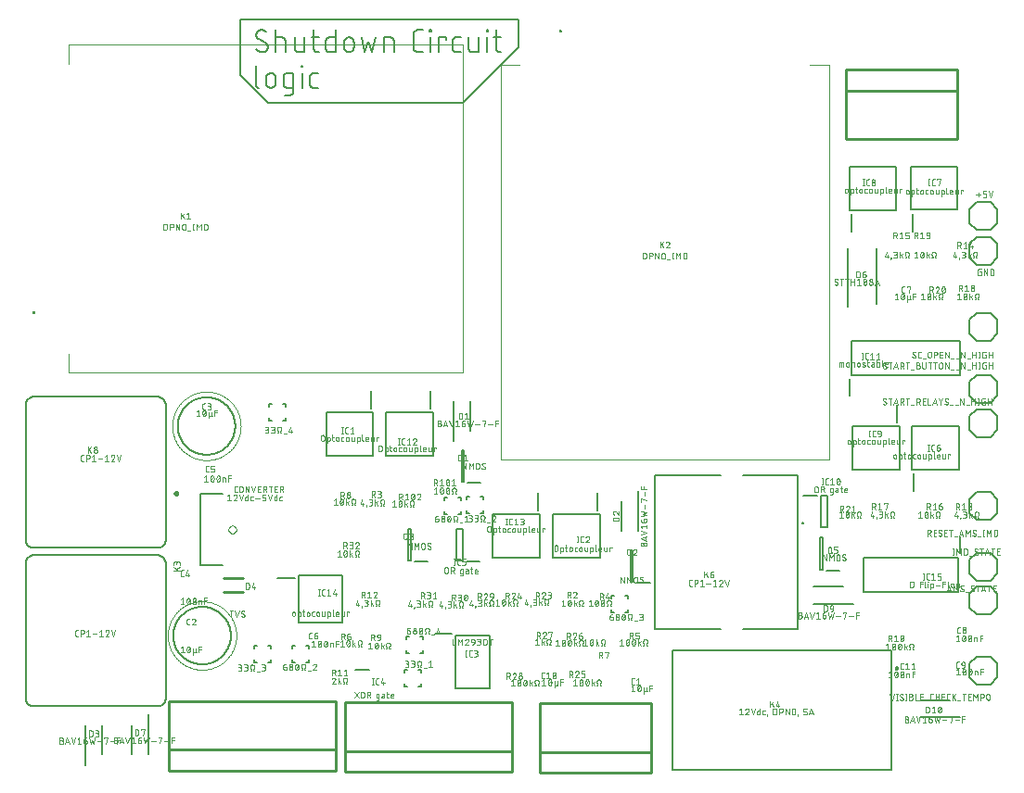
<source format=gbr>
G04 EAGLE Gerber RS-274X export*
G75*
%MOMM*%
%FSLAX34Y34*%
%LPD*%
%INSilkscreen Top*%
%IPPOS*%
%AMOC8*
5,1,8,0,0,1.08239X$1,22.5*%
G01*
%ADD10C,0.177800*%
%ADD11C,0.152400*%
%ADD12C,0.050800*%
%ADD13C,0.050000*%
%ADD14C,0.200000*%
%ADD15C,0.250000*%
%ADD16C,0.254000*%
%ADD17C,0.100000*%
%ADD18C,0.100000*%
%ADD19C,0.200000*%
%ADD20C,0.203200*%


D10*
X426678Y706755D02*
X426810Y706757D01*
X426942Y706763D01*
X427074Y706773D01*
X427205Y706786D01*
X427336Y706804D01*
X427467Y706825D01*
X427596Y706851D01*
X427725Y706880D01*
X427853Y706913D01*
X427980Y706949D01*
X428106Y706990D01*
X428231Y707034D01*
X428354Y707082D01*
X428476Y707133D01*
X428596Y707188D01*
X428714Y707247D01*
X428831Y707309D01*
X428946Y707375D01*
X429058Y707443D01*
X429169Y707516D01*
X429278Y707591D01*
X429384Y707670D01*
X429488Y707751D01*
X429589Y707836D01*
X429688Y707924D01*
X429784Y708015D01*
X429877Y708108D01*
X429968Y708204D01*
X430056Y708303D01*
X430141Y708404D01*
X430222Y708508D01*
X430301Y708615D01*
X430376Y708723D01*
X430449Y708834D01*
X430517Y708946D01*
X430583Y709061D01*
X430645Y709178D01*
X430704Y709296D01*
X430759Y709416D01*
X430810Y709538D01*
X430858Y709661D01*
X430902Y709786D01*
X430943Y709912D01*
X430979Y710039D01*
X431012Y710167D01*
X431041Y710296D01*
X431067Y710425D01*
X431088Y710556D01*
X431106Y710687D01*
X431119Y710818D01*
X431129Y710950D01*
X431135Y711082D01*
X431137Y711214D01*
X426678Y706755D02*
X426453Y706758D01*
X426227Y706766D01*
X426002Y706779D01*
X425778Y706798D01*
X425554Y706822D01*
X425330Y706852D01*
X425108Y706887D01*
X424886Y706927D01*
X424665Y706973D01*
X424446Y707023D01*
X424227Y707079D01*
X424010Y707141D01*
X423795Y707207D01*
X423581Y707279D01*
X423369Y707355D01*
X423159Y707437D01*
X422951Y707524D01*
X422745Y707615D01*
X422542Y707712D01*
X422340Y707813D01*
X422141Y707919D01*
X421945Y708030D01*
X421752Y708146D01*
X421561Y708266D01*
X421373Y708391D01*
X421189Y708520D01*
X421007Y708653D01*
X420829Y708791D01*
X420654Y708933D01*
X420482Y709079D01*
X420314Y709230D01*
X420150Y709384D01*
X419989Y709542D01*
X420547Y722362D02*
X420549Y722494D01*
X420555Y722626D01*
X420565Y722758D01*
X420578Y722889D01*
X420596Y723020D01*
X420617Y723151D01*
X420643Y723280D01*
X420672Y723409D01*
X420705Y723537D01*
X420741Y723664D01*
X420782Y723790D01*
X420826Y723915D01*
X420874Y724038D01*
X420925Y724160D01*
X420980Y724280D01*
X421039Y724398D01*
X421101Y724515D01*
X421167Y724630D01*
X421235Y724742D01*
X421308Y724853D01*
X421383Y724962D01*
X421462Y725068D01*
X421543Y725172D01*
X421628Y725273D01*
X421716Y725372D01*
X421807Y725468D01*
X421900Y725561D01*
X421996Y725652D01*
X422095Y725740D01*
X422196Y725825D01*
X422300Y725906D01*
X422406Y725985D01*
X422515Y726060D01*
X422626Y726133D01*
X422738Y726201D01*
X422853Y726267D01*
X422970Y726329D01*
X423088Y726388D01*
X423208Y726443D01*
X423330Y726494D01*
X423453Y726542D01*
X423578Y726586D01*
X423704Y726627D01*
X423831Y726663D01*
X423959Y726696D01*
X424088Y726725D01*
X424217Y726751D01*
X424348Y726772D01*
X424479Y726790D01*
X424610Y726803D01*
X424742Y726813D01*
X424874Y726819D01*
X425006Y726821D01*
X425205Y726819D01*
X425404Y726812D01*
X425603Y726800D01*
X425802Y726783D01*
X426000Y726762D01*
X426198Y726736D01*
X426394Y726705D01*
X426591Y726669D01*
X426786Y726629D01*
X426980Y726585D01*
X427173Y726535D01*
X427365Y726481D01*
X427555Y726423D01*
X427744Y726360D01*
X427932Y726292D01*
X428118Y726220D01*
X428302Y726144D01*
X428484Y726063D01*
X428664Y725978D01*
X428842Y725889D01*
X429018Y725795D01*
X429192Y725698D01*
X429363Y725596D01*
X429532Y725490D01*
X429698Y725380D01*
X429862Y725266D01*
X430023Y725149D01*
X422776Y718460D02*
X422664Y718528D01*
X422555Y718599D01*
X422447Y718673D01*
X422342Y718751D01*
X422239Y718831D01*
X422138Y718914D01*
X422040Y719000D01*
X421944Y719089D01*
X421851Y719181D01*
X421761Y719275D01*
X421673Y719372D01*
X421588Y719471D01*
X421506Y719573D01*
X421428Y719677D01*
X421352Y719784D01*
X421279Y719892D01*
X421209Y720003D01*
X421143Y720115D01*
X421080Y720229D01*
X421020Y720345D01*
X420963Y720463D01*
X420910Y720583D01*
X420861Y720703D01*
X420815Y720826D01*
X420772Y720949D01*
X420733Y721074D01*
X420698Y721200D01*
X420666Y721326D01*
X420638Y721454D01*
X420614Y721582D01*
X420593Y721711D01*
X420576Y721841D01*
X420563Y721971D01*
X420554Y722101D01*
X420548Y722231D01*
X420546Y722362D01*
X428907Y715116D02*
X429019Y715048D01*
X429128Y714977D01*
X429236Y714903D01*
X429341Y714825D01*
X429444Y714745D01*
X429545Y714662D01*
X429643Y714576D01*
X429739Y714487D01*
X429832Y714395D01*
X429922Y714301D01*
X430010Y714204D01*
X430095Y714105D01*
X430177Y714003D01*
X430255Y713899D01*
X430331Y713792D01*
X430404Y713684D01*
X430474Y713573D01*
X430540Y713461D01*
X430603Y713347D01*
X430663Y713231D01*
X430720Y713113D01*
X430773Y712993D01*
X430822Y712873D01*
X430868Y712750D01*
X430911Y712627D01*
X430950Y712502D01*
X430985Y712376D01*
X431017Y712250D01*
X431045Y712122D01*
X431069Y711994D01*
X431090Y711865D01*
X431107Y711735D01*
X431120Y711605D01*
X431129Y711475D01*
X431135Y711345D01*
X431137Y711214D01*
X428907Y715116D02*
X422776Y718460D01*
X438406Y726821D02*
X438406Y706755D01*
X438406Y720132D02*
X443980Y720132D01*
X444094Y720130D01*
X444208Y720124D01*
X444322Y720114D01*
X444435Y720101D01*
X444548Y720083D01*
X444660Y720062D01*
X444772Y720037D01*
X444882Y720008D01*
X444992Y719975D01*
X445100Y719939D01*
X445207Y719899D01*
X445312Y719855D01*
X445416Y719808D01*
X445518Y719757D01*
X445619Y719703D01*
X445717Y719645D01*
X445814Y719584D01*
X445908Y719520D01*
X446001Y719453D01*
X446090Y719382D01*
X446178Y719308D01*
X446262Y719232D01*
X446345Y719153D01*
X446424Y719070D01*
X446500Y718986D01*
X446574Y718898D01*
X446645Y718809D01*
X446712Y718716D01*
X446776Y718622D01*
X446837Y718526D01*
X446895Y718427D01*
X446949Y718326D01*
X447000Y718224D01*
X447047Y718120D01*
X447091Y718015D01*
X447131Y717908D01*
X447167Y717800D01*
X447200Y717690D01*
X447229Y717580D01*
X447254Y717468D01*
X447275Y717356D01*
X447293Y717243D01*
X447306Y717130D01*
X447316Y717016D01*
X447322Y716902D01*
X447324Y716788D01*
X447324Y706755D01*
X455709Y710099D02*
X455709Y720132D01*
X455709Y710099D02*
X455711Y709985D01*
X455717Y709871D01*
X455727Y709757D01*
X455740Y709644D01*
X455758Y709531D01*
X455779Y709419D01*
X455804Y709307D01*
X455833Y709197D01*
X455866Y709087D01*
X455902Y708979D01*
X455942Y708872D01*
X455986Y708767D01*
X456033Y708663D01*
X456084Y708561D01*
X456138Y708460D01*
X456196Y708362D01*
X456257Y708265D01*
X456321Y708171D01*
X456388Y708078D01*
X456459Y707989D01*
X456533Y707901D01*
X456609Y707817D01*
X456688Y707734D01*
X456771Y707655D01*
X456855Y707579D01*
X456943Y707505D01*
X457032Y707434D01*
X457125Y707367D01*
X457219Y707303D01*
X457316Y707242D01*
X457414Y707184D01*
X457515Y707130D01*
X457617Y707079D01*
X457721Y707032D01*
X457826Y706988D01*
X457933Y706948D01*
X458041Y706912D01*
X458151Y706879D01*
X458261Y706850D01*
X458373Y706825D01*
X458485Y706804D01*
X458598Y706786D01*
X458711Y706773D01*
X458825Y706763D01*
X458939Y706757D01*
X459053Y706755D01*
X464627Y706755D01*
X464627Y720132D01*
X470931Y720132D02*
X477620Y720132D01*
X473161Y726821D02*
X473161Y710099D01*
X473163Y709985D01*
X473169Y709871D01*
X473179Y709757D01*
X473192Y709644D01*
X473210Y709531D01*
X473231Y709419D01*
X473256Y709307D01*
X473285Y709197D01*
X473318Y709087D01*
X473354Y708979D01*
X473394Y708872D01*
X473438Y708767D01*
X473485Y708663D01*
X473536Y708561D01*
X473590Y708460D01*
X473648Y708362D01*
X473709Y708265D01*
X473773Y708171D01*
X473840Y708078D01*
X473911Y707989D01*
X473985Y707901D01*
X474061Y707817D01*
X474140Y707734D01*
X474223Y707655D01*
X474307Y707579D01*
X474395Y707505D01*
X474484Y707434D01*
X474577Y707367D01*
X474671Y707303D01*
X474768Y707242D01*
X474866Y707184D01*
X474967Y707130D01*
X475069Y707079D01*
X475173Y707032D01*
X475278Y706988D01*
X475385Y706948D01*
X475493Y706912D01*
X475603Y706879D01*
X475713Y706850D01*
X475825Y706825D01*
X475937Y706804D01*
X476050Y706786D01*
X476163Y706773D01*
X476277Y706763D01*
X476391Y706757D01*
X476505Y706755D01*
X477620Y706755D01*
X492987Y706755D02*
X492987Y726821D01*
X492987Y706755D02*
X487414Y706755D01*
X487300Y706757D01*
X487186Y706763D01*
X487072Y706773D01*
X486959Y706786D01*
X486846Y706804D01*
X486734Y706825D01*
X486622Y706850D01*
X486512Y706879D01*
X486402Y706912D01*
X486294Y706948D01*
X486187Y706988D01*
X486082Y707032D01*
X485978Y707079D01*
X485876Y707130D01*
X485775Y707184D01*
X485677Y707242D01*
X485580Y707303D01*
X485486Y707367D01*
X485393Y707434D01*
X485304Y707505D01*
X485216Y707579D01*
X485132Y707655D01*
X485049Y707734D01*
X484970Y707817D01*
X484894Y707901D01*
X484820Y707989D01*
X484749Y708078D01*
X484682Y708171D01*
X484618Y708265D01*
X484557Y708362D01*
X484499Y708460D01*
X484445Y708561D01*
X484394Y708663D01*
X484347Y708767D01*
X484303Y708872D01*
X484263Y708979D01*
X484227Y709087D01*
X484194Y709197D01*
X484165Y709307D01*
X484140Y709419D01*
X484119Y709531D01*
X484101Y709644D01*
X484088Y709757D01*
X484078Y709871D01*
X484072Y709985D01*
X484070Y710099D01*
X484069Y710099D02*
X484069Y716788D01*
X484070Y716788D02*
X484072Y716902D01*
X484078Y717016D01*
X484088Y717130D01*
X484101Y717243D01*
X484119Y717356D01*
X484140Y717468D01*
X484165Y717580D01*
X484194Y717690D01*
X484227Y717800D01*
X484263Y717908D01*
X484303Y718015D01*
X484347Y718120D01*
X484394Y718224D01*
X484445Y718326D01*
X484499Y718427D01*
X484557Y718525D01*
X484618Y718622D01*
X484682Y718716D01*
X484749Y718809D01*
X484820Y718898D01*
X484894Y718986D01*
X484970Y719070D01*
X485049Y719153D01*
X485132Y719232D01*
X485216Y719308D01*
X485304Y719382D01*
X485393Y719453D01*
X485486Y719520D01*
X485580Y719584D01*
X485677Y719645D01*
X485775Y719703D01*
X485876Y719757D01*
X485978Y719808D01*
X486082Y719855D01*
X486187Y719899D01*
X486294Y719939D01*
X486402Y719975D01*
X486512Y720008D01*
X486622Y720037D01*
X486734Y720062D01*
X486846Y720083D01*
X486959Y720101D01*
X487072Y720114D01*
X487186Y720124D01*
X487300Y720130D01*
X487414Y720132D01*
X492987Y720132D01*
X500819Y715673D02*
X500819Y711214D01*
X500819Y715673D02*
X500821Y715805D01*
X500827Y715937D01*
X500837Y716069D01*
X500850Y716200D01*
X500868Y716331D01*
X500889Y716462D01*
X500915Y716591D01*
X500944Y716720D01*
X500977Y716848D01*
X501013Y716975D01*
X501054Y717101D01*
X501098Y717226D01*
X501146Y717349D01*
X501197Y717471D01*
X501252Y717591D01*
X501311Y717709D01*
X501373Y717826D01*
X501439Y717941D01*
X501507Y718053D01*
X501580Y718164D01*
X501655Y718273D01*
X501734Y718379D01*
X501815Y718483D01*
X501900Y718584D01*
X501988Y718683D01*
X502079Y718779D01*
X502172Y718872D01*
X502268Y718963D01*
X502367Y719051D01*
X502468Y719136D01*
X502572Y719217D01*
X502678Y719296D01*
X502787Y719371D01*
X502898Y719444D01*
X503010Y719512D01*
X503125Y719578D01*
X503242Y719640D01*
X503360Y719699D01*
X503480Y719754D01*
X503602Y719805D01*
X503725Y719853D01*
X503850Y719897D01*
X503976Y719938D01*
X504103Y719974D01*
X504231Y720007D01*
X504360Y720036D01*
X504489Y720062D01*
X504620Y720083D01*
X504751Y720101D01*
X504882Y720114D01*
X505014Y720124D01*
X505146Y720130D01*
X505278Y720132D01*
X505410Y720130D01*
X505542Y720124D01*
X505674Y720114D01*
X505805Y720101D01*
X505936Y720083D01*
X506067Y720062D01*
X506196Y720036D01*
X506325Y720007D01*
X506453Y719974D01*
X506580Y719938D01*
X506706Y719897D01*
X506831Y719853D01*
X506954Y719805D01*
X507076Y719754D01*
X507196Y719699D01*
X507314Y719640D01*
X507431Y719578D01*
X507546Y719512D01*
X507658Y719444D01*
X507769Y719371D01*
X507878Y719296D01*
X507984Y719217D01*
X508088Y719136D01*
X508189Y719051D01*
X508288Y718963D01*
X508384Y718872D01*
X508477Y718779D01*
X508568Y718683D01*
X508656Y718584D01*
X508741Y718483D01*
X508822Y718379D01*
X508901Y718273D01*
X508976Y718164D01*
X509049Y718053D01*
X509117Y717941D01*
X509183Y717826D01*
X509245Y717709D01*
X509304Y717591D01*
X509359Y717471D01*
X509410Y717349D01*
X509458Y717226D01*
X509502Y717101D01*
X509543Y716975D01*
X509579Y716848D01*
X509612Y716720D01*
X509641Y716591D01*
X509667Y716462D01*
X509688Y716331D01*
X509706Y716200D01*
X509719Y716069D01*
X509729Y715937D01*
X509735Y715805D01*
X509737Y715673D01*
X509737Y711214D01*
X509735Y711082D01*
X509729Y710950D01*
X509719Y710818D01*
X509706Y710687D01*
X509688Y710556D01*
X509667Y710425D01*
X509641Y710296D01*
X509612Y710167D01*
X509579Y710039D01*
X509543Y709912D01*
X509502Y709786D01*
X509458Y709661D01*
X509410Y709538D01*
X509359Y709416D01*
X509304Y709296D01*
X509245Y709178D01*
X509183Y709061D01*
X509117Y708946D01*
X509049Y708834D01*
X508976Y708723D01*
X508901Y708614D01*
X508822Y708508D01*
X508741Y708404D01*
X508656Y708303D01*
X508568Y708204D01*
X508477Y708108D01*
X508384Y708015D01*
X508288Y707924D01*
X508189Y707836D01*
X508088Y707751D01*
X507984Y707670D01*
X507878Y707591D01*
X507769Y707516D01*
X507658Y707443D01*
X507546Y707375D01*
X507431Y707309D01*
X507314Y707247D01*
X507196Y707188D01*
X507076Y707133D01*
X506954Y707082D01*
X506831Y707034D01*
X506706Y706990D01*
X506580Y706949D01*
X506453Y706913D01*
X506325Y706880D01*
X506196Y706851D01*
X506067Y706825D01*
X505936Y706804D01*
X505805Y706786D01*
X505674Y706773D01*
X505542Y706763D01*
X505410Y706757D01*
X505278Y706755D01*
X505146Y706757D01*
X505014Y706763D01*
X504882Y706773D01*
X504751Y706786D01*
X504620Y706804D01*
X504489Y706825D01*
X504360Y706851D01*
X504231Y706880D01*
X504103Y706913D01*
X503976Y706949D01*
X503850Y706990D01*
X503725Y707034D01*
X503602Y707082D01*
X503480Y707133D01*
X503360Y707188D01*
X503242Y707247D01*
X503125Y707309D01*
X503010Y707375D01*
X502898Y707443D01*
X502787Y707516D01*
X502678Y707591D01*
X502572Y707670D01*
X502468Y707751D01*
X502367Y707836D01*
X502268Y707924D01*
X502172Y708015D01*
X502079Y708108D01*
X501988Y708204D01*
X501900Y708303D01*
X501815Y708404D01*
X501734Y708508D01*
X501655Y708614D01*
X501580Y708723D01*
X501507Y708834D01*
X501439Y708946D01*
X501373Y709061D01*
X501311Y709178D01*
X501252Y709296D01*
X501197Y709416D01*
X501146Y709538D01*
X501098Y709661D01*
X501054Y709786D01*
X501013Y709912D01*
X500977Y710039D01*
X500944Y710167D01*
X500915Y710296D01*
X500889Y710425D01*
X500868Y710556D01*
X500850Y710687D01*
X500837Y710818D01*
X500827Y710950D01*
X500821Y711082D01*
X500819Y711214D01*
X516509Y720132D02*
X519854Y706755D01*
X523198Y715673D01*
X526542Y706755D01*
X529887Y720132D01*
X537277Y720132D02*
X537277Y706755D01*
X537277Y720132D02*
X542851Y720132D01*
X542965Y720130D01*
X543079Y720124D01*
X543193Y720114D01*
X543306Y720101D01*
X543419Y720083D01*
X543531Y720062D01*
X543643Y720037D01*
X543753Y720008D01*
X543863Y719975D01*
X543971Y719939D01*
X544078Y719899D01*
X544183Y719855D01*
X544287Y719808D01*
X544389Y719757D01*
X544490Y719703D01*
X544588Y719645D01*
X544685Y719584D01*
X544779Y719520D01*
X544872Y719453D01*
X544961Y719382D01*
X545049Y719308D01*
X545133Y719232D01*
X545216Y719153D01*
X545295Y719070D01*
X545371Y718986D01*
X545445Y718898D01*
X545516Y718809D01*
X545583Y718716D01*
X545647Y718622D01*
X545708Y718526D01*
X545766Y718427D01*
X545820Y718326D01*
X545871Y718224D01*
X545918Y718120D01*
X545962Y718015D01*
X546002Y717908D01*
X546038Y717800D01*
X546071Y717690D01*
X546100Y717580D01*
X546125Y717468D01*
X546146Y717356D01*
X546164Y717243D01*
X546177Y717130D01*
X546187Y717016D01*
X546193Y716902D01*
X546195Y716788D01*
X546196Y716788D02*
X546196Y706755D01*
X568397Y706755D02*
X572856Y706755D01*
X568397Y706755D02*
X568265Y706757D01*
X568133Y706763D01*
X568001Y706773D01*
X567870Y706786D01*
X567739Y706804D01*
X567608Y706825D01*
X567479Y706851D01*
X567350Y706880D01*
X567222Y706913D01*
X567095Y706949D01*
X566969Y706990D01*
X566844Y707034D01*
X566721Y707082D01*
X566599Y707133D01*
X566479Y707188D01*
X566361Y707247D01*
X566244Y707309D01*
X566129Y707375D01*
X566017Y707443D01*
X565906Y707516D01*
X565797Y707591D01*
X565691Y707670D01*
X565587Y707751D01*
X565486Y707836D01*
X565387Y707924D01*
X565291Y708015D01*
X565198Y708108D01*
X565107Y708204D01*
X565019Y708303D01*
X564934Y708404D01*
X564853Y708508D01*
X564774Y708614D01*
X564699Y708723D01*
X564626Y708834D01*
X564558Y708946D01*
X564492Y709061D01*
X564430Y709178D01*
X564371Y709296D01*
X564316Y709416D01*
X564265Y709538D01*
X564217Y709661D01*
X564173Y709786D01*
X564132Y709912D01*
X564096Y710039D01*
X564063Y710167D01*
X564034Y710296D01*
X564008Y710425D01*
X563987Y710556D01*
X563969Y710687D01*
X563956Y710818D01*
X563946Y710950D01*
X563940Y711082D01*
X563938Y711214D01*
X563938Y722362D01*
X563940Y722494D01*
X563946Y722626D01*
X563956Y722758D01*
X563969Y722889D01*
X563987Y723020D01*
X564008Y723151D01*
X564034Y723280D01*
X564063Y723409D01*
X564096Y723537D01*
X564132Y723664D01*
X564173Y723790D01*
X564217Y723915D01*
X564265Y724038D01*
X564316Y724160D01*
X564371Y724280D01*
X564430Y724398D01*
X564492Y724515D01*
X564558Y724630D01*
X564626Y724742D01*
X564699Y724853D01*
X564774Y724961D01*
X564853Y725068D01*
X564934Y725172D01*
X565019Y725273D01*
X565107Y725372D01*
X565198Y725468D01*
X565291Y725561D01*
X565387Y725652D01*
X565486Y725740D01*
X565587Y725825D01*
X565691Y725906D01*
X565797Y725985D01*
X565906Y726060D01*
X566017Y726133D01*
X566129Y726201D01*
X566244Y726267D01*
X566361Y726329D01*
X566479Y726388D01*
X566599Y726443D01*
X566721Y726494D01*
X566844Y726542D01*
X566969Y726586D01*
X567095Y726627D01*
X567222Y726663D01*
X567350Y726696D01*
X567479Y726725D01*
X567608Y726751D01*
X567739Y726772D01*
X567870Y726790D01*
X568001Y726803D01*
X568133Y726813D01*
X568265Y726819D01*
X568397Y726821D01*
X572856Y726821D01*
X579431Y720132D02*
X579431Y706755D01*
X578874Y725706D02*
X578874Y726821D01*
X579988Y726821D01*
X579988Y725706D01*
X578874Y725706D01*
X587409Y720132D02*
X587409Y706755D01*
X587409Y720132D02*
X594098Y720132D01*
X594098Y717903D01*
X603051Y706755D02*
X607510Y706755D01*
X603051Y706755D02*
X602937Y706757D01*
X602823Y706763D01*
X602709Y706773D01*
X602596Y706786D01*
X602483Y706804D01*
X602371Y706825D01*
X602259Y706850D01*
X602149Y706879D01*
X602039Y706912D01*
X601931Y706948D01*
X601824Y706988D01*
X601719Y707032D01*
X601615Y707079D01*
X601513Y707130D01*
X601412Y707184D01*
X601314Y707242D01*
X601217Y707303D01*
X601123Y707367D01*
X601030Y707434D01*
X600941Y707505D01*
X600853Y707579D01*
X600769Y707655D01*
X600686Y707734D01*
X600607Y707817D01*
X600531Y707901D01*
X600457Y707989D01*
X600386Y708078D01*
X600319Y708171D01*
X600255Y708265D01*
X600194Y708362D01*
X600136Y708460D01*
X600082Y708561D01*
X600031Y708663D01*
X599984Y708767D01*
X599940Y708872D01*
X599900Y708979D01*
X599864Y709087D01*
X599831Y709197D01*
X599802Y709307D01*
X599777Y709419D01*
X599756Y709531D01*
X599738Y709644D01*
X599725Y709757D01*
X599715Y709871D01*
X599709Y709985D01*
X599707Y710099D01*
X599707Y716788D01*
X599709Y716902D01*
X599715Y717016D01*
X599725Y717130D01*
X599738Y717243D01*
X599756Y717356D01*
X599777Y717468D01*
X599802Y717580D01*
X599831Y717690D01*
X599864Y717800D01*
X599900Y717908D01*
X599940Y718015D01*
X599984Y718120D01*
X600031Y718224D01*
X600082Y718326D01*
X600136Y718427D01*
X600194Y718525D01*
X600255Y718622D01*
X600319Y718716D01*
X600386Y718809D01*
X600457Y718898D01*
X600531Y718986D01*
X600607Y719070D01*
X600686Y719153D01*
X600769Y719232D01*
X600853Y719308D01*
X600941Y719382D01*
X601030Y719453D01*
X601123Y719520D01*
X601217Y719584D01*
X601314Y719645D01*
X601412Y719703D01*
X601513Y719757D01*
X601615Y719808D01*
X601719Y719855D01*
X601824Y719899D01*
X601931Y719939D01*
X602039Y719975D01*
X602149Y720008D01*
X602259Y720037D01*
X602371Y720062D01*
X602483Y720083D01*
X602596Y720101D01*
X602709Y720114D01*
X602823Y720124D01*
X602937Y720130D01*
X603051Y720132D01*
X607510Y720132D01*
X614520Y720132D02*
X614520Y710099D01*
X614521Y710099D02*
X614523Y709985D01*
X614529Y709871D01*
X614539Y709757D01*
X614552Y709644D01*
X614570Y709531D01*
X614591Y709419D01*
X614616Y709307D01*
X614645Y709197D01*
X614678Y709087D01*
X614714Y708979D01*
X614754Y708872D01*
X614798Y708767D01*
X614845Y708663D01*
X614896Y708561D01*
X614950Y708460D01*
X615008Y708362D01*
X615069Y708265D01*
X615133Y708171D01*
X615200Y708078D01*
X615271Y707989D01*
X615345Y707901D01*
X615421Y707817D01*
X615500Y707734D01*
X615583Y707655D01*
X615667Y707579D01*
X615755Y707505D01*
X615844Y707434D01*
X615937Y707367D01*
X616031Y707303D01*
X616128Y707242D01*
X616226Y707184D01*
X616327Y707130D01*
X616429Y707079D01*
X616533Y707032D01*
X616638Y706988D01*
X616745Y706948D01*
X616853Y706912D01*
X616963Y706879D01*
X617073Y706850D01*
X617185Y706825D01*
X617297Y706804D01*
X617410Y706786D01*
X617523Y706773D01*
X617637Y706763D01*
X617751Y706757D01*
X617865Y706755D01*
X623439Y706755D01*
X623439Y720132D01*
X631338Y720132D02*
X631338Y706755D01*
X630781Y725706D02*
X630781Y726821D01*
X631896Y726821D01*
X631896Y725706D01*
X630781Y725706D01*
X637158Y720132D02*
X643847Y720132D01*
X639388Y726821D02*
X639388Y710099D01*
X639390Y709985D01*
X639396Y709871D01*
X639406Y709757D01*
X639419Y709644D01*
X639437Y709531D01*
X639458Y709419D01*
X639483Y709307D01*
X639512Y709197D01*
X639545Y709087D01*
X639581Y708979D01*
X639621Y708872D01*
X639665Y708767D01*
X639712Y708663D01*
X639763Y708561D01*
X639817Y708460D01*
X639875Y708362D01*
X639936Y708265D01*
X640000Y708171D01*
X640067Y708078D01*
X640138Y707989D01*
X640212Y707901D01*
X640288Y707817D01*
X640367Y707734D01*
X640450Y707655D01*
X640534Y707579D01*
X640622Y707505D01*
X640711Y707434D01*
X640804Y707367D01*
X640898Y707303D01*
X640995Y707242D01*
X641093Y707184D01*
X641194Y707130D01*
X641296Y707079D01*
X641400Y707032D01*
X641505Y706988D01*
X641612Y706948D01*
X641720Y706912D01*
X641830Y706879D01*
X641940Y706850D01*
X642052Y706825D01*
X642164Y706804D01*
X642277Y706786D01*
X642390Y706773D01*
X642504Y706763D01*
X642618Y706757D01*
X642732Y706755D01*
X643847Y706755D01*
X419989Y694055D02*
X419989Y677333D01*
X419991Y677219D01*
X419997Y677105D01*
X420007Y676991D01*
X420020Y676878D01*
X420038Y676765D01*
X420059Y676653D01*
X420084Y676541D01*
X420113Y676431D01*
X420146Y676321D01*
X420182Y676213D01*
X420222Y676106D01*
X420266Y676001D01*
X420313Y675897D01*
X420364Y675795D01*
X420418Y675694D01*
X420476Y675596D01*
X420537Y675499D01*
X420601Y675405D01*
X420668Y675312D01*
X420739Y675223D01*
X420813Y675135D01*
X420889Y675051D01*
X420968Y674968D01*
X421051Y674889D01*
X421135Y674813D01*
X421223Y674739D01*
X421312Y674668D01*
X421405Y674601D01*
X421499Y674537D01*
X421596Y674476D01*
X421694Y674418D01*
X421795Y674364D01*
X421897Y674313D01*
X422001Y674266D01*
X422106Y674222D01*
X422213Y674182D01*
X422321Y674146D01*
X422431Y674113D01*
X422541Y674084D01*
X422653Y674059D01*
X422765Y674038D01*
X422878Y674020D01*
X422991Y674007D01*
X423105Y673997D01*
X423219Y673991D01*
X423333Y673989D01*
X429505Y678448D02*
X429505Y682907D01*
X429507Y683039D01*
X429513Y683171D01*
X429523Y683303D01*
X429536Y683434D01*
X429554Y683565D01*
X429575Y683696D01*
X429601Y683825D01*
X429630Y683954D01*
X429663Y684082D01*
X429699Y684209D01*
X429740Y684335D01*
X429784Y684460D01*
X429832Y684583D01*
X429883Y684705D01*
X429938Y684825D01*
X429997Y684943D01*
X430059Y685060D01*
X430125Y685175D01*
X430193Y685287D01*
X430266Y685398D01*
X430341Y685507D01*
X430420Y685613D01*
X430501Y685717D01*
X430586Y685818D01*
X430674Y685917D01*
X430765Y686013D01*
X430858Y686106D01*
X430954Y686197D01*
X431053Y686285D01*
X431154Y686370D01*
X431258Y686451D01*
X431364Y686530D01*
X431473Y686605D01*
X431584Y686678D01*
X431696Y686746D01*
X431811Y686812D01*
X431928Y686874D01*
X432046Y686933D01*
X432166Y686988D01*
X432288Y687039D01*
X432411Y687087D01*
X432536Y687131D01*
X432662Y687172D01*
X432789Y687208D01*
X432917Y687241D01*
X433046Y687270D01*
X433175Y687296D01*
X433306Y687317D01*
X433437Y687335D01*
X433568Y687348D01*
X433700Y687358D01*
X433832Y687364D01*
X433964Y687366D01*
X434096Y687364D01*
X434228Y687358D01*
X434360Y687348D01*
X434491Y687335D01*
X434622Y687317D01*
X434753Y687296D01*
X434882Y687270D01*
X435011Y687241D01*
X435139Y687208D01*
X435266Y687172D01*
X435392Y687131D01*
X435517Y687087D01*
X435640Y687039D01*
X435762Y686988D01*
X435882Y686933D01*
X436000Y686874D01*
X436117Y686812D01*
X436232Y686746D01*
X436344Y686678D01*
X436455Y686605D01*
X436564Y686530D01*
X436670Y686451D01*
X436774Y686370D01*
X436875Y686285D01*
X436974Y686197D01*
X437070Y686106D01*
X437163Y686013D01*
X437254Y685917D01*
X437342Y685818D01*
X437427Y685717D01*
X437508Y685613D01*
X437587Y685507D01*
X437662Y685398D01*
X437735Y685287D01*
X437803Y685175D01*
X437869Y685060D01*
X437931Y684943D01*
X437990Y684825D01*
X438045Y684705D01*
X438096Y684583D01*
X438144Y684460D01*
X438188Y684335D01*
X438229Y684209D01*
X438265Y684082D01*
X438298Y683954D01*
X438327Y683825D01*
X438353Y683696D01*
X438374Y683565D01*
X438392Y683434D01*
X438405Y683303D01*
X438415Y683171D01*
X438421Y683039D01*
X438423Y682907D01*
X438423Y678448D01*
X438421Y678316D01*
X438415Y678184D01*
X438405Y678052D01*
X438392Y677921D01*
X438374Y677790D01*
X438353Y677659D01*
X438327Y677530D01*
X438298Y677401D01*
X438265Y677273D01*
X438229Y677146D01*
X438188Y677020D01*
X438144Y676895D01*
X438096Y676772D01*
X438045Y676650D01*
X437990Y676530D01*
X437931Y676412D01*
X437869Y676295D01*
X437803Y676180D01*
X437735Y676068D01*
X437662Y675957D01*
X437587Y675848D01*
X437508Y675742D01*
X437427Y675638D01*
X437342Y675537D01*
X437254Y675438D01*
X437163Y675342D01*
X437070Y675249D01*
X436974Y675158D01*
X436875Y675070D01*
X436774Y674985D01*
X436670Y674904D01*
X436564Y674825D01*
X436455Y674750D01*
X436344Y674677D01*
X436232Y674609D01*
X436117Y674543D01*
X436000Y674481D01*
X435882Y674422D01*
X435762Y674367D01*
X435640Y674316D01*
X435517Y674268D01*
X435392Y674224D01*
X435266Y674183D01*
X435139Y674147D01*
X435011Y674114D01*
X434882Y674085D01*
X434753Y674059D01*
X434622Y674038D01*
X434491Y674020D01*
X434360Y674007D01*
X434228Y673997D01*
X434096Y673991D01*
X433964Y673989D01*
X433832Y673991D01*
X433700Y673997D01*
X433568Y674007D01*
X433437Y674020D01*
X433306Y674038D01*
X433175Y674059D01*
X433046Y674085D01*
X432917Y674114D01*
X432789Y674147D01*
X432662Y674183D01*
X432536Y674224D01*
X432411Y674268D01*
X432288Y674316D01*
X432166Y674367D01*
X432046Y674422D01*
X431928Y674481D01*
X431811Y674543D01*
X431696Y674609D01*
X431584Y674677D01*
X431473Y674750D01*
X431364Y674825D01*
X431258Y674904D01*
X431154Y674985D01*
X431053Y675070D01*
X430954Y675158D01*
X430858Y675249D01*
X430765Y675342D01*
X430674Y675438D01*
X430586Y675537D01*
X430501Y675638D01*
X430420Y675742D01*
X430341Y675848D01*
X430266Y675957D01*
X430193Y676068D01*
X430125Y676180D01*
X430059Y676295D01*
X429997Y676412D01*
X429938Y676530D01*
X429883Y676650D01*
X429832Y676772D01*
X429784Y676895D01*
X429740Y677020D01*
X429699Y677146D01*
X429663Y677273D01*
X429630Y677401D01*
X429601Y677530D01*
X429575Y677659D01*
X429554Y677790D01*
X429536Y677921D01*
X429523Y678052D01*
X429513Y678184D01*
X429507Y678316D01*
X429505Y678448D01*
X448851Y673989D02*
X454425Y673989D01*
X448851Y673989D02*
X448737Y673991D01*
X448623Y673997D01*
X448509Y674007D01*
X448396Y674020D01*
X448283Y674038D01*
X448171Y674059D01*
X448059Y674084D01*
X447949Y674113D01*
X447839Y674146D01*
X447731Y674182D01*
X447624Y674222D01*
X447519Y674266D01*
X447415Y674313D01*
X447313Y674364D01*
X447212Y674418D01*
X447114Y674476D01*
X447017Y674537D01*
X446923Y674601D01*
X446830Y674668D01*
X446741Y674739D01*
X446653Y674813D01*
X446569Y674889D01*
X446486Y674968D01*
X446407Y675051D01*
X446331Y675135D01*
X446257Y675223D01*
X446186Y675312D01*
X446119Y675405D01*
X446055Y675499D01*
X445994Y675596D01*
X445936Y675694D01*
X445882Y675795D01*
X445831Y675897D01*
X445784Y676001D01*
X445740Y676106D01*
X445700Y676213D01*
X445664Y676321D01*
X445631Y676431D01*
X445602Y676541D01*
X445577Y676653D01*
X445556Y676765D01*
X445538Y676878D01*
X445525Y676991D01*
X445515Y677105D01*
X445509Y677219D01*
X445507Y677333D01*
X445506Y677333D02*
X445506Y684022D01*
X445507Y684022D02*
X445509Y684136D01*
X445515Y684250D01*
X445525Y684364D01*
X445538Y684477D01*
X445556Y684590D01*
X445577Y684702D01*
X445602Y684814D01*
X445631Y684924D01*
X445664Y685034D01*
X445700Y685142D01*
X445740Y685249D01*
X445784Y685354D01*
X445831Y685458D01*
X445882Y685560D01*
X445936Y685661D01*
X445994Y685759D01*
X446055Y685856D01*
X446119Y685950D01*
X446186Y686043D01*
X446257Y686132D01*
X446331Y686220D01*
X446407Y686304D01*
X446486Y686387D01*
X446569Y686466D01*
X446653Y686542D01*
X446741Y686616D01*
X446830Y686687D01*
X446923Y686754D01*
X447017Y686818D01*
X447114Y686879D01*
X447212Y686937D01*
X447313Y686991D01*
X447415Y687042D01*
X447519Y687089D01*
X447624Y687133D01*
X447731Y687173D01*
X447839Y687209D01*
X447949Y687242D01*
X448059Y687271D01*
X448171Y687296D01*
X448283Y687317D01*
X448396Y687335D01*
X448509Y687348D01*
X448623Y687358D01*
X448737Y687364D01*
X448851Y687366D01*
X454425Y687366D01*
X454425Y670645D01*
X454424Y670645D02*
X454422Y670531D01*
X454416Y670417D01*
X454406Y670303D01*
X454393Y670190D01*
X454375Y670077D01*
X454354Y669965D01*
X454329Y669853D01*
X454300Y669743D01*
X454267Y669633D01*
X454231Y669525D01*
X454191Y669418D01*
X454147Y669313D01*
X454100Y669209D01*
X454049Y669107D01*
X453995Y669006D01*
X453937Y668908D01*
X453876Y668811D01*
X453812Y668717D01*
X453745Y668624D01*
X453674Y668535D01*
X453600Y668447D01*
X453524Y668363D01*
X453445Y668280D01*
X453362Y668201D01*
X453278Y668125D01*
X453190Y668051D01*
X453101Y667980D01*
X453008Y667913D01*
X452914Y667849D01*
X452818Y667788D01*
X452719Y667730D01*
X452618Y667676D01*
X452516Y667625D01*
X452412Y667578D01*
X452307Y667534D01*
X452200Y667494D01*
X452092Y667458D01*
X451982Y667425D01*
X451872Y667396D01*
X451760Y667371D01*
X451648Y667350D01*
X451535Y667332D01*
X451422Y667319D01*
X451308Y667309D01*
X451194Y667303D01*
X451080Y667301D01*
X451080Y667300D02*
X446621Y667300D01*
X462389Y673989D02*
X462389Y687366D01*
X461832Y692940D02*
X461832Y694055D01*
X462947Y694055D01*
X462947Y692940D01*
X461832Y692940D01*
X473032Y673989D02*
X477492Y673989D01*
X473032Y673989D02*
X472918Y673991D01*
X472804Y673997D01*
X472690Y674007D01*
X472577Y674020D01*
X472464Y674038D01*
X472352Y674059D01*
X472240Y674084D01*
X472130Y674113D01*
X472020Y674146D01*
X471912Y674182D01*
X471805Y674222D01*
X471700Y674266D01*
X471596Y674313D01*
X471494Y674364D01*
X471393Y674418D01*
X471295Y674476D01*
X471198Y674537D01*
X471104Y674601D01*
X471011Y674668D01*
X470922Y674739D01*
X470834Y674813D01*
X470750Y674889D01*
X470667Y674968D01*
X470588Y675051D01*
X470512Y675135D01*
X470438Y675223D01*
X470367Y675312D01*
X470300Y675405D01*
X470236Y675499D01*
X470175Y675596D01*
X470117Y675694D01*
X470063Y675795D01*
X470012Y675897D01*
X469965Y676001D01*
X469921Y676106D01*
X469881Y676213D01*
X469845Y676321D01*
X469812Y676431D01*
X469783Y676541D01*
X469758Y676653D01*
X469737Y676765D01*
X469719Y676878D01*
X469706Y676991D01*
X469696Y677105D01*
X469690Y677219D01*
X469688Y677333D01*
X469688Y684022D01*
X469690Y684136D01*
X469696Y684250D01*
X469706Y684364D01*
X469719Y684477D01*
X469737Y684590D01*
X469758Y684702D01*
X469783Y684814D01*
X469812Y684924D01*
X469845Y685034D01*
X469881Y685142D01*
X469921Y685249D01*
X469965Y685354D01*
X470012Y685458D01*
X470063Y685560D01*
X470117Y685661D01*
X470175Y685759D01*
X470236Y685856D01*
X470300Y685950D01*
X470367Y686043D01*
X470438Y686132D01*
X470512Y686220D01*
X470588Y686304D01*
X470667Y686387D01*
X470750Y686466D01*
X470834Y686542D01*
X470922Y686616D01*
X471011Y686687D01*
X471104Y686754D01*
X471198Y686818D01*
X471295Y686879D01*
X471393Y686937D01*
X471494Y686991D01*
X471596Y687042D01*
X471700Y687089D01*
X471805Y687133D01*
X471912Y687173D01*
X472020Y687209D01*
X472130Y687242D01*
X472240Y687271D01*
X472352Y687296D01*
X472464Y687317D01*
X472577Y687335D01*
X472690Y687348D01*
X472804Y687358D01*
X472918Y687364D01*
X473032Y687366D01*
X477492Y687366D01*
D11*
X406400Y685800D02*
X406400Y736600D01*
X406400Y685800D02*
X431800Y660400D01*
X609600Y660400D01*
X660400Y711200D01*
X660400Y736600D01*
X406400Y736600D01*
X556250Y141705D02*
X558790Y141705D01*
X556250Y141705D02*
X556250Y139165D01*
X571490Y139165D02*
X571490Y141705D01*
X568950Y141705D01*
X571490Y129005D02*
X571490Y126465D01*
X568950Y126465D01*
X558790Y126465D02*
X556250Y126465D01*
X556250Y129005D01*
D12*
X556504Y144499D02*
X558056Y144499D01*
X558133Y144501D01*
X558211Y144507D01*
X558287Y144516D01*
X558364Y144530D01*
X558439Y144547D01*
X558513Y144568D01*
X558587Y144593D01*
X558659Y144621D01*
X558729Y144653D01*
X558798Y144688D01*
X558865Y144727D01*
X558930Y144769D01*
X558993Y144814D01*
X559054Y144862D01*
X559112Y144913D01*
X559167Y144967D01*
X559220Y145024D01*
X559269Y145083D01*
X559316Y145145D01*
X559360Y145209D01*
X559400Y145275D01*
X559437Y145343D01*
X559471Y145413D01*
X559501Y145484D01*
X559527Y145557D01*
X559550Y145631D01*
X559569Y145706D01*
X559584Y145781D01*
X559596Y145858D01*
X559604Y145935D01*
X559608Y146012D01*
X559608Y146090D01*
X559604Y146167D01*
X559596Y146244D01*
X559584Y146321D01*
X559569Y146396D01*
X559550Y146471D01*
X559527Y146545D01*
X559501Y146618D01*
X559471Y146689D01*
X559437Y146759D01*
X559400Y146827D01*
X559360Y146893D01*
X559316Y146957D01*
X559269Y147019D01*
X559220Y147078D01*
X559167Y147135D01*
X559112Y147189D01*
X559054Y147240D01*
X558993Y147288D01*
X558930Y147333D01*
X558865Y147375D01*
X558798Y147414D01*
X558729Y147449D01*
X558659Y147481D01*
X558587Y147509D01*
X558513Y147534D01*
X558439Y147555D01*
X558364Y147572D01*
X558287Y147586D01*
X558211Y147595D01*
X558133Y147601D01*
X558056Y147603D01*
X558367Y150087D02*
X556504Y150087D01*
X558367Y150087D02*
X558437Y150085D01*
X558506Y150079D01*
X558575Y150069D01*
X558643Y150056D01*
X558711Y150038D01*
X558777Y150017D01*
X558842Y149992D01*
X558906Y149964D01*
X558968Y149932D01*
X559028Y149897D01*
X559086Y149858D01*
X559141Y149816D01*
X559195Y149771D01*
X559245Y149723D01*
X559293Y149673D01*
X559338Y149619D01*
X559380Y149564D01*
X559419Y149506D01*
X559454Y149446D01*
X559486Y149384D01*
X559514Y149320D01*
X559539Y149255D01*
X559560Y149189D01*
X559578Y149121D01*
X559591Y149053D01*
X559601Y148984D01*
X559607Y148915D01*
X559609Y148845D01*
X559607Y148775D01*
X559601Y148706D01*
X559591Y148637D01*
X559578Y148569D01*
X559560Y148501D01*
X559539Y148435D01*
X559514Y148370D01*
X559486Y148306D01*
X559454Y148244D01*
X559419Y148184D01*
X559380Y148126D01*
X559338Y148071D01*
X559293Y148017D01*
X559245Y147967D01*
X559195Y147919D01*
X559141Y147874D01*
X559086Y147832D01*
X559028Y147793D01*
X558968Y147758D01*
X558906Y147726D01*
X558842Y147698D01*
X558777Y147673D01*
X558711Y147652D01*
X558643Y147634D01*
X558575Y147621D01*
X558506Y147611D01*
X558437Y147605D01*
X558367Y147603D01*
X557125Y147603D01*
X561990Y144499D02*
X563543Y144499D01*
X563620Y144501D01*
X563698Y144507D01*
X563774Y144516D01*
X563851Y144530D01*
X563926Y144547D01*
X564000Y144568D01*
X564074Y144593D01*
X564146Y144621D01*
X564216Y144653D01*
X564285Y144688D01*
X564352Y144727D01*
X564417Y144769D01*
X564480Y144814D01*
X564541Y144862D01*
X564599Y144913D01*
X564654Y144967D01*
X564707Y145024D01*
X564756Y145083D01*
X564803Y145145D01*
X564847Y145209D01*
X564887Y145275D01*
X564924Y145343D01*
X564958Y145413D01*
X564988Y145484D01*
X565014Y145557D01*
X565037Y145631D01*
X565056Y145706D01*
X565071Y145781D01*
X565083Y145858D01*
X565091Y145935D01*
X565095Y146012D01*
X565095Y146090D01*
X565091Y146167D01*
X565083Y146244D01*
X565071Y146321D01*
X565056Y146396D01*
X565037Y146471D01*
X565014Y146545D01*
X564988Y146618D01*
X564958Y146689D01*
X564924Y146759D01*
X564887Y146827D01*
X564847Y146893D01*
X564803Y146957D01*
X564756Y147019D01*
X564707Y147078D01*
X564654Y147135D01*
X564599Y147189D01*
X564541Y147240D01*
X564480Y147288D01*
X564417Y147333D01*
X564352Y147375D01*
X564285Y147414D01*
X564216Y147449D01*
X564146Y147481D01*
X564074Y147509D01*
X564000Y147534D01*
X563926Y147555D01*
X563851Y147572D01*
X563774Y147586D01*
X563698Y147595D01*
X563620Y147601D01*
X563543Y147603D01*
X563853Y150087D02*
X561990Y150087D01*
X563853Y150087D02*
X563923Y150085D01*
X563992Y150079D01*
X564061Y150069D01*
X564129Y150056D01*
X564197Y150038D01*
X564263Y150017D01*
X564328Y149992D01*
X564392Y149964D01*
X564454Y149932D01*
X564514Y149897D01*
X564572Y149858D01*
X564627Y149816D01*
X564681Y149771D01*
X564731Y149723D01*
X564779Y149673D01*
X564824Y149619D01*
X564866Y149564D01*
X564905Y149506D01*
X564940Y149446D01*
X564972Y149384D01*
X565000Y149320D01*
X565025Y149255D01*
X565046Y149189D01*
X565064Y149121D01*
X565077Y149053D01*
X565087Y148984D01*
X565093Y148915D01*
X565095Y148845D01*
X565093Y148775D01*
X565087Y148706D01*
X565077Y148637D01*
X565064Y148569D01*
X565046Y148501D01*
X565025Y148435D01*
X565000Y148370D01*
X564972Y148306D01*
X564940Y148244D01*
X564905Y148184D01*
X564866Y148126D01*
X564824Y148071D01*
X564779Y148017D01*
X564731Y147967D01*
X564681Y147919D01*
X564627Y147874D01*
X564572Y147832D01*
X564514Y147793D01*
X564454Y147758D01*
X564392Y147726D01*
X564328Y147698D01*
X564263Y147673D01*
X564197Y147652D01*
X564129Y147634D01*
X564061Y147621D01*
X563992Y147611D01*
X563923Y147605D01*
X563853Y147603D01*
X562611Y147603D01*
X567532Y148224D02*
X567534Y148308D01*
X567539Y148391D01*
X567549Y148474D01*
X567562Y148557D01*
X567579Y148639D01*
X567599Y148720D01*
X567623Y148800D01*
X567651Y148879D01*
X567682Y148956D01*
X567716Y149032D01*
X567754Y149107D01*
X567796Y149180D01*
X567840Y149250D01*
X567888Y149319D01*
X567938Y149386D01*
X567992Y149450D01*
X568048Y149511D01*
X568108Y149571D01*
X568169Y149627D01*
X568233Y149681D01*
X568300Y149731D01*
X568369Y149779D01*
X568439Y149823D01*
X568512Y149865D01*
X568587Y149903D01*
X568663Y149937D01*
X568740Y149968D01*
X568819Y149996D01*
X568899Y150020D01*
X568980Y150040D01*
X569062Y150057D01*
X569145Y150070D01*
X569228Y150080D01*
X569311Y150085D01*
X569395Y150087D01*
X567532Y148224D02*
X567532Y147603D01*
X567534Y147520D01*
X567540Y147438D01*
X567549Y147356D01*
X567563Y147274D01*
X567580Y147193D01*
X567601Y147114D01*
X567626Y147035D01*
X567655Y146957D01*
X567687Y146881D01*
X567723Y146807D01*
X567762Y146734D01*
X567804Y146663D01*
X567850Y146594D01*
X567899Y146527D01*
X567951Y146463D01*
X568006Y146402D01*
X568064Y146343D01*
X568125Y146286D01*
X568188Y146233D01*
X568253Y146183D01*
X568321Y146135D01*
X568391Y146092D01*
X568463Y146051D01*
X568463Y144499D01*
X567532Y144499D01*
X571258Y148224D02*
X571256Y148308D01*
X571251Y148391D01*
X571241Y148474D01*
X571228Y148557D01*
X571211Y148639D01*
X571191Y148720D01*
X571167Y148800D01*
X571139Y148879D01*
X571108Y148956D01*
X571074Y149032D01*
X571036Y149107D01*
X570994Y149180D01*
X570950Y149250D01*
X570902Y149319D01*
X570852Y149386D01*
X570798Y149450D01*
X570742Y149511D01*
X570682Y149571D01*
X570621Y149627D01*
X570557Y149681D01*
X570490Y149731D01*
X570421Y149779D01*
X570351Y149823D01*
X570278Y149865D01*
X570203Y149903D01*
X570127Y149937D01*
X570050Y149968D01*
X569971Y149996D01*
X569891Y150020D01*
X569810Y150040D01*
X569728Y150057D01*
X569645Y150070D01*
X569562Y150079D01*
X569479Y150085D01*
X569395Y150087D01*
X571257Y148224D02*
X571257Y147603D01*
X571255Y147520D01*
X571249Y147438D01*
X571240Y147356D01*
X571226Y147274D01*
X571209Y147193D01*
X571188Y147114D01*
X571163Y147035D01*
X571134Y146957D01*
X571102Y146881D01*
X571066Y146807D01*
X571027Y146734D01*
X570985Y146663D01*
X570939Y146594D01*
X570890Y146527D01*
X570838Y146463D01*
X570783Y146402D01*
X570725Y146343D01*
X570664Y146286D01*
X570601Y146233D01*
X570536Y146183D01*
X570468Y146135D01*
X570398Y146092D01*
X570326Y146051D01*
X570326Y144499D01*
X571257Y144499D01*
X573456Y143878D02*
X575940Y143878D01*
X578084Y148845D02*
X579636Y150087D01*
X579636Y144499D01*
X578084Y144499D02*
X581188Y144499D01*
D11*
X612810Y300220D02*
X615350Y300220D01*
X612810Y300220D02*
X612810Y297680D01*
X628050Y297680D02*
X628050Y300220D01*
X625510Y300220D01*
X628050Y287520D02*
X628050Y284980D01*
X625510Y284980D01*
X615350Y284980D02*
X612810Y284980D01*
X612810Y287520D01*
D12*
X614334Y277614D02*
X615886Y277614D01*
X615963Y277616D01*
X616041Y277622D01*
X616117Y277631D01*
X616194Y277645D01*
X616269Y277662D01*
X616343Y277683D01*
X616417Y277708D01*
X616489Y277736D01*
X616559Y277768D01*
X616628Y277803D01*
X616695Y277842D01*
X616760Y277884D01*
X616823Y277929D01*
X616884Y277977D01*
X616942Y278028D01*
X616997Y278082D01*
X617050Y278139D01*
X617099Y278198D01*
X617146Y278260D01*
X617190Y278324D01*
X617230Y278390D01*
X617267Y278458D01*
X617301Y278528D01*
X617331Y278599D01*
X617357Y278672D01*
X617380Y278746D01*
X617399Y278821D01*
X617414Y278896D01*
X617426Y278973D01*
X617434Y279050D01*
X617438Y279127D01*
X617438Y279205D01*
X617434Y279282D01*
X617426Y279359D01*
X617414Y279436D01*
X617399Y279511D01*
X617380Y279586D01*
X617357Y279660D01*
X617331Y279733D01*
X617301Y279804D01*
X617267Y279874D01*
X617230Y279942D01*
X617190Y280008D01*
X617146Y280072D01*
X617099Y280134D01*
X617050Y280193D01*
X616997Y280250D01*
X616942Y280304D01*
X616884Y280355D01*
X616823Y280403D01*
X616760Y280448D01*
X616695Y280490D01*
X616628Y280529D01*
X616559Y280564D01*
X616489Y280596D01*
X616417Y280624D01*
X616343Y280649D01*
X616269Y280670D01*
X616194Y280687D01*
X616117Y280701D01*
X616041Y280710D01*
X615963Y280716D01*
X615886Y280718D01*
X616197Y283202D02*
X614334Y283202D01*
X616197Y283202D02*
X616267Y283200D01*
X616336Y283194D01*
X616405Y283184D01*
X616473Y283171D01*
X616541Y283153D01*
X616607Y283132D01*
X616672Y283107D01*
X616736Y283079D01*
X616798Y283047D01*
X616858Y283012D01*
X616916Y282973D01*
X616971Y282931D01*
X617025Y282886D01*
X617075Y282838D01*
X617123Y282788D01*
X617168Y282734D01*
X617210Y282679D01*
X617249Y282621D01*
X617284Y282561D01*
X617316Y282499D01*
X617344Y282435D01*
X617369Y282370D01*
X617390Y282304D01*
X617408Y282236D01*
X617421Y282168D01*
X617431Y282099D01*
X617437Y282030D01*
X617439Y281960D01*
X617437Y281890D01*
X617431Y281821D01*
X617421Y281752D01*
X617408Y281684D01*
X617390Y281616D01*
X617369Y281550D01*
X617344Y281485D01*
X617316Y281421D01*
X617284Y281359D01*
X617249Y281299D01*
X617210Y281241D01*
X617168Y281186D01*
X617123Y281132D01*
X617075Y281082D01*
X617025Y281034D01*
X616971Y280989D01*
X616916Y280947D01*
X616858Y280908D01*
X616798Y280873D01*
X616736Y280841D01*
X616672Y280813D01*
X616607Y280788D01*
X616541Y280767D01*
X616473Y280749D01*
X616405Y280736D01*
X616336Y280726D01*
X616267Y280720D01*
X616197Y280718D01*
X614955Y280718D01*
X619820Y277614D02*
X621373Y277614D01*
X621450Y277616D01*
X621528Y277622D01*
X621604Y277631D01*
X621681Y277645D01*
X621756Y277662D01*
X621830Y277683D01*
X621904Y277708D01*
X621976Y277736D01*
X622046Y277768D01*
X622115Y277803D01*
X622182Y277842D01*
X622247Y277884D01*
X622310Y277929D01*
X622371Y277977D01*
X622429Y278028D01*
X622484Y278082D01*
X622537Y278139D01*
X622586Y278198D01*
X622633Y278260D01*
X622677Y278324D01*
X622717Y278390D01*
X622754Y278458D01*
X622788Y278528D01*
X622818Y278599D01*
X622844Y278672D01*
X622867Y278746D01*
X622886Y278821D01*
X622901Y278896D01*
X622913Y278973D01*
X622921Y279050D01*
X622925Y279127D01*
X622925Y279205D01*
X622921Y279282D01*
X622913Y279359D01*
X622901Y279436D01*
X622886Y279511D01*
X622867Y279586D01*
X622844Y279660D01*
X622818Y279733D01*
X622788Y279804D01*
X622754Y279874D01*
X622717Y279942D01*
X622677Y280008D01*
X622633Y280072D01*
X622586Y280134D01*
X622537Y280193D01*
X622484Y280250D01*
X622429Y280304D01*
X622371Y280355D01*
X622310Y280403D01*
X622247Y280448D01*
X622182Y280490D01*
X622115Y280529D01*
X622046Y280564D01*
X621976Y280596D01*
X621904Y280624D01*
X621830Y280649D01*
X621756Y280670D01*
X621681Y280687D01*
X621604Y280701D01*
X621528Y280710D01*
X621450Y280716D01*
X621373Y280718D01*
X621683Y283202D02*
X619820Y283202D01*
X621683Y283202D02*
X621753Y283200D01*
X621822Y283194D01*
X621891Y283184D01*
X621959Y283171D01*
X622027Y283153D01*
X622093Y283132D01*
X622158Y283107D01*
X622222Y283079D01*
X622284Y283047D01*
X622344Y283012D01*
X622402Y282973D01*
X622457Y282931D01*
X622511Y282886D01*
X622561Y282838D01*
X622609Y282788D01*
X622654Y282734D01*
X622696Y282679D01*
X622735Y282621D01*
X622770Y282561D01*
X622802Y282499D01*
X622830Y282435D01*
X622855Y282370D01*
X622876Y282304D01*
X622894Y282236D01*
X622907Y282168D01*
X622917Y282099D01*
X622923Y282030D01*
X622925Y281960D01*
X622923Y281890D01*
X622917Y281821D01*
X622907Y281752D01*
X622894Y281684D01*
X622876Y281616D01*
X622855Y281550D01*
X622830Y281485D01*
X622802Y281421D01*
X622770Y281359D01*
X622735Y281299D01*
X622696Y281241D01*
X622654Y281186D01*
X622609Y281132D01*
X622561Y281082D01*
X622511Y281034D01*
X622457Y280989D01*
X622402Y280947D01*
X622344Y280908D01*
X622284Y280873D01*
X622222Y280841D01*
X622158Y280813D01*
X622093Y280788D01*
X622027Y280767D01*
X621959Y280749D01*
X621891Y280736D01*
X621822Y280726D01*
X621753Y280720D01*
X621683Y280718D01*
X620441Y280718D01*
X625362Y281339D02*
X625364Y281423D01*
X625369Y281506D01*
X625379Y281589D01*
X625392Y281672D01*
X625409Y281754D01*
X625429Y281835D01*
X625453Y281915D01*
X625481Y281994D01*
X625512Y282071D01*
X625546Y282147D01*
X625584Y282222D01*
X625626Y282295D01*
X625670Y282365D01*
X625718Y282434D01*
X625768Y282501D01*
X625822Y282565D01*
X625878Y282626D01*
X625938Y282686D01*
X625999Y282742D01*
X626063Y282796D01*
X626130Y282846D01*
X626199Y282894D01*
X626269Y282938D01*
X626342Y282980D01*
X626417Y283018D01*
X626493Y283052D01*
X626570Y283083D01*
X626649Y283111D01*
X626729Y283135D01*
X626810Y283155D01*
X626892Y283172D01*
X626975Y283185D01*
X627058Y283195D01*
X627141Y283200D01*
X627225Y283202D01*
X625362Y281339D02*
X625362Y280718D01*
X625364Y280635D01*
X625370Y280553D01*
X625379Y280471D01*
X625393Y280389D01*
X625410Y280308D01*
X625431Y280229D01*
X625456Y280150D01*
X625485Y280072D01*
X625517Y279996D01*
X625553Y279922D01*
X625592Y279849D01*
X625634Y279778D01*
X625680Y279709D01*
X625729Y279642D01*
X625781Y279578D01*
X625836Y279517D01*
X625894Y279458D01*
X625955Y279401D01*
X626018Y279348D01*
X626083Y279298D01*
X626151Y279250D01*
X626221Y279207D01*
X626293Y279166D01*
X626293Y277614D01*
X625362Y277614D01*
X629088Y281339D02*
X629086Y281423D01*
X629081Y281506D01*
X629071Y281589D01*
X629058Y281672D01*
X629041Y281754D01*
X629021Y281835D01*
X628997Y281915D01*
X628969Y281994D01*
X628938Y282071D01*
X628904Y282147D01*
X628866Y282222D01*
X628824Y282295D01*
X628780Y282365D01*
X628732Y282434D01*
X628682Y282501D01*
X628628Y282565D01*
X628572Y282626D01*
X628512Y282686D01*
X628451Y282742D01*
X628387Y282796D01*
X628320Y282846D01*
X628251Y282894D01*
X628181Y282938D01*
X628108Y282980D01*
X628033Y283018D01*
X627957Y283052D01*
X627880Y283083D01*
X627801Y283111D01*
X627721Y283135D01*
X627640Y283155D01*
X627558Y283172D01*
X627475Y283185D01*
X627392Y283194D01*
X627309Y283200D01*
X627225Y283202D01*
X629087Y281339D02*
X629087Y280718D01*
X629085Y280635D01*
X629079Y280553D01*
X629070Y280471D01*
X629056Y280389D01*
X629039Y280308D01*
X629018Y280229D01*
X628993Y280150D01*
X628964Y280072D01*
X628932Y279996D01*
X628896Y279922D01*
X628857Y279849D01*
X628815Y279778D01*
X628769Y279709D01*
X628720Y279642D01*
X628668Y279578D01*
X628613Y279517D01*
X628555Y279458D01*
X628494Y279401D01*
X628431Y279348D01*
X628366Y279298D01*
X628298Y279250D01*
X628228Y279207D01*
X628156Y279166D01*
X628156Y277614D01*
X629087Y277614D01*
X631286Y276993D02*
X633770Y276993D01*
X639018Y281805D02*
X639016Y281878D01*
X639010Y281951D01*
X639001Y282024D01*
X638987Y282095D01*
X638970Y282167D01*
X638950Y282237D01*
X638925Y282306D01*
X638897Y282373D01*
X638866Y282439D01*
X638831Y282504D01*
X638793Y282566D01*
X638751Y282626D01*
X638707Y282684D01*
X638659Y282740D01*
X638609Y282793D01*
X638556Y282843D01*
X638500Y282891D01*
X638442Y282935D01*
X638382Y282977D01*
X638320Y283015D01*
X638255Y283050D01*
X638189Y283081D01*
X638122Y283109D01*
X638053Y283134D01*
X637983Y283154D01*
X637911Y283171D01*
X637840Y283185D01*
X637767Y283194D01*
X637694Y283200D01*
X637621Y283202D01*
X637537Y283200D01*
X637454Y283194D01*
X637371Y283185D01*
X637289Y283171D01*
X637207Y283154D01*
X637126Y283132D01*
X637046Y283107D01*
X636968Y283079D01*
X636890Y283047D01*
X636815Y283011D01*
X636741Y282972D01*
X636669Y282929D01*
X636599Y282883D01*
X636532Y282834D01*
X636466Y282781D01*
X636404Y282726D01*
X636344Y282668D01*
X636286Y282607D01*
X636232Y282544D01*
X636180Y282478D01*
X636132Y282410D01*
X636087Y282339D01*
X636045Y282267D01*
X636007Y282192D01*
X635972Y282116D01*
X635941Y282039D01*
X635913Y281960D01*
X638552Y280719D02*
X638606Y280772D01*
X638657Y280829D01*
X638705Y280888D01*
X638750Y280949D01*
X638791Y281012D01*
X638830Y281078D01*
X638865Y281145D01*
X638897Y281214D01*
X638925Y281285D01*
X638949Y281356D01*
X638970Y281429D01*
X638987Y281503D01*
X639001Y281578D01*
X639010Y281653D01*
X639016Y281729D01*
X639018Y281805D01*
X638552Y280718D02*
X635914Y277614D01*
X639018Y277614D01*
D11*
X421435Y163745D02*
X418895Y163745D01*
X418895Y161205D01*
X434135Y161205D02*
X434135Y163745D01*
X431595Y163745D01*
X434135Y151045D02*
X434135Y148505D01*
X431595Y148505D01*
X421435Y148505D02*
X418895Y148505D01*
X418895Y151045D01*
D12*
X405461Y141139D02*
X403909Y141139D01*
X405461Y141139D02*
X405538Y141141D01*
X405616Y141147D01*
X405692Y141156D01*
X405769Y141170D01*
X405844Y141187D01*
X405918Y141208D01*
X405992Y141233D01*
X406064Y141261D01*
X406134Y141293D01*
X406203Y141328D01*
X406270Y141367D01*
X406335Y141409D01*
X406398Y141454D01*
X406459Y141502D01*
X406517Y141553D01*
X406572Y141607D01*
X406625Y141664D01*
X406674Y141723D01*
X406721Y141785D01*
X406765Y141849D01*
X406805Y141915D01*
X406842Y141983D01*
X406876Y142053D01*
X406906Y142124D01*
X406932Y142197D01*
X406955Y142271D01*
X406974Y142346D01*
X406989Y142421D01*
X407001Y142498D01*
X407009Y142575D01*
X407013Y142652D01*
X407013Y142730D01*
X407009Y142807D01*
X407001Y142884D01*
X406989Y142961D01*
X406974Y143036D01*
X406955Y143111D01*
X406932Y143185D01*
X406906Y143258D01*
X406876Y143329D01*
X406842Y143399D01*
X406805Y143467D01*
X406765Y143533D01*
X406721Y143597D01*
X406674Y143659D01*
X406625Y143718D01*
X406572Y143775D01*
X406517Y143829D01*
X406459Y143880D01*
X406398Y143928D01*
X406335Y143973D01*
X406270Y144015D01*
X406203Y144054D01*
X406134Y144089D01*
X406064Y144121D01*
X405992Y144149D01*
X405918Y144174D01*
X405844Y144195D01*
X405769Y144212D01*
X405692Y144226D01*
X405616Y144235D01*
X405538Y144241D01*
X405461Y144243D01*
X405772Y146727D02*
X403909Y146727D01*
X405772Y146727D02*
X405842Y146725D01*
X405911Y146719D01*
X405980Y146709D01*
X406048Y146696D01*
X406116Y146678D01*
X406182Y146657D01*
X406247Y146632D01*
X406311Y146604D01*
X406373Y146572D01*
X406433Y146537D01*
X406491Y146498D01*
X406546Y146456D01*
X406600Y146411D01*
X406650Y146363D01*
X406698Y146313D01*
X406743Y146259D01*
X406785Y146204D01*
X406824Y146146D01*
X406859Y146086D01*
X406891Y146024D01*
X406919Y145960D01*
X406944Y145895D01*
X406965Y145829D01*
X406983Y145761D01*
X406996Y145693D01*
X407006Y145624D01*
X407012Y145555D01*
X407014Y145485D01*
X407012Y145415D01*
X407006Y145346D01*
X406996Y145277D01*
X406983Y145209D01*
X406965Y145141D01*
X406944Y145075D01*
X406919Y145010D01*
X406891Y144946D01*
X406859Y144884D01*
X406824Y144824D01*
X406785Y144766D01*
X406743Y144711D01*
X406698Y144657D01*
X406650Y144607D01*
X406600Y144559D01*
X406546Y144514D01*
X406491Y144472D01*
X406433Y144433D01*
X406373Y144398D01*
X406311Y144366D01*
X406247Y144338D01*
X406182Y144313D01*
X406116Y144292D01*
X406048Y144274D01*
X405980Y144261D01*
X405911Y144251D01*
X405842Y144245D01*
X405772Y144243D01*
X404530Y144243D01*
X409395Y141139D02*
X410948Y141139D01*
X411025Y141141D01*
X411103Y141147D01*
X411179Y141156D01*
X411256Y141170D01*
X411331Y141187D01*
X411405Y141208D01*
X411479Y141233D01*
X411551Y141261D01*
X411621Y141293D01*
X411690Y141328D01*
X411757Y141367D01*
X411822Y141409D01*
X411885Y141454D01*
X411946Y141502D01*
X412004Y141553D01*
X412059Y141607D01*
X412112Y141664D01*
X412161Y141723D01*
X412208Y141785D01*
X412252Y141849D01*
X412292Y141915D01*
X412329Y141983D01*
X412363Y142053D01*
X412393Y142124D01*
X412419Y142197D01*
X412442Y142271D01*
X412461Y142346D01*
X412476Y142421D01*
X412488Y142498D01*
X412496Y142575D01*
X412500Y142652D01*
X412500Y142730D01*
X412496Y142807D01*
X412488Y142884D01*
X412476Y142961D01*
X412461Y143036D01*
X412442Y143111D01*
X412419Y143185D01*
X412393Y143258D01*
X412363Y143329D01*
X412329Y143399D01*
X412292Y143467D01*
X412252Y143533D01*
X412208Y143597D01*
X412161Y143659D01*
X412112Y143718D01*
X412059Y143775D01*
X412004Y143829D01*
X411946Y143880D01*
X411885Y143928D01*
X411822Y143973D01*
X411757Y144015D01*
X411690Y144054D01*
X411621Y144089D01*
X411551Y144121D01*
X411479Y144149D01*
X411405Y144174D01*
X411331Y144195D01*
X411256Y144212D01*
X411179Y144226D01*
X411103Y144235D01*
X411025Y144241D01*
X410948Y144243D01*
X411258Y146727D02*
X409395Y146727D01*
X411258Y146727D02*
X411328Y146725D01*
X411397Y146719D01*
X411466Y146709D01*
X411534Y146696D01*
X411602Y146678D01*
X411668Y146657D01*
X411733Y146632D01*
X411797Y146604D01*
X411859Y146572D01*
X411919Y146537D01*
X411977Y146498D01*
X412032Y146456D01*
X412086Y146411D01*
X412136Y146363D01*
X412184Y146313D01*
X412229Y146259D01*
X412271Y146204D01*
X412310Y146146D01*
X412345Y146086D01*
X412377Y146024D01*
X412405Y145960D01*
X412430Y145895D01*
X412451Y145829D01*
X412469Y145761D01*
X412482Y145693D01*
X412492Y145624D01*
X412498Y145555D01*
X412500Y145485D01*
X412498Y145415D01*
X412492Y145346D01*
X412482Y145277D01*
X412469Y145209D01*
X412451Y145141D01*
X412430Y145075D01*
X412405Y145010D01*
X412377Y144946D01*
X412345Y144884D01*
X412310Y144824D01*
X412271Y144766D01*
X412229Y144711D01*
X412184Y144657D01*
X412136Y144607D01*
X412086Y144559D01*
X412032Y144514D01*
X411977Y144472D01*
X411919Y144433D01*
X411859Y144398D01*
X411797Y144366D01*
X411733Y144338D01*
X411668Y144313D01*
X411602Y144292D01*
X411534Y144274D01*
X411466Y144261D01*
X411397Y144251D01*
X411328Y144245D01*
X411258Y144243D01*
X410016Y144243D01*
X414937Y144864D02*
X414939Y144948D01*
X414944Y145031D01*
X414954Y145114D01*
X414967Y145197D01*
X414984Y145279D01*
X415004Y145360D01*
X415028Y145440D01*
X415056Y145519D01*
X415087Y145596D01*
X415121Y145672D01*
X415159Y145747D01*
X415201Y145820D01*
X415245Y145890D01*
X415293Y145959D01*
X415343Y146026D01*
X415397Y146090D01*
X415453Y146151D01*
X415513Y146211D01*
X415574Y146267D01*
X415638Y146321D01*
X415705Y146371D01*
X415774Y146419D01*
X415844Y146463D01*
X415917Y146505D01*
X415992Y146543D01*
X416068Y146577D01*
X416145Y146608D01*
X416224Y146636D01*
X416304Y146660D01*
X416385Y146680D01*
X416467Y146697D01*
X416550Y146710D01*
X416633Y146720D01*
X416716Y146725D01*
X416800Y146727D01*
X414937Y144864D02*
X414937Y144243D01*
X414939Y144160D01*
X414945Y144078D01*
X414954Y143996D01*
X414968Y143914D01*
X414985Y143833D01*
X415006Y143754D01*
X415031Y143675D01*
X415060Y143597D01*
X415092Y143521D01*
X415128Y143447D01*
X415167Y143374D01*
X415209Y143303D01*
X415255Y143234D01*
X415304Y143167D01*
X415356Y143103D01*
X415411Y143042D01*
X415469Y142983D01*
X415530Y142926D01*
X415593Y142873D01*
X415658Y142823D01*
X415726Y142775D01*
X415796Y142732D01*
X415868Y142691D01*
X415868Y141139D01*
X414937Y141139D01*
X418663Y144864D02*
X418661Y144948D01*
X418656Y145031D01*
X418646Y145114D01*
X418633Y145197D01*
X418616Y145279D01*
X418596Y145360D01*
X418572Y145440D01*
X418544Y145519D01*
X418513Y145596D01*
X418479Y145672D01*
X418441Y145747D01*
X418399Y145820D01*
X418355Y145890D01*
X418307Y145959D01*
X418257Y146026D01*
X418203Y146090D01*
X418147Y146151D01*
X418087Y146211D01*
X418026Y146267D01*
X417962Y146321D01*
X417895Y146371D01*
X417826Y146419D01*
X417756Y146463D01*
X417683Y146505D01*
X417608Y146543D01*
X417532Y146577D01*
X417455Y146608D01*
X417376Y146636D01*
X417296Y146660D01*
X417215Y146680D01*
X417133Y146697D01*
X417050Y146710D01*
X416967Y146719D01*
X416884Y146725D01*
X416800Y146727D01*
X418662Y144864D02*
X418662Y144243D01*
X418660Y144160D01*
X418654Y144078D01*
X418645Y143996D01*
X418631Y143914D01*
X418614Y143833D01*
X418593Y143754D01*
X418568Y143675D01*
X418539Y143597D01*
X418507Y143521D01*
X418471Y143447D01*
X418432Y143374D01*
X418390Y143303D01*
X418344Y143234D01*
X418295Y143167D01*
X418243Y143103D01*
X418188Y143042D01*
X418130Y142983D01*
X418069Y142926D01*
X418006Y142873D01*
X417941Y142823D01*
X417873Y142775D01*
X417803Y142732D01*
X417731Y142691D01*
X417731Y141139D01*
X418662Y141139D01*
X420861Y140518D02*
X423345Y140518D01*
X425489Y141139D02*
X427041Y141139D01*
X427118Y141141D01*
X427196Y141147D01*
X427272Y141156D01*
X427349Y141170D01*
X427424Y141187D01*
X427498Y141208D01*
X427572Y141233D01*
X427644Y141261D01*
X427714Y141293D01*
X427783Y141328D01*
X427850Y141367D01*
X427915Y141409D01*
X427978Y141454D01*
X428039Y141502D01*
X428097Y141553D01*
X428152Y141607D01*
X428205Y141664D01*
X428254Y141723D01*
X428301Y141785D01*
X428345Y141849D01*
X428385Y141915D01*
X428422Y141983D01*
X428456Y142053D01*
X428486Y142124D01*
X428512Y142197D01*
X428535Y142271D01*
X428554Y142346D01*
X428569Y142421D01*
X428581Y142498D01*
X428589Y142575D01*
X428593Y142652D01*
X428593Y142730D01*
X428589Y142807D01*
X428581Y142884D01*
X428569Y142961D01*
X428554Y143036D01*
X428535Y143111D01*
X428512Y143185D01*
X428486Y143258D01*
X428456Y143329D01*
X428422Y143399D01*
X428385Y143467D01*
X428345Y143533D01*
X428301Y143597D01*
X428254Y143659D01*
X428205Y143718D01*
X428152Y143775D01*
X428097Y143829D01*
X428039Y143880D01*
X427978Y143928D01*
X427915Y143973D01*
X427850Y144015D01*
X427783Y144054D01*
X427714Y144089D01*
X427644Y144121D01*
X427572Y144149D01*
X427498Y144174D01*
X427424Y144195D01*
X427349Y144212D01*
X427272Y144226D01*
X427196Y144235D01*
X427118Y144241D01*
X427041Y144243D01*
X427351Y146727D02*
X425489Y146727D01*
X427351Y146727D02*
X427421Y146725D01*
X427490Y146719D01*
X427559Y146709D01*
X427627Y146696D01*
X427695Y146678D01*
X427761Y146657D01*
X427826Y146632D01*
X427890Y146604D01*
X427952Y146572D01*
X428012Y146537D01*
X428070Y146498D01*
X428125Y146456D01*
X428179Y146411D01*
X428229Y146363D01*
X428277Y146313D01*
X428322Y146259D01*
X428364Y146204D01*
X428403Y146146D01*
X428438Y146086D01*
X428470Y146024D01*
X428498Y145960D01*
X428523Y145895D01*
X428544Y145829D01*
X428562Y145761D01*
X428575Y145693D01*
X428585Y145624D01*
X428591Y145555D01*
X428593Y145485D01*
X428591Y145415D01*
X428585Y145346D01*
X428575Y145277D01*
X428562Y145209D01*
X428544Y145141D01*
X428523Y145075D01*
X428498Y145010D01*
X428470Y144946D01*
X428438Y144884D01*
X428403Y144824D01*
X428364Y144766D01*
X428322Y144711D01*
X428277Y144657D01*
X428229Y144607D01*
X428179Y144559D01*
X428125Y144514D01*
X428070Y144472D01*
X428012Y144433D01*
X427952Y144398D01*
X427890Y144366D01*
X427826Y144338D01*
X427761Y144313D01*
X427695Y144292D01*
X427627Y144274D01*
X427559Y144261D01*
X427490Y144251D01*
X427421Y144245D01*
X427351Y144243D01*
X426110Y144243D01*
D11*
X432200Y385015D02*
X434740Y385015D01*
X432200Y385015D02*
X432200Y382475D01*
X447440Y382475D02*
X447440Y385015D01*
X444900Y385015D01*
X447440Y372315D02*
X447440Y369775D01*
X444900Y369775D01*
X434740Y369775D02*
X432200Y369775D01*
X432200Y372315D01*
D12*
X430196Y358599D02*
X428644Y358599D01*
X430196Y358599D02*
X430273Y358601D01*
X430351Y358607D01*
X430427Y358616D01*
X430504Y358630D01*
X430579Y358647D01*
X430653Y358668D01*
X430727Y358693D01*
X430799Y358721D01*
X430869Y358753D01*
X430938Y358788D01*
X431005Y358827D01*
X431070Y358869D01*
X431133Y358914D01*
X431194Y358962D01*
X431252Y359013D01*
X431307Y359067D01*
X431360Y359124D01*
X431409Y359183D01*
X431456Y359245D01*
X431500Y359309D01*
X431540Y359375D01*
X431577Y359443D01*
X431611Y359513D01*
X431641Y359584D01*
X431667Y359657D01*
X431690Y359731D01*
X431709Y359806D01*
X431724Y359881D01*
X431736Y359958D01*
X431744Y360035D01*
X431748Y360112D01*
X431748Y360190D01*
X431744Y360267D01*
X431736Y360344D01*
X431724Y360421D01*
X431709Y360496D01*
X431690Y360571D01*
X431667Y360645D01*
X431641Y360718D01*
X431611Y360789D01*
X431577Y360859D01*
X431540Y360927D01*
X431500Y360993D01*
X431456Y361057D01*
X431409Y361119D01*
X431360Y361178D01*
X431307Y361235D01*
X431252Y361289D01*
X431194Y361340D01*
X431133Y361388D01*
X431070Y361433D01*
X431005Y361475D01*
X430938Y361514D01*
X430869Y361549D01*
X430799Y361581D01*
X430727Y361609D01*
X430653Y361634D01*
X430579Y361655D01*
X430504Y361672D01*
X430427Y361686D01*
X430351Y361695D01*
X430273Y361701D01*
X430196Y361703D01*
X430507Y364187D02*
X428644Y364187D01*
X430507Y364187D02*
X430577Y364185D01*
X430646Y364179D01*
X430715Y364169D01*
X430783Y364156D01*
X430851Y364138D01*
X430917Y364117D01*
X430982Y364092D01*
X431046Y364064D01*
X431108Y364032D01*
X431168Y363997D01*
X431226Y363958D01*
X431281Y363916D01*
X431335Y363871D01*
X431385Y363823D01*
X431433Y363773D01*
X431478Y363719D01*
X431520Y363664D01*
X431559Y363606D01*
X431594Y363546D01*
X431626Y363484D01*
X431654Y363420D01*
X431679Y363355D01*
X431700Y363289D01*
X431718Y363221D01*
X431731Y363153D01*
X431741Y363084D01*
X431747Y363015D01*
X431749Y362945D01*
X431747Y362875D01*
X431741Y362806D01*
X431731Y362737D01*
X431718Y362669D01*
X431700Y362601D01*
X431679Y362535D01*
X431654Y362470D01*
X431626Y362406D01*
X431594Y362344D01*
X431559Y362284D01*
X431520Y362226D01*
X431478Y362171D01*
X431433Y362117D01*
X431385Y362067D01*
X431335Y362019D01*
X431281Y361974D01*
X431226Y361932D01*
X431168Y361893D01*
X431108Y361858D01*
X431046Y361826D01*
X430982Y361798D01*
X430917Y361773D01*
X430851Y361752D01*
X430783Y361734D01*
X430715Y361721D01*
X430646Y361711D01*
X430577Y361705D01*
X430507Y361703D01*
X429265Y361703D01*
X434130Y358599D02*
X435683Y358599D01*
X435760Y358601D01*
X435838Y358607D01*
X435914Y358616D01*
X435991Y358630D01*
X436066Y358647D01*
X436140Y358668D01*
X436214Y358693D01*
X436286Y358721D01*
X436356Y358753D01*
X436425Y358788D01*
X436492Y358827D01*
X436557Y358869D01*
X436620Y358914D01*
X436681Y358962D01*
X436739Y359013D01*
X436794Y359067D01*
X436847Y359124D01*
X436896Y359183D01*
X436943Y359245D01*
X436987Y359309D01*
X437027Y359375D01*
X437064Y359443D01*
X437098Y359513D01*
X437128Y359584D01*
X437154Y359657D01*
X437177Y359731D01*
X437196Y359806D01*
X437211Y359881D01*
X437223Y359958D01*
X437231Y360035D01*
X437235Y360112D01*
X437235Y360190D01*
X437231Y360267D01*
X437223Y360344D01*
X437211Y360421D01*
X437196Y360496D01*
X437177Y360571D01*
X437154Y360645D01*
X437128Y360718D01*
X437098Y360789D01*
X437064Y360859D01*
X437027Y360927D01*
X436987Y360993D01*
X436943Y361057D01*
X436896Y361119D01*
X436847Y361178D01*
X436794Y361235D01*
X436739Y361289D01*
X436681Y361340D01*
X436620Y361388D01*
X436557Y361433D01*
X436492Y361475D01*
X436425Y361514D01*
X436356Y361549D01*
X436286Y361581D01*
X436214Y361609D01*
X436140Y361634D01*
X436066Y361655D01*
X435991Y361672D01*
X435914Y361686D01*
X435838Y361695D01*
X435760Y361701D01*
X435683Y361703D01*
X435993Y364187D02*
X434130Y364187D01*
X435993Y364187D02*
X436063Y364185D01*
X436132Y364179D01*
X436201Y364169D01*
X436269Y364156D01*
X436337Y364138D01*
X436403Y364117D01*
X436468Y364092D01*
X436532Y364064D01*
X436594Y364032D01*
X436654Y363997D01*
X436712Y363958D01*
X436767Y363916D01*
X436821Y363871D01*
X436871Y363823D01*
X436919Y363773D01*
X436964Y363719D01*
X437006Y363664D01*
X437045Y363606D01*
X437080Y363546D01*
X437112Y363484D01*
X437140Y363420D01*
X437165Y363355D01*
X437186Y363289D01*
X437204Y363221D01*
X437217Y363153D01*
X437227Y363084D01*
X437233Y363015D01*
X437235Y362945D01*
X437233Y362875D01*
X437227Y362806D01*
X437217Y362737D01*
X437204Y362669D01*
X437186Y362601D01*
X437165Y362535D01*
X437140Y362470D01*
X437112Y362406D01*
X437080Y362344D01*
X437045Y362284D01*
X437006Y362226D01*
X436964Y362171D01*
X436919Y362117D01*
X436871Y362067D01*
X436821Y362019D01*
X436767Y361974D01*
X436712Y361932D01*
X436654Y361893D01*
X436594Y361858D01*
X436532Y361826D01*
X436468Y361798D01*
X436403Y361773D01*
X436337Y361752D01*
X436269Y361734D01*
X436201Y361721D01*
X436132Y361711D01*
X436063Y361705D01*
X435993Y361703D01*
X434751Y361703D01*
X439672Y362324D02*
X439674Y362408D01*
X439679Y362491D01*
X439689Y362574D01*
X439702Y362657D01*
X439719Y362739D01*
X439739Y362820D01*
X439763Y362900D01*
X439791Y362979D01*
X439822Y363056D01*
X439856Y363132D01*
X439894Y363207D01*
X439936Y363280D01*
X439980Y363350D01*
X440028Y363419D01*
X440078Y363486D01*
X440132Y363550D01*
X440188Y363611D01*
X440248Y363671D01*
X440309Y363727D01*
X440373Y363781D01*
X440440Y363831D01*
X440509Y363879D01*
X440579Y363923D01*
X440652Y363965D01*
X440727Y364003D01*
X440803Y364037D01*
X440880Y364068D01*
X440959Y364096D01*
X441039Y364120D01*
X441120Y364140D01*
X441202Y364157D01*
X441285Y364170D01*
X441368Y364180D01*
X441451Y364185D01*
X441535Y364187D01*
X439672Y362324D02*
X439672Y361703D01*
X439674Y361620D01*
X439680Y361538D01*
X439689Y361456D01*
X439703Y361374D01*
X439720Y361293D01*
X439741Y361214D01*
X439766Y361135D01*
X439795Y361057D01*
X439827Y360981D01*
X439863Y360907D01*
X439902Y360834D01*
X439944Y360763D01*
X439990Y360694D01*
X440039Y360627D01*
X440091Y360563D01*
X440146Y360502D01*
X440204Y360443D01*
X440265Y360386D01*
X440328Y360333D01*
X440393Y360283D01*
X440461Y360235D01*
X440531Y360192D01*
X440603Y360151D01*
X440603Y358599D01*
X439672Y358599D01*
X443398Y362324D02*
X443396Y362408D01*
X443391Y362491D01*
X443381Y362574D01*
X443368Y362657D01*
X443351Y362739D01*
X443331Y362820D01*
X443307Y362900D01*
X443279Y362979D01*
X443248Y363056D01*
X443214Y363132D01*
X443176Y363207D01*
X443134Y363280D01*
X443090Y363350D01*
X443042Y363419D01*
X442992Y363486D01*
X442938Y363550D01*
X442882Y363611D01*
X442822Y363671D01*
X442761Y363727D01*
X442697Y363781D01*
X442630Y363831D01*
X442561Y363879D01*
X442491Y363923D01*
X442418Y363965D01*
X442343Y364003D01*
X442267Y364037D01*
X442190Y364068D01*
X442111Y364096D01*
X442031Y364120D01*
X441950Y364140D01*
X441868Y364157D01*
X441785Y364170D01*
X441702Y364179D01*
X441619Y364185D01*
X441535Y364187D01*
X443397Y362324D02*
X443397Y361703D01*
X443395Y361620D01*
X443389Y361538D01*
X443380Y361456D01*
X443366Y361374D01*
X443349Y361293D01*
X443328Y361214D01*
X443303Y361135D01*
X443274Y361057D01*
X443242Y360981D01*
X443206Y360907D01*
X443167Y360834D01*
X443125Y360763D01*
X443079Y360694D01*
X443030Y360627D01*
X442978Y360563D01*
X442923Y360502D01*
X442865Y360443D01*
X442804Y360386D01*
X442741Y360333D01*
X442676Y360283D01*
X442608Y360235D01*
X442538Y360192D01*
X442466Y360151D01*
X442466Y358599D01*
X443397Y358599D01*
X445596Y357978D02*
X448080Y357978D01*
X450224Y359841D02*
X451465Y364187D01*
X450224Y359841D02*
X453328Y359841D01*
X452397Y361083D02*
X452397Y358599D01*
D11*
X592465Y299895D02*
X595005Y299895D01*
X592465Y299895D02*
X592465Y297355D01*
X607705Y297355D02*
X607705Y299895D01*
X605165Y299895D01*
X607705Y287195D02*
X607705Y284655D01*
X605165Y284655D01*
X595005Y284655D02*
X592465Y284655D01*
X592465Y287195D01*
D12*
X585692Y280393D02*
X583829Y280393D01*
X585692Y280394D02*
X585762Y280392D01*
X585831Y280386D01*
X585900Y280376D01*
X585968Y280363D01*
X586036Y280345D01*
X586102Y280324D01*
X586167Y280299D01*
X586231Y280271D01*
X586293Y280239D01*
X586353Y280204D01*
X586411Y280165D01*
X586466Y280123D01*
X586520Y280078D01*
X586570Y280030D01*
X586618Y279980D01*
X586663Y279926D01*
X586705Y279871D01*
X586744Y279813D01*
X586779Y279753D01*
X586811Y279691D01*
X586839Y279627D01*
X586864Y279562D01*
X586885Y279496D01*
X586903Y279428D01*
X586916Y279360D01*
X586926Y279291D01*
X586932Y279222D01*
X586934Y279152D01*
X586933Y279152D02*
X586933Y278841D01*
X586931Y278764D01*
X586925Y278686D01*
X586916Y278610D01*
X586902Y278533D01*
X586885Y278458D01*
X586864Y278384D01*
X586839Y278310D01*
X586811Y278238D01*
X586779Y278168D01*
X586744Y278099D01*
X586705Y278032D01*
X586663Y277967D01*
X586618Y277904D01*
X586570Y277843D01*
X586519Y277785D01*
X586465Y277730D01*
X586408Y277677D01*
X586349Y277628D01*
X586287Y277581D01*
X586223Y277537D01*
X586157Y277497D01*
X586089Y277460D01*
X586019Y277426D01*
X585948Y277396D01*
X585875Y277370D01*
X585801Y277347D01*
X585726Y277328D01*
X585651Y277313D01*
X585574Y277301D01*
X585497Y277293D01*
X585420Y277289D01*
X585342Y277289D01*
X585265Y277293D01*
X585188Y277301D01*
X585111Y277313D01*
X585036Y277328D01*
X584961Y277347D01*
X584887Y277370D01*
X584814Y277396D01*
X584743Y277426D01*
X584673Y277460D01*
X584605Y277497D01*
X584539Y277537D01*
X584475Y277581D01*
X584413Y277628D01*
X584354Y277677D01*
X584297Y277730D01*
X584243Y277785D01*
X584192Y277843D01*
X584144Y277904D01*
X584099Y277967D01*
X584057Y278032D01*
X584018Y278099D01*
X583983Y278168D01*
X583951Y278238D01*
X583923Y278310D01*
X583898Y278384D01*
X583877Y278458D01*
X583860Y278533D01*
X583846Y278610D01*
X583837Y278686D01*
X583831Y278764D01*
X583829Y278841D01*
X583829Y280393D01*
X583831Y280491D01*
X583837Y280588D01*
X583846Y280685D01*
X583860Y280782D01*
X583877Y280878D01*
X583898Y280973D01*
X583922Y281067D01*
X583951Y281161D01*
X583983Y281253D01*
X584018Y281344D01*
X584057Y281433D01*
X584100Y281521D01*
X584146Y281607D01*
X584195Y281691D01*
X584248Y281773D01*
X584303Y281853D01*
X584362Y281931D01*
X584424Y282006D01*
X584489Y282079D01*
X584557Y282149D01*
X584627Y282217D01*
X584700Y282282D01*
X584775Y282344D01*
X584853Y282403D01*
X584933Y282458D01*
X585015Y282511D01*
X585099Y282560D01*
X585185Y282606D01*
X585273Y282649D01*
X585362Y282688D01*
X585453Y282723D01*
X585545Y282755D01*
X585639Y282784D01*
X585733Y282808D01*
X585828Y282829D01*
X585924Y282846D01*
X586021Y282860D01*
X586118Y282869D01*
X586215Y282875D01*
X586313Y282877D01*
X589316Y278841D02*
X589318Y278918D01*
X589324Y278996D01*
X589333Y279072D01*
X589347Y279149D01*
X589364Y279224D01*
X589385Y279298D01*
X589410Y279372D01*
X589438Y279444D01*
X589470Y279514D01*
X589505Y279583D01*
X589544Y279650D01*
X589586Y279715D01*
X589631Y279778D01*
X589679Y279839D01*
X589730Y279897D01*
X589784Y279952D01*
X589841Y280005D01*
X589900Y280054D01*
X589962Y280101D01*
X590026Y280145D01*
X590092Y280185D01*
X590160Y280222D01*
X590230Y280256D01*
X590301Y280286D01*
X590374Y280312D01*
X590448Y280335D01*
X590523Y280354D01*
X590598Y280369D01*
X590675Y280381D01*
X590752Y280389D01*
X590829Y280393D01*
X590907Y280393D01*
X590984Y280389D01*
X591061Y280381D01*
X591138Y280369D01*
X591213Y280354D01*
X591288Y280335D01*
X591362Y280312D01*
X591435Y280286D01*
X591506Y280256D01*
X591576Y280222D01*
X591644Y280185D01*
X591710Y280145D01*
X591774Y280101D01*
X591836Y280054D01*
X591895Y280005D01*
X591952Y279952D01*
X592006Y279897D01*
X592057Y279839D01*
X592105Y279778D01*
X592150Y279715D01*
X592192Y279650D01*
X592231Y279583D01*
X592266Y279514D01*
X592298Y279444D01*
X592326Y279372D01*
X592351Y279298D01*
X592372Y279224D01*
X592389Y279149D01*
X592403Y279072D01*
X592412Y278996D01*
X592418Y278918D01*
X592420Y278841D01*
X592418Y278764D01*
X592412Y278686D01*
X592403Y278610D01*
X592389Y278533D01*
X592372Y278458D01*
X592351Y278384D01*
X592326Y278310D01*
X592298Y278238D01*
X592266Y278168D01*
X592231Y278099D01*
X592192Y278032D01*
X592150Y277967D01*
X592105Y277904D01*
X592057Y277843D01*
X592006Y277785D01*
X591952Y277730D01*
X591895Y277677D01*
X591836Y277628D01*
X591774Y277581D01*
X591710Y277537D01*
X591644Y277497D01*
X591576Y277460D01*
X591506Y277426D01*
X591435Y277396D01*
X591362Y277370D01*
X591288Y277347D01*
X591213Y277328D01*
X591138Y277313D01*
X591061Y277301D01*
X590984Y277293D01*
X590907Y277289D01*
X590829Y277289D01*
X590752Y277293D01*
X590675Y277301D01*
X590598Y277313D01*
X590523Y277328D01*
X590448Y277347D01*
X590374Y277370D01*
X590301Y277396D01*
X590230Y277426D01*
X590160Y277460D01*
X590092Y277497D01*
X590026Y277537D01*
X589962Y277581D01*
X589900Y277628D01*
X589841Y277677D01*
X589784Y277730D01*
X589730Y277785D01*
X589679Y277843D01*
X589631Y277904D01*
X589586Y277967D01*
X589544Y278032D01*
X589505Y278099D01*
X589470Y278168D01*
X589438Y278238D01*
X589410Y278310D01*
X589385Y278384D01*
X589364Y278458D01*
X589347Y278533D01*
X589333Y278610D01*
X589324Y278686D01*
X589318Y278764D01*
X589316Y278841D01*
X589626Y281635D02*
X589628Y281705D01*
X589634Y281774D01*
X589644Y281843D01*
X589657Y281911D01*
X589675Y281979D01*
X589696Y282045D01*
X589721Y282110D01*
X589749Y282174D01*
X589781Y282236D01*
X589816Y282296D01*
X589855Y282354D01*
X589897Y282409D01*
X589942Y282463D01*
X589990Y282513D01*
X590040Y282561D01*
X590094Y282606D01*
X590149Y282648D01*
X590207Y282687D01*
X590267Y282722D01*
X590329Y282754D01*
X590393Y282782D01*
X590458Y282807D01*
X590524Y282828D01*
X590592Y282846D01*
X590660Y282859D01*
X590729Y282869D01*
X590798Y282875D01*
X590868Y282877D01*
X590938Y282875D01*
X591007Y282869D01*
X591076Y282859D01*
X591144Y282846D01*
X591212Y282828D01*
X591278Y282807D01*
X591343Y282782D01*
X591407Y282754D01*
X591469Y282722D01*
X591529Y282687D01*
X591587Y282648D01*
X591642Y282606D01*
X591696Y282561D01*
X591746Y282513D01*
X591794Y282463D01*
X591839Y282409D01*
X591881Y282354D01*
X591920Y282296D01*
X591955Y282236D01*
X591987Y282174D01*
X592015Y282110D01*
X592040Y282045D01*
X592061Y281979D01*
X592079Y281911D01*
X592092Y281843D01*
X592102Y281774D01*
X592108Y281705D01*
X592110Y281635D01*
X592108Y281565D01*
X592102Y281496D01*
X592092Y281427D01*
X592079Y281359D01*
X592061Y281291D01*
X592040Y281225D01*
X592015Y281160D01*
X591987Y281096D01*
X591955Y281034D01*
X591920Y280974D01*
X591881Y280916D01*
X591839Y280861D01*
X591794Y280807D01*
X591746Y280757D01*
X591696Y280709D01*
X591642Y280664D01*
X591587Y280622D01*
X591529Y280583D01*
X591469Y280548D01*
X591407Y280516D01*
X591343Y280488D01*
X591278Y280463D01*
X591212Y280442D01*
X591144Y280424D01*
X591076Y280411D01*
X591007Y280401D01*
X590938Y280395D01*
X590868Y280393D01*
X590798Y280395D01*
X590729Y280401D01*
X590660Y280411D01*
X590592Y280424D01*
X590524Y280442D01*
X590458Y280463D01*
X590393Y280488D01*
X590329Y280516D01*
X590267Y280548D01*
X590207Y280583D01*
X590149Y280622D01*
X590094Y280664D01*
X590040Y280709D01*
X589990Y280757D01*
X589942Y280807D01*
X589897Y280861D01*
X589855Y280916D01*
X589816Y280974D01*
X589781Y281034D01*
X589749Y281096D01*
X589721Y281160D01*
X589696Y281225D01*
X589675Y281291D01*
X589657Y281359D01*
X589644Y281427D01*
X589634Y281496D01*
X589628Y281565D01*
X589626Y281635D01*
X594802Y280083D02*
X594804Y280214D01*
X594809Y280344D01*
X594819Y280474D01*
X594832Y280604D01*
X594848Y280734D01*
X594868Y280863D01*
X594892Y280991D01*
X594920Y281118D01*
X594951Y281245D01*
X594986Y281371D01*
X595024Y281496D01*
X595066Y281620D01*
X595111Y281742D01*
X595160Y281863D01*
X595212Y281983D01*
X595268Y282101D01*
X595267Y282101D02*
X595290Y282161D01*
X595316Y282221D01*
X595345Y282278D01*
X595378Y282334D01*
X595414Y282388D01*
X595452Y282440D01*
X595494Y282490D01*
X595538Y282537D01*
X595585Y282582D01*
X595635Y282624D01*
X595686Y282663D01*
X595740Y282699D01*
X595796Y282732D01*
X595853Y282762D01*
X595912Y282789D01*
X595973Y282812D01*
X596034Y282832D01*
X596097Y282848D01*
X596161Y282861D01*
X596225Y282870D01*
X596289Y282875D01*
X596354Y282877D01*
X596419Y282875D01*
X596483Y282870D01*
X596547Y282861D01*
X596611Y282848D01*
X596674Y282832D01*
X596735Y282812D01*
X596796Y282789D01*
X596855Y282762D01*
X596912Y282732D01*
X596968Y282699D01*
X597022Y282663D01*
X597073Y282624D01*
X597123Y282582D01*
X597170Y282537D01*
X597214Y282490D01*
X597256Y282440D01*
X597294Y282388D01*
X597330Y282334D01*
X597363Y282278D01*
X597392Y282221D01*
X597418Y282161D01*
X597441Y282101D01*
X597497Y281983D01*
X597549Y281863D01*
X597598Y281742D01*
X597643Y281620D01*
X597685Y281496D01*
X597723Y281371D01*
X597758Y281245D01*
X597789Y281119D01*
X597817Y280991D01*
X597841Y280863D01*
X597861Y280734D01*
X597877Y280604D01*
X597890Y280474D01*
X597900Y280344D01*
X597905Y280214D01*
X597907Y280083D01*
X594802Y280083D02*
X594804Y279952D01*
X594809Y279822D01*
X594819Y279692D01*
X594832Y279562D01*
X594848Y279432D01*
X594868Y279303D01*
X594892Y279175D01*
X594920Y279048D01*
X594951Y278921D01*
X594986Y278795D01*
X595024Y278670D01*
X595066Y278546D01*
X595111Y278424D01*
X595160Y278303D01*
X595212Y278183D01*
X595268Y278065D01*
X595267Y278065D02*
X595290Y278005D01*
X595316Y277945D01*
X595345Y277888D01*
X595378Y277832D01*
X595414Y277778D01*
X595452Y277726D01*
X595494Y277676D01*
X595538Y277629D01*
X595585Y277584D01*
X595635Y277542D01*
X595686Y277503D01*
X595740Y277467D01*
X595796Y277434D01*
X595853Y277404D01*
X595912Y277377D01*
X595973Y277354D01*
X596034Y277334D01*
X596097Y277318D01*
X596161Y277305D01*
X596225Y277296D01*
X596289Y277291D01*
X596354Y277289D01*
X597440Y278065D02*
X597496Y278183D01*
X597548Y278303D01*
X597597Y278424D01*
X597642Y278546D01*
X597684Y278670D01*
X597722Y278795D01*
X597757Y278921D01*
X597788Y279047D01*
X597816Y279175D01*
X597840Y279303D01*
X597860Y279432D01*
X597876Y279562D01*
X597889Y279692D01*
X597899Y279822D01*
X597904Y279952D01*
X597906Y280083D01*
X597441Y278065D02*
X597418Y278005D01*
X597392Y277945D01*
X597363Y277888D01*
X597330Y277832D01*
X597294Y277778D01*
X597256Y277726D01*
X597214Y277676D01*
X597170Y277629D01*
X597123Y277584D01*
X597073Y277542D01*
X597022Y277503D01*
X596968Y277467D01*
X596912Y277434D01*
X596855Y277404D01*
X596796Y277377D01*
X596735Y277354D01*
X596674Y277334D01*
X596611Y277318D01*
X596547Y277305D01*
X596483Y277296D01*
X596419Y277291D01*
X596354Y277289D01*
X595112Y278531D02*
X597596Y281635D01*
X600343Y281014D02*
X600345Y281098D01*
X600350Y281181D01*
X600360Y281264D01*
X600373Y281347D01*
X600390Y281429D01*
X600410Y281510D01*
X600434Y281590D01*
X600462Y281669D01*
X600493Y281746D01*
X600527Y281822D01*
X600565Y281897D01*
X600607Y281970D01*
X600651Y282040D01*
X600699Y282109D01*
X600749Y282176D01*
X600803Y282240D01*
X600859Y282301D01*
X600919Y282361D01*
X600980Y282417D01*
X601044Y282471D01*
X601111Y282521D01*
X601180Y282569D01*
X601250Y282613D01*
X601323Y282655D01*
X601398Y282693D01*
X601474Y282727D01*
X601551Y282758D01*
X601630Y282786D01*
X601710Y282810D01*
X601791Y282830D01*
X601873Y282847D01*
X601956Y282860D01*
X602039Y282870D01*
X602122Y282875D01*
X602206Y282877D01*
X600343Y281014D02*
X600343Y280393D01*
X600344Y280393D02*
X600346Y280310D01*
X600352Y280228D01*
X600361Y280146D01*
X600375Y280064D01*
X600392Y279983D01*
X600413Y279904D01*
X600438Y279825D01*
X600467Y279747D01*
X600499Y279671D01*
X600535Y279597D01*
X600574Y279524D01*
X600616Y279453D01*
X600662Y279384D01*
X600711Y279317D01*
X600763Y279253D01*
X600818Y279192D01*
X600876Y279133D01*
X600937Y279076D01*
X601000Y279023D01*
X601065Y278973D01*
X601133Y278925D01*
X601203Y278882D01*
X601275Y278841D01*
X601275Y277289D01*
X600343Y277289D01*
X604069Y281014D02*
X604067Y281098D01*
X604062Y281181D01*
X604052Y281264D01*
X604039Y281347D01*
X604022Y281429D01*
X604002Y281510D01*
X603978Y281590D01*
X603950Y281669D01*
X603919Y281746D01*
X603885Y281822D01*
X603847Y281897D01*
X603805Y281970D01*
X603761Y282040D01*
X603713Y282109D01*
X603663Y282176D01*
X603609Y282240D01*
X603553Y282301D01*
X603493Y282361D01*
X603432Y282417D01*
X603368Y282471D01*
X603301Y282521D01*
X603232Y282569D01*
X603162Y282613D01*
X603089Y282655D01*
X603014Y282693D01*
X602938Y282727D01*
X602861Y282758D01*
X602782Y282786D01*
X602702Y282810D01*
X602621Y282830D01*
X602539Y282847D01*
X602456Y282860D01*
X602373Y282869D01*
X602290Y282875D01*
X602206Y282877D01*
X604069Y281014D02*
X604069Y280393D01*
X604067Y280310D01*
X604061Y280228D01*
X604052Y280146D01*
X604038Y280064D01*
X604021Y279983D01*
X604000Y279904D01*
X603975Y279825D01*
X603946Y279747D01*
X603914Y279671D01*
X603878Y279597D01*
X603839Y279524D01*
X603797Y279453D01*
X603751Y279384D01*
X603702Y279317D01*
X603650Y279253D01*
X603595Y279192D01*
X603537Y279133D01*
X603476Y279076D01*
X603413Y279023D01*
X603348Y278973D01*
X603280Y278925D01*
X603210Y278882D01*
X603138Y278841D01*
X603137Y278841D02*
X603137Y277289D01*
X604069Y277289D01*
X606268Y276668D02*
X608751Y276668D01*
X610895Y281635D02*
X612447Y282877D01*
X612447Y277289D01*
X610895Y277289D02*
X614000Y277289D01*
D11*
X456340Y164435D02*
X453800Y164435D01*
X453800Y161895D01*
X469040Y161895D02*
X469040Y164435D01*
X466500Y164435D01*
X469040Y151735D02*
X469040Y149195D01*
X466500Y149195D01*
X456340Y149195D02*
X453800Y149195D01*
X453800Y151735D01*
D12*
X447027Y144933D02*
X445164Y144933D01*
X447027Y144934D02*
X447097Y144932D01*
X447166Y144926D01*
X447235Y144916D01*
X447303Y144903D01*
X447371Y144885D01*
X447437Y144864D01*
X447502Y144839D01*
X447566Y144811D01*
X447628Y144779D01*
X447688Y144744D01*
X447746Y144705D01*
X447801Y144663D01*
X447855Y144618D01*
X447905Y144570D01*
X447953Y144520D01*
X447998Y144466D01*
X448040Y144411D01*
X448079Y144353D01*
X448114Y144293D01*
X448146Y144231D01*
X448174Y144167D01*
X448199Y144102D01*
X448220Y144036D01*
X448238Y143968D01*
X448251Y143900D01*
X448261Y143831D01*
X448267Y143762D01*
X448269Y143692D01*
X448268Y143692D02*
X448268Y143381D01*
X448266Y143304D01*
X448260Y143226D01*
X448251Y143150D01*
X448237Y143073D01*
X448220Y142998D01*
X448199Y142924D01*
X448174Y142850D01*
X448146Y142778D01*
X448114Y142708D01*
X448079Y142639D01*
X448040Y142572D01*
X447998Y142507D01*
X447953Y142444D01*
X447905Y142383D01*
X447854Y142325D01*
X447800Y142270D01*
X447743Y142217D01*
X447684Y142168D01*
X447622Y142121D01*
X447558Y142077D01*
X447492Y142037D01*
X447424Y142000D01*
X447354Y141966D01*
X447283Y141936D01*
X447210Y141910D01*
X447136Y141887D01*
X447061Y141868D01*
X446986Y141853D01*
X446909Y141841D01*
X446832Y141833D01*
X446755Y141829D01*
X446677Y141829D01*
X446600Y141833D01*
X446523Y141841D01*
X446446Y141853D01*
X446371Y141868D01*
X446296Y141887D01*
X446222Y141910D01*
X446149Y141936D01*
X446078Y141966D01*
X446008Y142000D01*
X445940Y142037D01*
X445874Y142077D01*
X445810Y142121D01*
X445748Y142168D01*
X445689Y142217D01*
X445632Y142270D01*
X445578Y142325D01*
X445527Y142383D01*
X445479Y142444D01*
X445434Y142507D01*
X445392Y142572D01*
X445353Y142639D01*
X445318Y142708D01*
X445286Y142778D01*
X445258Y142850D01*
X445233Y142924D01*
X445212Y142998D01*
X445195Y143073D01*
X445181Y143150D01*
X445172Y143226D01*
X445166Y143304D01*
X445164Y143381D01*
X445164Y144933D01*
X445166Y145031D01*
X445172Y145128D01*
X445181Y145225D01*
X445195Y145322D01*
X445212Y145418D01*
X445233Y145513D01*
X445257Y145607D01*
X445286Y145701D01*
X445318Y145793D01*
X445353Y145884D01*
X445392Y145973D01*
X445435Y146061D01*
X445481Y146147D01*
X445530Y146231D01*
X445583Y146313D01*
X445638Y146393D01*
X445697Y146471D01*
X445759Y146546D01*
X445824Y146619D01*
X445892Y146689D01*
X445962Y146757D01*
X446035Y146822D01*
X446110Y146884D01*
X446188Y146943D01*
X446268Y146998D01*
X446350Y147051D01*
X446434Y147100D01*
X446520Y147146D01*
X446608Y147189D01*
X446697Y147228D01*
X446788Y147263D01*
X446880Y147295D01*
X446974Y147324D01*
X447068Y147348D01*
X447163Y147369D01*
X447259Y147386D01*
X447356Y147400D01*
X447453Y147409D01*
X447550Y147415D01*
X447648Y147417D01*
X450651Y143381D02*
X450653Y143458D01*
X450659Y143536D01*
X450668Y143612D01*
X450682Y143689D01*
X450699Y143764D01*
X450720Y143838D01*
X450745Y143912D01*
X450773Y143984D01*
X450805Y144054D01*
X450840Y144123D01*
X450879Y144190D01*
X450921Y144255D01*
X450966Y144318D01*
X451014Y144379D01*
X451065Y144437D01*
X451119Y144492D01*
X451176Y144545D01*
X451235Y144594D01*
X451297Y144641D01*
X451361Y144685D01*
X451427Y144725D01*
X451495Y144762D01*
X451565Y144796D01*
X451636Y144826D01*
X451709Y144852D01*
X451783Y144875D01*
X451858Y144894D01*
X451933Y144909D01*
X452010Y144921D01*
X452087Y144929D01*
X452164Y144933D01*
X452242Y144933D01*
X452319Y144929D01*
X452396Y144921D01*
X452473Y144909D01*
X452548Y144894D01*
X452623Y144875D01*
X452697Y144852D01*
X452770Y144826D01*
X452841Y144796D01*
X452911Y144762D01*
X452979Y144725D01*
X453045Y144685D01*
X453109Y144641D01*
X453171Y144594D01*
X453230Y144545D01*
X453287Y144492D01*
X453341Y144437D01*
X453392Y144379D01*
X453440Y144318D01*
X453485Y144255D01*
X453527Y144190D01*
X453566Y144123D01*
X453601Y144054D01*
X453633Y143984D01*
X453661Y143912D01*
X453686Y143838D01*
X453707Y143764D01*
X453724Y143689D01*
X453738Y143612D01*
X453747Y143536D01*
X453753Y143458D01*
X453755Y143381D01*
X453753Y143304D01*
X453747Y143226D01*
X453738Y143150D01*
X453724Y143073D01*
X453707Y142998D01*
X453686Y142924D01*
X453661Y142850D01*
X453633Y142778D01*
X453601Y142708D01*
X453566Y142639D01*
X453527Y142572D01*
X453485Y142507D01*
X453440Y142444D01*
X453392Y142383D01*
X453341Y142325D01*
X453287Y142270D01*
X453230Y142217D01*
X453171Y142168D01*
X453109Y142121D01*
X453045Y142077D01*
X452979Y142037D01*
X452911Y142000D01*
X452841Y141966D01*
X452770Y141936D01*
X452697Y141910D01*
X452623Y141887D01*
X452548Y141868D01*
X452473Y141853D01*
X452396Y141841D01*
X452319Y141833D01*
X452242Y141829D01*
X452164Y141829D01*
X452087Y141833D01*
X452010Y141841D01*
X451933Y141853D01*
X451858Y141868D01*
X451783Y141887D01*
X451709Y141910D01*
X451636Y141936D01*
X451565Y141966D01*
X451495Y142000D01*
X451427Y142037D01*
X451361Y142077D01*
X451297Y142121D01*
X451235Y142168D01*
X451176Y142217D01*
X451119Y142270D01*
X451065Y142325D01*
X451014Y142383D01*
X450966Y142444D01*
X450921Y142507D01*
X450879Y142572D01*
X450840Y142639D01*
X450805Y142708D01*
X450773Y142778D01*
X450745Y142850D01*
X450720Y142924D01*
X450699Y142998D01*
X450682Y143073D01*
X450668Y143150D01*
X450659Y143226D01*
X450653Y143304D01*
X450651Y143381D01*
X450961Y146175D02*
X450963Y146245D01*
X450969Y146314D01*
X450979Y146383D01*
X450992Y146451D01*
X451010Y146519D01*
X451031Y146585D01*
X451056Y146650D01*
X451084Y146714D01*
X451116Y146776D01*
X451151Y146836D01*
X451190Y146894D01*
X451232Y146949D01*
X451277Y147003D01*
X451325Y147053D01*
X451375Y147101D01*
X451429Y147146D01*
X451484Y147188D01*
X451542Y147227D01*
X451602Y147262D01*
X451664Y147294D01*
X451728Y147322D01*
X451793Y147347D01*
X451859Y147368D01*
X451927Y147386D01*
X451995Y147399D01*
X452064Y147409D01*
X452133Y147415D01*
X452203Y147417D01*
X452273Y147415D01*
X452342Y147409D01*
X452411Y147399D01*
X452479Y147386D01*
X452547Y147368D01*
X452613Y147347D01*
X452678Y147322D01*
X452742Y147294D01*
X452804Y147262D01*
X452864Y147227D01*
X452922Y147188D01*
X452977Y147146D01*
X453031Y147101D01*
X453081Y147053D01*
X453129Y147003D01*
X453174Y146949D01*
X453216Y146894D01*
X453255Y146836D01*
X453290Y146776D01*
X453322Y146714D01*
X453350Y146650D01*
X453375Y146585D01*
X453396Y146519D01*
X453414Y146451D01*
X453427Y146383D01*
X453437Y146314D01*
X453443Y146245D01*
X453445Y146175D01*
X453443Y146105D01*
X453437Y146036D01*
X453427Y145967D01*
X453414Y145899D01*
X453396Y145831D01*
X453375Y145765D01*
X453350Y145700D01*
X453322Y145636D01*
X453290Y145574D01*
X453255Y145514D01*
X453216Y145456D01*
X453174Y145401D01*
X453129Y145347D01*
X453081Y145297D01*
X453031Y145249D01*
X452977Y145204D01*
X452922Y145162D01*
X452864Y145123D01*
X452804Y145088D01*
X452742Y145056D01*
X452678Y145028D01*
X452613Y145003D01*
X452547Y144982D01*
X452479Y144964D01*
X452411Y144951D01*
X452342Y144941D01*
X452273Y144935D01*
X452203Y144933D01*
X452133Y144935D01*
X452064Y144941D01*
X451995Y144951D01*
X451927Y144964D01*
X451859Y144982D01*
X451793Y145003D01*
X451728Y145028D01*
X451664Y145056D01*
X451602Y145088D01*
X451542Y145123D01*
X451484Y145162D01*
X451429Y145204D01*
X451375Y145249D01*
X451325Y145297D01*
X451277Y145347D01*
X451232Y145401D01*
X451190Y145456D01*
X451151Y145514D01*
X451116Y145574D01*
X451084Y145636D01*
X451056Y145700D01*
X451031Y145765D01*
X451010Y145831D01*
X450992Y145899D01*
X450979Y145967D01*
X450969Y146036D01*
X450963Y146105D01*
X450961Y146175D01*
X456137Y144623D02*
X456139Y144754D01*
X456144Y144884D01*
X456154Y145014D01*
X456167Y145144D01*
X456183Y145274D01*
X456203Y145403D01*
X456227Y145531D01*
X456255Y145658D01*
X456286Y145785D01*
X456321Y145911D01*
X456359Y146036D01*
X456401Y146160D01*
X456446Y146282D01*
X456495Y146403D01*
X456547Y146523D01*
X456603Y146641D01*
X456602Y146641D02*
X456625Y146701D01*
X456651Y146761D01*
X456680Y146818D01*
X456713Y146874D01*
X456749Y146928D01*
X456787Y146980D01*
X456829Y147030D01*
X456873Y147077D01*
X456920Y147122D01*
X456970Y147164D01*
X457021Y147203D01*
X457075Y147239D01*
X457131Y147272D01*
X457188Y147302D01*
X457247Y147329D01*
X457308Y147352D01*
X457369Y147372D01*
X457432Y147388D01*
X457496Y147401D01*
X457560Y147410D01*
X457624Y147415D01*
X457689Y147417D01*
X457754Y147415D01*
X457818Y147410D01*
X457882Y147401D01*
X457946Y147388D01*
X458009Y147372D01*
X458070Y147352D01*
X458131Y147329D01*
X458190Y147302D01*
X458247Y147272D01*
X458303Y147239D01*
X458357Y147203D01*
X458408Y147164D01*
X458458Y147122D01*
X458505Y147077D01*
X458549Y147030D01*
X458591Y146980D01*
X458629Y146928D01*
X458665Y146874D01*
X458698Y146818D01*
X458727Y146761D01*
X458753Y146701D01*
X458776Y146641D01*
X458832Y146523D01*
X458884Y146403D01*
X458933Y146282D01*
X458978Y146160D01*
X459020Y146036D01*
X459058Y145911D01*
X459093Y145785D01*
X459124Y145659D01*
X459152Y145531D01*
X459176Y145403D01*
X459196Y145274D01*
X459212Y145144D01*
X459225Y145014D01*
X459235Y144884D01*
X459240Y144754D01*
X459242Y144623D01*
X456137Y144623D02*
X456139Y144492D01*
X456144Y144362D01*
X456154Y144232D01*
X456167Y144102D01*
X456183Y143972D01*
X456203Y143843D01*
X456227Y143715D01*
X456255Y143588D01*
X456286Y143461D01*
X456321Y143335D01*
X456359Y143210D01*
X456401Y143086D01*
X456446Y142964D01*
X456495Y142843D01*
X456547Y142723D01*
X456603Y142605D01*
X456602Y142605D02*
X456625Y142545D01*
X456651Y142485D01*
X456680Y142428D01*
X456713Y142372D01*
X456749Y142318D01*
X456787Y142266D01*
X456829Y142216D01*
X456873Y142169D01*
X456920Y142124D01*
X456970Y142082D01*
X457021Y142043D01*
X457075Y142007D01*
X457131Y141974D01*
X457188Y141944D01*
X457247Y141917D01*
X457308Y141894D01*
X457369Y141874D01*
X457432Y141858D01*
X457496Y141845D01*
X457560Y141836D01*
X457624Y141831D01*
X457689Y141829D01*
X458775Y142605D02*
X458831Y142723D01*
X458883Y142843D01*
X458932Y142964D01*
X458977Y143086D01*
X459019Y143210D01*
X459057Y143335D01*
X459092Y143461D01*
X459123Y143587D01*
X459151Y143715D01*
X459175Y143843D01*
X459195Y143972D01*
X459211Y144102D01*
X459224Y144232D01*
X459234Y144362D01*
X459239Y144492D01*
X459241Y144623D01*
X458776Y142605D02*
X458753Y142545D01*
X458727Y142485D01*
X458698Y142428D01*
X458665Y142372D01*
X458629Y142318D01*
X458591Y142266D01*
X458549Y142216D01*
X458505Y142169D01*
X458458Y142124D01*
X458408Y142082D01*
X458357Y142043D01*
X458303Y142007D01*
X458247Y141974D01*
X458190Y141944D01*
X458131Y141917D01*
X458070Y141894D01*
X458009Y141874D01*
X457946Y141858D01*
X457882Y141845D01*
X457818Y141836D01*
X457754Y141831D01*
X457689Y141829D01*
X456447Y143071D02*
X458931Y146175D01*
X461678Y145554D02*
X461680Y145638D01*
X461685Y145721D01*
X461695Y145804D01*
X461708Y145887D01*
X461725Y145969D01*
X461745Y146050D01*
X461769Y146130D01*
X461797Y146209D01*
X461828Y146286D01*
X461862Y146362D01*
X461900Y146437D01*
X461942Y146510D01*
X461986Y146580D01*
X462034Y146649D01*
X462084Y146716D01*
X462138Y146780D01*
X462194Y146841D01*
X462254Y146901D01*
X462315Y146957D01*
X462379Y147011D01*
X462446Y147061D01*
X462515Y147109D01*
X462585Y147153D01*
X462658Y147195D01*
X462733Y147233D01*
X462809Y147267D01*
X462886Y147298D01*
X462965Y147326D01*
X463045Y147350D01*
X463126Y147370D01*
X463208Y147387D01*
X463291Y147400D01*
X463374Y147410D01*
X463457Y147415D01*
X463541Y147417D01*
X461678Y145554D02*
X461678Y144933D01*
X461679Y144933D02*
X461681Y144850D01*
X461687Y144768D01*
X461696Y144686D01*
X461710Y144604D01*
X461727Y144523D01*
X461748Y144444D01*
X461773Y144365D01*
X461802Y144287D01*
X461834Y144211D01*
X461870Y144137D01*
X461909Y144064D01*
X461951Y143993D01*
X461997Y143924D01*
X462046Y143857D01*
X462098Y143793D01*
X462153Y143732D01*
X462211Y143673D01*
X462272Y143616D01*
X462335Y143563D01*
X462400Y143513D01*
X462468Y143465D01*
X462538Y143422D01*
X462610Y143381D01*
X462610Y141829D01*
X461678Y141829D01*
X465404Y145554D02*
X465402Y145638D01*
X465397Y145721D01*
X465387Y145804D01*
X465374Y145887D01*
X465357Y145969D01*
X465337Y146050D01*
X465313Y146130D01*
X465285Y146209D01*
X465254Y146286D01*
X465220Y146362D01*
X465182Y146437D01*
X465140Y146510D01*
X465096Y146580D01*
X465048Y146649D01*
X464998Y146716D01*
X464944Y146780D01*
X464888Y146841D01*
X464828Y146901D01*
X464767Y146957D01*
X464703Y147011D01*
X464636Y147061D01*
X464567Y147109D01*
X464497Y147153D01*
X464424Y147195D01*
X464349Y147233D01*
X464273Y147267D01*
X464196Y147298D01*
X464117Y147326D01*
X464037Y147350D01*
X463956Y147370D01*
X463874Y147387D01*
X463791Y147400D01*
X463708Y147409D01*
X463625Y147415D01*
X463541Y147417D01*
X465404Y145554D02*
X465404Y144933D01*
X465402Y144850D01*
X465396Y144768D01*
X465387Y144686D01*
X465373Y144604D01*
X465356Y144523D01*
X465335Y144444D01*
X465310Y144365D01*
X465281Y144287D01*
X465249Y144211D01*
X465213Y144137D01*
X465174Y144064D01*
X465132Y143993D01*
X465086Y143924D01*
X465037Y143857D01*
X464985Y143793D01*
X464930Y143732D01*
X464872Y143673D01*
X464811Y143616D01*
X464748Y143563D01*
X464683Y143513D01*
X464615Y143465D01*
X464545Y143422D01*
X464473Y143381D01*
X464472Y143381D02*
X464472Y141829D01*
X465404Y141829D01*
X467603Y141208D02*
X470086Y141208D01*
X475335Y146020D02*
X475333Y146093D01*
X475327Y146166D01*
X475318Y146239D01*
X475304Y146310D01*
X475287Y146382D01*
X475267Y146452D01*
X475242Y146521D01*
X475214Y146588D01*
X475183Y146654D01*
X475148Y146719D01*
X475110Y146781D01*
X475068Y146841D01*
X475024Y146899D01*
X474976Y146955D01*
X474926Y147008D01*
X474873Y147058D01*
X474817Y147106D01*
X474759Y147150D01*
X474699Y147192D01*
X474637Y147230D01*
X474572Y147265D01*
X474506Y147296D01*
X474439Y147324D01*
X474370Y147349D01*
X474300Y147369D01*
X474228Y147386D01*
X474157Y147400D01*
X474084Y147409D01*
X474011Y147415D01*
X473938Y147417D01*
X473854Y147415D01*
X473771Y147409D01*
X473688Y147400D01*
X473606Y147386D01*
X473524Y147369D01*
X473443Y147347D01*
X473363Y147322D01*
X473285Y147294D01*
X473207Y147262D01*
X473132Y147226D01*
X473058Y147187D01*
X472986Y147144D01*
X472916Y147098D01*
X472849Y147049D01*
X472783Y146996D01*
X472721Y146941D01*
X472661Y146883D01*
X472603Y146822D01*
X472549Y146759D01*
X472497Y146693D01*
X472449Y146625D01*
X472404Y146554D01*
X472362Y146482D01*
X472324Y146407D01*
X472289Y146331D01*
X472258Y146254D01*
X472230Y146175D01*
X474868Y144934D02*
X474922Y144987D01*
X474973Y145044D01*
X475021Y145103D01*
X475066Y145164D01*
X475107Y145227D01*
X475146Y145293D01*
X475181Y145360D01*
X475213Y145429D01*
X475241Y145500D01*
X475265Y145571D01*
X475286Y145644D01*
X475303Y145718D01*
X475317Y145793D01*
X475326Y145868D01*
X475332Y145944D01*
X475334Y146020D01*
X474869Y144933D02*
X472230Y141829D01*
X475335Y141829D01*
D11*
X744240Y209940D02*
X746780Y209940D01*
X744240Y209940D02*
X744240Y207400D01*
X759480Y207400D02*
X759480Y209940D01*
X756940Y209940D01*
X759480Y197240D02*
X759480Y194700D01*
X756940Y194700D01*
X746780Y194700D02*
X744240Y194700D01*
X744240Y197240D01*
D12*
X745087Y190438D02*
X743224Y190438D01*
X745087Y190439D02*
X745157Y190437D01*
X745226Y190431D01*
X745295Y190421D01*
X745363Y190408D01*
X745431Y190390D01*
X745497Y190369D01*
X745562Y190344D01*
X745626Y190316D01*
X745688Y190284D01*
X745748Y190249D01*
X745806Y190210D01*
X745861Y190168D01*
X745915Y190123D01*
X745965Y190075D01*
X746013Y190025D01*
X746058Y189971D01*
X746100Y189916D01*
X746139Y189858D01*
X746174Y189798D01*
X746206Y189736D01*
X746234Y189672D01*
X746259Y189607D01*
X746280Y189541D01*
X746298Y189473D01*
X746311Y189405D01*
X746321Y189336D01*
X746327Y189267D01*
X746329Y189197D01*
X746328Y189197D02*
X746328Y188886D01*
X746326Y188809D01*
X746320Y188731D01*
X746311Y188655D01*
X746297Y188578D01*
X746280Y188503D01*
X746259Y188429D01*
X746234Y188355D01*
X746206Y188283D01*
X746174Y188213D01*
X746139Y188144D01*
X746100Y188077D01*
X746058Y188012D01*
X746013Y187949D01*
X745965Y187888D01*
X745914Y187830D01*
X745860Y187775D01*
X745803Y187722D01*
X745744Y187673D01*
X745682Y187626D01*
X745618Y187582D01*
X745552Y187542D01*
X745484Y187505D01*
X745414Y187471D01*
X745343Y187441D01*
X745270Y187415D01*
X745196Y187392D01*
X745121Y187373D01*
X745046Y187358D01*
X744969Y187346D01*
X744892Y187338D01*
X744815Y187334D01*
X744737Y187334D01*
X744660Y187338D01*
X744583Y187346D01*
X744506Y187358D01*
X744431Y187373D01*
X744356Y187392D01*
X744282Y187415D01*
X744209Y187441D01*
X744138Y187471D01*
X744068Y187505D01*
X744000Y187542D01*
X743934Y187582D01*
X743870Y187626D01*
X743808Y187673D01*
X743749Y187722D01*
X743692Y187775D01*
X743638Y187830D01*
X743587Y187888D01*
X743539Y187949D01*
X743494Y188012D01*
X743452Y188077D01*
X743413Y188144D01*
X743378Y188213D01*
X743346Y188283D01*
X743318Y188355D01*
X743293Y188429D01*
X743272Y188503D01*
X743255Y188578D01*
X743241Y188655D01*
X743232Y188731D01*
X743226Y188809D01*
X743224Y188886D01*
X743224Y190438D01*
X743226Y190536D01*
X743232Y190633D01*
X743241Y190730D01*
X743255Y190827D01*
X743272Y190923D01*
X743293Y191018D01*
X743317Y191112D01*
X743346Y191206D01*
X743378Y191298D01*
X743413Y191389D01*
X743452Y191478D01*
X743495Y191566D01*
X743541Y191652D01*
X743590Y191736D01*
X743643Y191818D01*
X743698Y191898D01*
X743757Y191976D01*
X743819Y192051D01*
X743884Y192124D01*
X743952Y192194D01*
X744022Y192262D01*
X744095Y192327D01*
X744170Y192389D01*
X744248Y192448D01*
X744328Y192503D01*
X744410Y192556D01*
X744494Y192605D01*
X744580Y192651D01*
X744668Y192694D01*
X744757Y192733D01*
X744848Y192768D01*
X744940Y192800D01*
X745034Y192829D01*
X745128Y192853D01*
X745223Y192874D01*
X745319Y192891D01*
X745416Y192905D01*
X745513Y192914D01*
X745610Y192920D01*
X745708Y192922D01*
X748711Y188886D02*
X748713Y188963D01*
X748719Y189041D01*
X748728Y189117D01*
X748742Y189194D01*
X748759Y189269D01*
X748780Y189343D01*
X748805Y189417D01*
X748833Y189489D01*
X748865Y189559D01*
X748900Y189628D01*
X748939Y189695D01*
X748981Y189760D01*
X749026Y189823D01*
X749074Y189884D01*
X749125Y189942D01*
X749179Y189997D01*
X749236Y190050D01*
X749295Y190099D01*
X749357Y190146D01*
X749421Y190190D01*
X749487Y190230D01*
X749555Y190267D01*
X749625Y190301D01*
X749696Y190331D01*
X749769Y190357D01*
X749843Y190380D01*
X749918Y190399D01*
X749993Y190414D01*
X750070Y190426D01*
X750147Y190434D01*
X750224Y190438D01*
X750302Y190438D01*
X750379Y190434D01*
X750456Y190426D01*
X750533Y190414D01*
X750608Y190399D01*
X750683Y190380D01*
X750757Y190357D01*
X750830Y190331D01*
X750901Y190301D01*
X750971Y190267D01*
X751039Y190230D01*
X751105Y190190D01*
X751169Y190146D01*
X751231Y190099D01*
X751290Y190050D01*
X751347Y189997D01*
X751401Y189942D01*
X751452Y189884D01*
X751500Y189823D01*
X751545Y189760D01*
X751587Y189695D01*
X751626Y189628D01*
X751661Y189559D01*
X751693Y189489D01*
X751721Y189417D01*
X751746Y189343D01*
X751767Y189269D01*
X751784Y189194D01*
X751798Y189117D01*
X751807Y189041D01*
X751813Y188963D01*
X751815Y188886D01*
X751813Y188809D01*
X751807Y188731D01*
X751798Y188655D01*
X751784Y188578D01*
X751767Y188503D01*
X751746Y188429D01*
X751721Y188355D01*
X751693Y188283D01*
X751661Y188213D01*
X751626Y188144D01*
X751587Y188077D01*
X751545Y188012D01*
X751500Y187949D01*
X751452Y187888D01*
X751401Y187830D01*
X751347Y187775D01*
X751290Y187722D01*
X751231Y187673D01*
X751169Y187626D01*
X751105Y187582D01*
X751039Y187542D01*
X750971Y187505D01*
X750901Y187471D01*
X750830Y187441D01*
X750757Y187415D01*
X750683Y187392D01*
X750608Y187373D01*
X750533Y187358D01*
X750456Y187346D01*
X750379Y187338D01*
X750302Y187334D01*
X750224Y187334D01*
X750147Y187338D01*
X750070Y187346D01*
X749993Y187358D01*
X749918Y187373D01*
X749843Y187392D01*
X749769Y187415D01*
X749696Y187441D01*
X749625Y187471D01*
X749555Y187505D01*
X749487Y187542D01*
X749421Y187582D01*
X749357Y187626D01*
X749295Y187673D01*
X749236Y187722D01*
X749179Y187775D01*
X749125Y187830D01*
X749074Y187888D01*
X749026Y187949D01*
X748981Y188012D01*
X748939Y188077D01*
X748900Y188144D01*
X748865Y188213D01*
X748833Y188283D01*
X748805Y188355D01*
X748780Y188429D01*
X748759Y188503D01*
X748742Y188578D01*
X748728Y188655D01*
X748719Y188731D01*
X748713Y188809D01*
X748711Y188886D01*
X749021Y191680D02*
X749023Y191750D01*
X749029Y191819D01*
X749039Y191888D01*
X749052Y191956D01*
X749070Y192024D01*
X749091Y192090D01*
X749116Y192155D01*
X749144Y192219D01*
X749176Y192281D01*
X749211Y192341D01*
X749250Y192399D01*
X749292Y192454D01*
X749337Y192508D01*
X749385Y192558D01*
X749435Y192606D01*
X749489Y192651D01*
X749544Y192693D01*
X749602Y192732D01*
X749662Y192767D01*
X749724Y192799D01*
X749788Y192827D01*
X749853Y192852D01*
X749919Y192873D01*
X749987Y192891D01*
X750055Y192904D01*
X750124Y192914D01*
X750193Y192920D01*
X750263Y192922D01*
X750333Y192920D01*
X750402Y192914D01*
X750471Y192904D01*
X750539Y192891D01*
X750607Y192873D01*
X750673Y192852D01*
X750738Y192827D01*
X750802Y192799D01*
X750864Y192767D01*
X750924Y192732D01*
X750982Y192693D01*
X751037Y192651D01*
X751091Y192606D01*
X751141Y192558D01*
X751189Y192508D01*
X751234Y192454D01*
X751276Y192399D01*
X751315Y192341D01*
X751350Y192281D01*
X751382Y192219D01*
X751410Y192155D01*
X751435Y192090D01*
X751456Y192024D01*
X751474Y191956D01*
X751487Y191888D01*
X751497Y191819D01*
X751503Y191750D01*
X751505Y191680D01*
X751503Y191610D01*
X751497Y191541D01*
X751487Y191472D01*
X751474Y191404D01*
X751456Y191336D01*
X751435Y191270D01*
X751410Y191205D01*
X751382Y191141D01*
X751350Y191079D01*
X751315Y191019D01*
X751276Y190961D01*
X751234Y190906D01*
X751189Y190852D01*
X751141Y190802D01*
X751091Y190754D01*
X751037Y190709D01*
X750982Y190667D01*
X750924Y190628D01*
X750864Y190593D01*
X750802Y190561D01*
X750738Y190533D01*
X750673Y190508D01*
X750607Y190487D01*
X750539Y190469D01*
X750471Y190456D01*
X750402Y190446D01*
X750333Y190440D01*
X750263Y190438D01*
X750193Y190440D01*
X750124Y190446D01*
X750055Y190456D01*
X749987Y190469D01*
X749919Y190487D01*
X749853Y190508D01*
X749788Y190533D01*
X749724Y190561D01*
X749662Y190593D01*
X749602Y190628D01*
X749544Y190667D01*
X749489Y190709D01*
X749435Y190754D01*
X749385Y190802D01*
X749337Y190852D01*
X749292Y190906D01*
X749250Y190961D01*
X749211Y191019D01*
X749176Y191079D01*
X749144Y191141D01*
X749116Y191205D01*
X749091Y191270D01*
X749070Y191336D01*
X749052Y191404D01*
X749039Y191472D01*
X749029Y191541D01*
X749023Y191610D01*
X749021Y191680D01*
X754197Y190128D02*
X754199Y190259D01*
X754204Y190389D01*
X754214Y190519D01*
X754227Y190649D01*
X754243Y190779D01*
X754263Y190908D01*
X754287Y191036D01*
X754315Y191163D01*
X754346Y191290D01*
X754381Y191416D01*
X754419Y191541D01*
X754461Y191665D01*
X754506Y191787D01*
X754555Y191908D01*
X754607Y192028D01*
X754663Y192146D01*
X754662Y192146D02*
X754685Y192206D01*
X754711Y192266D01*
X754740Y192323D01*
X754773Y192379D01*
X754809Y192433D01*
X754847Y192485D01*
X754889Y192535D01*
X754933Y192582D01*
X754980Y192627D01*
X755030Y192669D01*
X755081Y192708D01*
X755135Y192744D01*
X755191Y192777D01*
X755248Y192807D01*
X755307Y192834D01*
X755368Y192857D01*
X755429Y192877D01*
X755492Y192893D01*
X755556Y192906D01*
X755620Y192915D01*
X755684Y192920D01*
X755749Y192922D01*
X755814Y192920D01*
X755878Y192915D01*
X755942Y192906D01*
X756006Y192893D01*
X756069Y192877D01*
X756130Y192857D01*
X756191Y192834D01*
X756250Y192807D01*
X756307Y192777D01*
X756363Y192744D01*
X756417Y192708D01*
X756468Y192669D01*
X756518Y192627D01*
X756565Y192582D01*
X756609Y192535D01*
X756651Y192485D01*
X756689Y192433D01*
X756725Y192379D01*
X756758Y192323D01*
X756787Y192266D01*
X756813Y192206D01*
X756836Y192146D01*
X756892Y192028D01*
X756944Y191908D01*
X756993Y191787D01*
X757038Y191665D01*
X757080Y191541D01*
X757118Y191416D01*
X757153Y191290D01*
X757184Y191164D01*
X757212Y191036D01*
X757236Y190908D01*
X757256Y190779D01*
X757272Y190649D01*
X757285Y190519D01*
X757295Y190389D01*
X757300Y190259D01*
X757302Y190128D01*
X754197Y190128D02*
X754199Y189997D01*
X754204Y189867D01*
X754214Y189737D01*
X754227Y189607D01*
X754243Y189477D01*
X754263Y189348D01*
X754287Y189220D01*
X754315Y189093D01*
X754346Y188966D01*
X754381Y188840D01*
X754419Y188715D01*
X754461Y188591D01*
X754506Y188469D01*
X754555Y188348D01*
X754607Y188228D01*
X754663Y188110D01*
X754662Y188110D02*
X754685Y188050D01*
X754711Y187990D01*
X754740Y187933D01*
X754773Y187877D01*
X754809Y187823D01*
X754847Y187771D01*
X754889Y187721D01*
X754933Y187674D01*
X754980Y187629D01*
X755030Y187587D01*
X755081Y187548D01*
X755135Y187512D01*
X755191Y187479D01*
X755248Y187449D01*
X755307Y187422D01*
X755368Y187399D01*
X755429Y187379D01*
X755492Y187363D01*
X755556Y187350D01*
X755620Y187341D01*
X755684Y187336D01*
X755749Y187334D01*
X756835Y188110D02*
X756891Y188228D01*
X756943Y188348D01*
X756992Y188469D01*
X757037Y188591D01*
X757079Y188715D01*
X757117Y188840D01*
X757152Y188966D01*
X757183Y189092D01*
X757211Y189220D01*
X757235Y189348D01*
X757255Y189477D01*
X757271Y189607D01*
X757284Y189737D01*
X757294Y189867D01*
X757299Y189997D01*
X757301Y190128D01*
X756836Y188110D02*
X756813Y188050D01*
X756787Y187990D01*
X756758Y187933D01*
X756725Y187877D01*
X756689Y187823D01*
X756651Y187771D01*
X756609Y187721D01*
X756565Y187674D01*
X756518Y187629D01*
X756468Y187587D01*
X756417Y187548D01*
X756363Y187512D01*
X756307Y187479D01*
X756250Y187449D01*
X756191Y187422D01*
X756130Y187399D01*
X756069Y187379D01*
X756006Y187363D01*
X755942Y187350D01*
X755878Y187341D01*
X755814Y187336D01*
X755749Y187334D01*
X754507Y188576D02*
X756991Y191680D01*
X759738Y191059D02*
X759740Y191143D01*
X759745Y191226D01*
X759755Y191309D01*
X759768Y191392D01*
X759785Y191474D01*
X759805Y191555D01*
X759829Y191635D01*
X759857Y191714D01*
X759888Y191791D01*
X759922Y191867D01*
X759960Y191942D01*
X760002Y192015D01*
X760046Y192085D01*
X760094Y192154D01*
X760144Y192221D01*
X760198Y192285D01*
X760254Y192346D01*
X760314Y192406D01*
X760375Y192462D01*
X760439Y192516D01*
X760506Y192566D01*
X760575Y192614D01*
X760645Y192658D01*
X760718Y192700D01*
X760793Y192738D01*
X760869Y192772D01*
X760946Y192803D01*
X761025Y192831D01*
X761105Y192855D01*
X761186Y192875D01*
X761268Y192892D01*
X761351Y192905D01*
X761434Y192915D01*
X761517Y192920D01*
X761601Y192922D01*
X759738Y191059D02*
X759738Y190438D01*
X759739Y190438D02*
X759741Y190355D01*
X759747Y190273D01*
X759756Y190191D01*
X759770Y190109D01*
X759787Y190028D01*
X759808Y189949D01*
X759833Y189870D01*
X759862Y189792D01*
X759894Y189716D01*
X759930Y189642D01*
X759969Y189569D01*
X760011Y189498D01*
X760057Y189429D01*
X760106Y189362D01*
X760158Y189298D01*
X760213Y189237D01*
X760271Y189178D01*
X760332Y189121D01*
X760395Y189068D01*
X760460Y189018D01*
X760528Y188970D01*
X760598Y188927D01*
X760670Y188886D01*
X760670Y187334D01*
X759738Y187334D01*
X763464Y191059D02*
X763462Y191143D01*
X763457Y191226D01*
X763447Y191309D01*
X763434Y191392D01*
X763417Y191474D01*
X763397Y191555D01*
X763373Y191635D01*
X763345Y191714D01*
X763314Y191791D01*
X763280Y191867D01*
X763242Y191942D01*
X763200Y192015D01*
X763156Y192085D01*
X763108Y192154D01*
X763058Y192221D01*
X763004Y192285D01*
X762948Y192346D01*
X762888Y192406D01*
X762827Y192462D01*
X762763Y192516D01*
X762696Y192566D01*
X762627Y192614D01*
X762557Y192658D01*
X762484Y192700D01*
X762409Y192738D01*
X762333Y192772D01*
X762256Y192803D01*
X762177Y192831D01*
X762097Y192855D01*
X762016Y192875D01*
X761934Y192892D01*
X761851Y192905D01*
X761768Y192914D01*
X761685Y192920D01*
X761601Y192922D01*
X763464Y191059D02*
X763464Y190438D01*
X763462Y190355D01*
X763456Y190273D01*
X763447Y190191D01*
X763433Y190109D01*
X763416Y190028D01*
X763395Y189949D01*
X763370Y189870D01*
X763341Y189792D01*
X763309Y189716D01*
X763273Y189642D01*
X763234Y189569D01*
X763192Y189498D01*
X763146Y189429D01*
X763097Y189362D01*
X763045Y189298D01*
X762990Y189237D01*
X762932Y189178D01*
X762871Y189121D01*
X762808Y189068D01*
X762743Y189018D01*
X762675Y188970D01*
X762605Y188927D01*
X762533Y188886D01*
X762532Y188886D02*
X762532Y187334D01*
X763464Y187334D01*
X765663Y186713D02*
X768146Y186713D01*
X770290Y187334D02*
X771842Y187334D01*
X771919Y187336D01*
X771997Y187342D01*
X772073Y187351D01*
X772150Y187365D01*
X772225Y187382D01*
X772299Y187403D01*
X772373Y187428D01*
X772445Y187456D01*
X772515Y187488D01*
X772584Y187523D01*
X772651Y187562D01*
X772716Y187604D01*
X772779Y187649D01*
X772840Y187697D01*
X772898Y187748D01*
X772953Y187802D01*
X773006Y187859D01*
X773055Y187918D01*
X773102Y187980D01*
X773146Y188044D01*
X773186Y188110D01*
X773223Y188178D01*
X773257Y188248D01*
X773287Y188319D01*
X773313Y188392D01*
X773336Y188466D01*
X773355Y188541D01*
X773370Y188616D01*
X773382Y188693D01*
X773390Y188770D01*
X773394Y188847D01*
X773394Y188925D01*
X773390Y189002D01*
X773382Y189079D01*
X773370Y189156D01*
X773355Y189231D01*
X773336Y189306D01*
X773313Y189380D01*
X773287Y189453D01*
X773257Y189524D01*
X773223Y189594D01*
X773186Y189662D01*
X773146Y189728D01*
X773102Y189792D01*
X773055Y189854D01*
X773006Y189913D01*
X772953Y189970D01*
X772898Y190024D01*
X772840Y190075D01*
X772779Y190123D01*
X772716Y190168D01*
X772651Y190210D01*
X772584Y190249D01*
X772515Y190284D01*
X772445Y190316D01*
X772373Y190344D01*
X772299Y190369D01*
X772225Y190390D01*
X772150Y190407D01*
X772073Y190421D01*
X771997Y190430D01*
X771919Y190436D01*
X771842Y190438D01*
X772153Y192922D02*
X770290Y192922D01*
X772153Y192922D02*
X772223Y192920D01*
X772292Y192914D01*
X772361Y192904D01*
X772429Y192891D01*
X772497Y192873D01*
X772563Y192852D01*
X772628Y192827D01*
X772692Y192799D01*
X772754Y192767D01*
X772814Y192732D01*
X772872Y192693D01*
X772927Y192651D01*
X772981Y192606D01*
X773031Y192558D01*
X773079Y192508D01*
X773124Y192454D01*
X773166Y192399D01*
X773205Y192341D01*
X773240Y192281D01*
X773272Y192219D01*
X773300Y192155D01*
X773325Y192090D01*
X773346Y192024D01*
X773364Y191956D01*
X773377Y191888D01*
X773387Y191819D01*
X773393Y191750D01*
X773395Y191680D01*
X773393Y191610D01*
X773387Y191541D01*
X773377Y191472D01*
X773364Y191404D01*
X773346Y191336D01*
X773325Y191270D01*
X773300Y191205D01*
X773272Y191141D01*
X773240Y191079D01*
X773205Y191019D01*
X773166Y190961D01*
X773124Y190906D01*
X773079Y190852D01*
X773031Y190802D01*
X772981Y190754D01*
X772927Y190709D01*
X772872Y190667D01*
X772814Y190628D01*
X772754Y190593D01*
X772692Y190561D01*
X772628Y190533D01*
X772563Y190508D01*
X772497Y190487D01*
X772429Y190469D01*
X772361Y190456D01*
X772292Y190446D01*
X772223Y190440D01*
X772153Y190438D01*
X770911Y190438D01*
D11*
X560420Y172125D02*
X557880Y172125D01*
X557880Y169585D01*
X573120Y169585D02*
X573120Y172125D01*
X570580Y172125D01*
X573120Y159425D02*
X573120Y156885D01*
X570580Y156885D01*
X560420Y156885D02*
X557880Y156885D01*
X557880Y159425D01*
D12*
X558134Y178023D02*
X559997Y178023D01*
X559997Y178024D02*
X560067Y178022D01*
X560136Y178016D01*
X560205Y178006D01*
X560273Y177993D01*
X560341Y177975D01*
X560407Y177954D01*
X560472Y177929D01*
X560536Y177901D01*
X560598Y177869D01*
X560658Y177834D01*
X560716Y177795D01*
X560771Y177753D01*
X560825Y177708D01*
X560875Y177660D01*
X560923Y177610D01*
X560968Y177556D01*
X561010Y177501D01*
X561049Y177443D01*
X561084Y177383D01*
X561116Y177321D01*
X561144Y177257D01*
X561169Y177192D01*
X561190Y177126D01*
X561208Y177058D01*
X561221Y176990D01*
X561231Y176921D01*
X561237Y176852D01*
X561239Y176782D01*
X561238Y176782D02*
X561238Y176471D01*
X561236Y176394D01*
X561230Y176316D01*
X561221Y176240D01*
X561207Y176163D01*
X561190Y176088D01*
X561169Y176014D01*
X561144Y175940D01*
X561116Y175868D01*
X561084Y175798D01*
X561049Y175729D01*
X561010Y175662D01*
X560968Y175597D01*
X560923Y175534D01*
X560875Y175473D01*
X560824Y175415D01*
X560770Y175360D01*
X560713Y175307D01*
X560654Y175258D01*
X560592Y175211D01*
X560528Y175167D01*
X560462Y175127D01*
X560394Y175090D01*
X560324Y175056D01*
X560253Y175026D01*
X560180Y175000D01*
X560106Y174977D01*
X560031Y174958D01*
X559956Y174943D01*
X559879Y174931D01*
X559802Y174923D01*
X559725Y174919D01*
X559647Y174919D01*
X559570Y174923D01*
X559493Y174931D01*
X559416Y174943D01*
X559341Y174958D01*
X559266Y174977D01*
X559192Y175000D01*
X559119Y175026D01*
X559048Y175056D01*
X558978Y175090D01*
X558910Y175127D01*
X558844Y175167D01*
X558780Y175211D01*
X558718Y175258D01*
X558659Y175307D01*
X558602Y175360D01*
X558548Y175415D01*
X558497Y175473D01*
X558449Y175534D01*
X558404Y175597D01*
X558362Y175662D01*
X558323Y175729D01*
X558288Y175798D01*
X558256Y175868D01*
X558228Y175940D01*
X558203Y176014D01*
X558182Y176088D01*
X558165Y176163D01*
X558151Y176240D01*
X558142Y176316D01*
X558136Y176394D01*
X558134Y176471D01*
X558134Y178023D01*
X558136Y178121D01*
X558142Y178218D01*
X558151Y178315D01*
X558165Y178412D01*
X558182Y178508D01*
X558203Y178603D01*
X558227Y178697D01*
X558256Y178791D01*
X558288Y178883D01*
X558323Y178974D01*
X558362Y179063D01*
X558405Y179151D01*
X558451Y179237D01*
X558500Y179321D01*
X558553Y179403D01*
X558608Y179483D01*
X558667Y179561D01*
X558729Y179636D01*
X558794Y179709D01*
X558862Y179779D01*
X558932Y179847D01*
X559005Y179912D01*
X559080Y179974D01*
X559158Y180033D01*
X559238Y180088D01*
X559320Y180141D01*
X559404Y180190D01*
X559490Y180236D01*
X559578Y180279D01*
X559667Y180318D01*
X559758Y180353D01*
X559850Y180385D01*
X559944Y180414D01*
X560038Y180438D01*
X560133Y180459D01*
X560229Y180476D01*
X560326Y180490D01*
X560423Y180499D01*
X560520Y180505D01*
X560618Y180507D01*
X563621Y176471D02*
X563623Y176548D01*
X563629Y176626D01*
X563638Y176702D01*
X563652Y176779D01*
X563669Y176854D01*
X563690Y176928D01*
X563715Y177002D01*
X563743Y177074D01*
X563775Y177144D01*
X563810Y177213D01*
X563849Y177280D01*
X563891Y177345D01*
X563936Y177408D01*
X563984Y177469D01*
X564035Y177527D01*
X564089Y177582D01*
X564146Y177635D01*
X564205Y177684D01*
X564267Y177731D01*
X564331Y177775D01*
X564397Y177815D01*
X564465Y177852D01*
X564535Y177886D01*
X564606Y177916D01*
X564679Y177942D01*
X564753Y177965D01*
X564828Y177984D01*
X564903Y177999D01*
X564980Y178011D01*
X565057Y178019D01*
X565134Y178023D01*
X565212Y178023D01*
X565289Y178019D01*
X565366Y178011D01*
X565443Y177999D01*
X565518Y177984D01*
X565593Y177965D01*
X565667Y177942D01*
X565740Y177916D01*
X565811Y177886D01*
X565881Y177852D01*
X565949Y177815D01*
X566015Y177775D01*
X566079Y177731D01*
X566141Y177684D01*
X566200Y177635D01*
X566257Y177582D01*
X566311Y177527D01*
X566362Y177469D01*
X566410Y177408D01*
X566455Y177345D01*
X566497Y177280D01*
X566536Y177213D01*
X566571Y177144D01*
X566603Y177074D01*
X566631Y177002D01*
X566656Y176928D01*
X566677Y176854D01*
X566694Y176779D01*
X566708Y176702D01*
X566717Y176626D01*
X566723Y176548D01*
X566725Y176471D01*
X566723Y176394D01*
X566717Y176316D01*
X566708Y176240D01*
X566694Y176163D01*
X566677Y176088D01*
X566656Y176014D01*
X566631Y175940D01*
X566603Y175868D01*
X566571Y175798D01*
X566536Y175729D01*
X566497Y175662D01*
X566455Y175597D01*
X566410Y175534D01*
X566362Y175473D01*
X566311Y175415D01*
X566257Y175360D01*
X566200Y175307D01*
X566141Y175258D01*
X566079Y175211D01*
X566015Y175167D01*
X565949Y175127D01*
X565881Y175090D01*
X565811Y175056D01*
X565740Y175026D01*
X565667Y175000D01*
X565593Y174977D01*
X565518Y174958D01*
X565443Y174943D01*
X565366Y174931D01*
X565289Y174923D01*
X565212Y174919D01*
X565134Y174919D01*
X565057Y174923D01*
X564980Y174931D01*
X564903Y174943D01*
X564828Y174958D01*
X564753Y174977D01*
X564679Y175000D01*
X564606Y175026D01*
X564535Y175056D01*
X564465Y175090D01*
X564397Y175127D01*
X564331Y175167D01*
X564267Y175211D01*
X564205Y175258D01*
X564146Y175307D01*
X564089Y175360D01*
X564035Y175415D01*
X563984Y175473D01*
X563936Y175534D01*
X563891Y175597D01*
X563849Y175662D01*
X563810Y175729D01*
X563775Y175798D01*
X563743Y175868D01*
X563715Y175940D01*
X563690Y176014D01*
X563669Y176088D01*
X563652Y176163D01*
X563638Y176240D01*
X563629Y176316D01*
X563623Y176394D01*
X563621Y176471D01*
X563931Y179265D02*
X563933Y179335D01*
X563939Y179404D01*
X563949Y179473D01*
X563962Y179541D01*
X563980Y179609D01*
X564001Y179675D01*
X564026Y179740D01*
X564054Y179804D01*
X564086Y179866D01*
X564121Y179926D01*
X564160Y179984D01*
X564202Y180039D01*
X564247Y180093D01*
X564295Y180143D01*
X564345Y180191D01*
X564399Y180236D01*
X564454Y180278D01*
X564512Y180317D01*
X564572Y180352D01*
X564634Y180384D01*
X564698Y180412D01*
X564763Y180437D01*
X564829Y180458D01*
X564897Y180476D01*
X564965Y180489D01*
X565034Y180499D01*
X565103Y180505D01*
X565173Y180507D01*
X565243Y180505D01*
X565312Y180499D01*
X565381Y180489D01*
X565449Y180476D01*
X565517Y180458D01*
X565583Y180437D01*
X565648Y180412D01*
X565712Y180384D01*
X565774Y180352D01*
X565834Y180317D01*
X565892Y180278D01*
X565947Y180236D01*
X566001Y180191D01*
X566051Y180143D01*
X566099Y180093D01*
X566144Y180039D01*
X566186Y179984D01*
X566225Y179926D01*
X566260Y179866D01*
X566292Y179804D01*
X566320Y179740D01*
X566345Y179675D01*
X566366Y179609D01*
X566384Y179541D01*
X566397Y179473D01*
X566407Y179404D01*
X566413Y179335D01*
X566415Y179265D01*
X566413Y179195D01*
X566407Y179126D01*
X566397Y179057D01*
X566384Y178989D01*
X566366Y178921D01*
X566345Y178855D01*
X566320Y178790D01*
X566292Y178726D01*
X566260Y178664D01*
X566225Y178604D01*
X566186Y178546D01*
X566144Y178491D01*
X566099Y178437D01*
X566051Y178387D01*
X566001Y178339D01*
X565947Y178294D01*
X565892Y178252D01*
X565834Y178213D01*
X565774Y178178D01*
X565712Y178146D01*
X565648Y178118D01*
X565583Y178093D01*
X565517Y178072D01*
X565449Y178054D01*
X565381Y178041D01*
X565312Y178031D01*
X565243Y178025D01*
X565173Y178023D01*
X565103Y178025D01*
X565034Y178031D01*
X564965Y178041D01*
X564897Y178054D01*
X564829Y178072D01*
X564763Y178093D01*
X564698Y178118D01*
X564634Y178146D01*
X564572Y178178D01*
X564512Y178213D01*
X564454Y178252D01*
X564399Y178294D01*
X564345Y178339D01*
X564295Y178387D01*
X564247Y178437D01*
X564202Y178491D01*
X564160Y178546D01*
X564121Y178604D01*
X564086Y178664D01*
X564054Y178726D01*
X564026Y178790D01*
X564001Y178855D01*
X563980Y178921D01*
X563962Y178989D01*
X563949Y179057D01*
X563939Y179126D01*
X563933Y179195D01*
X563931Y179265D01*
X569107Y177713D02*
X569109Y177844D01*
X569114Y177974D01*
X569124Y178104D01*
X569137Y178234D01*
X569153Y178364D01*
X569173Y178493D01*
X569197Y178621D01*
X569225Y178748D01*
X569256Y178875D01*
X569291Y179001D01*
X569329Y179126D01*
X569371Y179250D01*
X569416Y179372D01*
X569465Y179493D01*
X569517Y179613D01*
X569573Y179731D01*
X569572Y179731D02*
X569595Y179791D01*
X569621Y179851D01*
X569650Y179908D01*
X569683Y179964D01*
X569719Y180018D01*
X569757Y180070D01*
X569799Y180120D01*
X569843Y180167D01*
X569890Y180212D01*
X569940Y180254D01*
X569991Y180293D01*
X570045Y180329D01*
X570101Y180362D01*
X570158Y180392D01*
X570217Y180419D01*
X570278Y180442D01*
X570339Y180462D01*
X570402Y180478D01*
X570466Y180491D01*
X570530Y180500D01*
X570594Y180505D01*
X570659Y180507D01*
X570724Y180505D01*
X570788Y180500D01*
X570852Y180491D01*
X570916Y180478D01*
X570979Y180462D01*
X571040Y180442D01*
X571101Y180419D01*
X571160Y180392D01*
X571217Y180362D01*
X571273Y180329D01*
X571327Y180293D01*
X571378Y180254D01*
X571428Y180212D01*
X571475Y180167D01*
X571519Y180120D01*
X571561Y180070D01*
X571599Y180018D01*
X571635Y179964D01*
X571668Y179908D01*
X571697Y179851D01*
X571723Y179791D01*
X571746Y179731D01*
X571802Y179613D01*
X571854Y179493D01*
X571903Y179372D01*
X571948Y179250D01*
X571990Y179126D01*
X572028Y179001D01*
X572063Y178875D01*
X572094Y178749D01*
X572122Y178621D01*
X572146Y178493D01*
X572166Y178364D01*
X572182Y178234D01*
X572195Y178104D01*
X572205Y177974D01*
X572210Y177844D01*
X572212Y177713D01*
X569107Y177713D02*
X569109Y177582D01*
X569114Y177452D01*
X569124Y177322D01*
X569137Y177192D01*
X569153Y177062D01*
X569173Y176933D01*
X569197Y176805D01*
X569225Y176678D01*
X569256Y176551D01*
X569291Y176425D01*
X569329Y176300D01*
X569371Y176176D01*
X569416Y176054D01*
X569465Y175933D01*
X569517Y175813D01*
X569573Y175695D01*
X569572Y175695D02*
X569595Y175635D01*
X569621Y175575D01*
X569650Y175518D01*
X569683Y175462D01*
X569719Y175408D01*
X569757Y175356D01*
X569799Y175306D01*
X569843Y175259D01*
X569890Y175214D01*
X569940Y175172D01*
X569991Y175133D01*
X570045Y175097D01*
X570101Y175064D01*
X570158Y175034D01*
X570217Y175007D01*
X570278Y174984D01*
X570339Y174964D01*
X570402Y174948D01*
X570466Y174935D01*
X570530Y174926D01*
X570594Y174921D01*
X570659Y174919D01*
X571745Y175695D02*
X571801Y175813D01*
X571853Y175933D01*
X571902Y176054D01*
X571947Y176176D01*
X571989Y176300D01*
X572027Y176425D01*
X572062Y176551D01*
X572093Y176677D01*
X572121Y176805D01*
X572145Y176933D01*
X572165Y177062D01*
X572181Y177192D01*
X572194Y177322D01*
X572204Y177452D01*
X572209Y177582D01*
X572211Y177713D01*
X571746Y175695D02*
X571723Y175635D01*
X571697Y175575D01*
X571668Y175518D01*
X571635Y175462D01*
X571599Y175408D01*
X571561Y175356D01*
X571519Y175306D01*
X571475Y175259D01*
X571428Y175214D01*
X571378Y175172D01*
X571327Y175133D01*
X571273Y175097D01*
X571217Y175064D01*
X571160Y175034D01*
X571101Y175007D01*
X571040Y174984D01*
X570979Y174964D01*
X570916Y174948D01*
X570852Y174935D01*
X570788Y174926D01*
X570724Y174921D01*
X570659Y174919D01*
X569417Y176161D02*
X571901Y179265D01*
X574648Y178644D02*
X574650Y178728D01*
X574655Y178811D01*
X574665Y178894D01*
X574678Y178977D01*
X574695Y179059D01*
X574715Y179140D01*
X574739Y179220D01*
X574767Y179299D01*
X574798Y179376D01*
X574832Y179452D01*
X574870Y179527D01*
X574912Y179600D01*
X574956Y179670D01*
X575004Y179739D01*
X575054Y179806D01*
X575108Y179870D01*
X575164Y179931D01*
X575224Y179991D01*
X575285Y180047D01*
X575349Y180101D01*
X575416Y180151D01*
X575485Y180199D01*
X575555Y180243D01*
X575628Y180285D01*
X575703Y180323D01*
X575779Y180357D01*
X575856Y180388D01*
X575935Y180416D01*
X576015Y180440D01*
X576096Y180460D01*
X576178Y180477D01*
X576261Y180490D01*
X576344Y180500D01*
X576427Y180505D01*
X576511Y180507D01*
X574648Y178644D02*
X574648Y178023D01*
X574649Y178023D02*
X574651Y177940D01*
X574657Y177858D01*
X574666Y177776D01*
X574680Y177694D01*
X574697Y177613D01*
X574718Y177534D01*
X574743Y177455D01*
X574772Y177377D01*
X574804Y177301D01*
X574840Y177227D01*
X574879Y177154D01*
X574921Y177083D01*
X574967Y177014D01*
X575016Y176947D01*
X575068Y176883D01*
X575123Y176822D01*
X575181Y176763D01*
X575242Y176706D01*
X575305Y176653D01*
X575370Y176603D01*
X575438Y176555D01*
X575508Y176512D01*
X575580Y176471D01*
X575580Y174919D01*
X574648Y174919D01*
X578374Y178644D02*
X578372Y178728D01*
X578367Y178811D01*
X578357Y178894D01*
X578344Y178977D01*
X578327Y179059D01*
X578307Y179140D01*
X578283Y179220D01*
X578255Y179299D01*
X578224Y179376D01*
X578190Y179452D01*
X578152Y179527D01*
X578110Y179600D01*
X578066Y179670D01*
X578018Y179739D01*
X577968Y179806D01*
X577914Y179870D01*
X577858Y179931D01*
X577798Y179991D01*
X577737Y180047D01*
X577673Y180101D01*
X577606Y180151D01*
X577537Y180199D01*
X577467Y180243D01*
X577394Y180285D01*
X577319Y180323D01*
X577243Y180357D01*
X577166Y180388D01*
X577087Y180416D01*
X577007Y180440D01*
X576926Y180460D01*
X576844Y180477D01*
X576761Y180490D01*
X576678Y180499D01*
X576595Y180505D01*
X576511Y180507D01*
X578374Y178644D02*
X578374Y178023D01*
X578372Y177940D01*
X578366Y177858D01*
X578357Y177776D01*
X578343Y177694D01*
X578326Y177613D01*
X578305Y177534D01*
X578280Y177455D01*
X578251Y177377D01*
X578219Y177301D01*
X578183Y177227D01*
X578144Y177154D01*
X578102Y177083D01*
X578056Y177014D01*
X578007Y176947D01*
X577955Y176883D01*
X577900Y176822D01*
X577842Y176763D01*
X577781Y176706D01*
X577718Y176653D01*
X577653Y176603D01*
X577585Y176555D01*
X577515Y176512D01*
X577443Y176471D01*
X577442Y176471D02*
X577442Y174919D01*
X578374Y174919D01*
X580573Y174298D02*
X583056Y174298D01*
X585200Y176161D02*
X586442Y180507D01*
X585200Y176161D02*
X588305Y176161D01*
X587373Y177403D02*
X587373Y174919D01*
X764221Y128579D02*
X765463Y128579D01*
X764221Y128579D02*
X764151Y128581D01*
X764082Y128587D01*
X764013Y128597D01*
X763945Y128610D01*
X763877Y128628D01*
X763811Y128649D01*
X763746Y128674D01*
X763682Y128702D01*
X763620Y128734D01*
X763560Y128769D01*
X763502Y128808D01*
X763447Y128850D01*
X763393Y128895D01*
X763343Y128943D01*
X763295Y128993D01*
X763250Y129047D01*
X763208Y129102D01*
X763169Y129160D01*
X763134Y129220D01*
X763102Y129282D01*
X763074Y129346D01*
X763049Y129411D01*
X763028Y129477D01*
X763010Y129545D01*
X762997Y129613D01*
X762987Y129682D01*
X762981Y129751D01*
X762979Y129821D01*
X762979Y132925D01*
X762981Y132995D01*
X762987Y133064D01*
X762997Y133133D01*
X763010Y133201D01*
X763028Y133269D01*
X763049Y133335D01*
X763074Y133400D01*
X763102Y133464D01*
X763134Y133526D01*
X763169Y133586D01*
X763208Y133644D01*
X763250Y133699D01*
X763295Y133753D01*
X763343Y133803D01*
X763393Y133851D01*
X763447Y133896D01*
X763502Y133938D01*
X763560Y133977D01*
X763620Y134012D01*
X763682Y134044D01*
X763746Y134072D01*
X763811Y134097D01*
X763877Y134118D01*
X763945Y134136D01*
X764013Y134149D01*
X764082Y134159D01*
X764151Y134165D01*
X764221Y134167D01*
X765463Y134167D01*
X767567Y132925D02*
X769119Y134167D01*
X769119Y128579D01*
X767567Y128579D02*
X770672Y128579D01*
X764531Y127817D02*
X762979Y126575D01*
X764531Y127817D02*
X764531Y122229D01*
X762979Y122229D02*
X766083Y122229D01*
X768465Y125023D02*
X768467Y125154D01*
X768472Y125284D01*
X768482Y125414D01*
X768495Y125544D01*
X768511Y125674D01*
X768531Y125803D01*
X768555Y125931D01*
X768583Y126058D01*
X768614Y126185D01*
X768649Y126311D01*
X768687Y126436D01*
X768729Y126560D01*
X768774Y126682D01*
X768823Y126803D01*
X768875Y126923D01*
X768931Y127041D01*
X768954Y127101D01*
X768980Y127161D01*
X769009Y127218D01*
X769042Y127274D01*
X769078Y127328D01*
X769116Y127380D01*
X769158Y127430D01*
X769202Y127477D01*
X769249Y127522D01*
X769299Y127564D01*
X769350Y127603D01*
X769404Y127639D01*
X769460Y127672D01*
X769517Y127702D01*
X769576Y127729D01*
X769637Y127752D01*
X769698Y127772D01*
X769761Y127788D01*
X769825Y127801D01*
X769889Y127810D01*
X769953Y127815D01*
X770018Y127817D01*
X770083Y127815D01*
X770147Y127810D01*
X770211Y127801D01*
X770275Y127788D01*
X770338Y127772D01*
X770399Y127752D01*
X770460Y127729D01*
X770519Y127702D01*
X770576Y127672D01*
X770632Y127639D01*
X770686Y127603D01*
X770737Y127564D01*
X770787Y127522D01*
X770834Y127477D01*
X770878Y127430D01*
X770920Y127380D01*
X770958Y127328D01*
X770994Y127274D01*
X771027Y127218D01*
X771056Y127161D01*
X771082Y127101D01*
X771105Y127041D01*
X771104Y127041D02*
X771160Y126923D01*
X771212Y126803D01*
X771261Y126682D01*
X771306Y126560D01*
X771348Y126436D01*
X771386Y126311D01*
X771421Y126185D01*
X771452Y126059D01*
X771480Y125931D01*
X771504Y125803D01*
X771524Y125674D01*
X771540Y125544D01*
X771553Y125414D01*
X771563Y125284D01*
X771568Y125154D01*
X771570Y125023D01*
X768466Y125023D02*
X768468Y124892D01*
X768473Y124762D01*
X768483Y124632D01*
X768496Y124502D01*
X768512Y124372D01*
X768532Y124243D01*
X768556Y124115D01*
X768584Y123988D01*
X768615Y123861D01*
X768650Y123735D01*
X768688Y123610D01*
X768730Y123486D01*
X768775Y123364D01*
X768824Y123243D01*
X768876Y123123D01*
X768932Y123005D01*
X768931Y123005D02*
X768954Y122945D01*
X768980Y122885D01*
X769009Y122828D01*
X769042Y122772D01*
X769078Y122718D01*
X769116Y122666D01*
X769158Y122616D01*
X769202Y122569D01*
X769249Y122524D01*
X769299Y122482D01*
X769350Y122443D01*
X769404Y122407D01*
X769460Y122374D01*
X769517Y122344D01*
X769576Y122317D01*
X769637Y122294D01*
X769698Y122274D01*
X769761Y122258D01*
X769825Y122245D01*
X769889Y122236D01*
X769953Y122231D01*
X770018Y122229D01*
X771104Y123005D02*
X771160Y123123D01*
X771212Y123243D01*
X771261Y123364D01*
X771306Y123486D01*
X771348Y123610D01*
X771386Y123735D01*
X771421Y123861D01*
X771452Y123987D01*
X771480Y124115D01*
X771504Y124243D01*
X771524Y124372D01*
X771540Y124502D01*
X771553Y124632D01*
X771563Y124762D01*
X771568Y124892D01*
X771570Y125023D01*
X771105Y123005D02*
X771082Y122945D01*
X771056Y122885D01*
X771027Y122828D01*
X770994Y122772D01*
X770958Y122718D01*
X770920Y122666D01*
X770878Y122616D01*
X770834Y122569D01*
X770787Y122524D01*
X770737Y122482D01*
X770686Y122443D01*
X770632Y122407D01*
X770576Y122374D01*
X770519Y122344D01*
X770460Y122317D01*
X770399Y122294D01*
X770338Y122274D01*
X770275Y122258D01*
X770211Y122245D01*
X770147Y122236D01*
X770083Y122231D01*
X770018Y122229D01*
X768776Y123471D02*
X771259Y126575D01*
X774281Y125954D02*
X774281Y120366D01*
X776765Y123471D02*
X776765Y125954D01*
X776765Y123471D02*
X776763Y123401D01*
X776757Y123332D01*
X776747Y123263D01*
X776734Y123195D01*
X776716Y123127D01*
X776695Y123061D01*
X776670Y122996D01*
X776642Y122932D01*
X776610Y122870D01*
X776575Y122810D01*
X776536Y122752D01*
X776494Y122697D01*
X776449Y122643D01*
X776401Y122593D01*
X776351Y122545D01*
X776297Y122500D01*
X776242Y122458D01*
X776184Y122419D01*
X776124Y122384D01*
X776062Y122352D01*
X775998Y122324D01*
X775933Y122299D01*
X775867Y122278D01*
X775799Y122260D01*
X775731Y122247D01*
X775662Y122237D01*
X775593Y122231D01*
X775523Y122229D01*
X775453Y122231D01*
X775384Y122237D01*
X775315Y122247D01*
X775247Y122260D01*
X775179Y122278D01*
X775113Y122299D01*
X775048Y122324D01*
X774984Y122352D01*
X774922Y122384D01*
X774862Y122419D01*
X774804Y122458D01*
X774749Y122500D01*
X774695Y122545D01*
X774645Y122593D01*
X774597Y122643D01*
X774552Y122697D01*
X774510Y122752D01*
X774471Y122810D01*
X774436Y122870D01*
X774404Y122932D01*
X774376Y122996D01*
X774351Y123061D01*
X774330Y123127D01*
X774312Y123195D01*
X774299Y123263D01*
X774289Y123332D01*
X774283Y123401D01*
X774281Y123471D01*
X776765Y123471D02*
X776765Y122850D01*
X776764Y122850D02*
X776766Y122801D01*
X776772Y122753D01*
X776781Y122705D01*
X776794Y122658D01*
X776811Y122612D01*
X776832Y122568D01*
X776856Y122526D01*
X776883Y122485D01*
X776913Y122447D01*
X776946Y122411D01*
X776982Y122378D01*
X777020Y122348D01*
X777061Y122320D01*
X777103Y122297D01*
X777147Y122276D01*
X777193Y122259D01*
X777240Y122246D01*
X777288Y122237D01*
X777336Y122231D01*
X777385Y122229D01*
X779449Y122229D02*
X779449Y127817D01*
X781933Y127817D01*
X781933Y125333D02*
X779449Y125333D01*
X683426Y134178D02*
X682184Y134178D01*
X682114Y134180D01*
X682045Y134186D01*
X681976Y134196D01*
X681908Y134209D01*
X681840Y134227D01*
X681774Y134248D01*
X681709Y134273D01*
X681645Y134301D01*
X681583Y134333D01*
X681523Y134368D01*
X681465Y134407D01*
X681410Y134449D01*
X681356Y134494D01*
X681306Y134542D01*
X681258Y134592D01*
X681213Y134646D01*
X681171Y134701D01*
X681132Y134759D01*
X681097Y134819D01*
X681065Y134881D01*
X681037Y134945D01*
X681012Y135010D01*
X680991Y135076D01*
X680973Y135144D01*
X680960Y135212D01*
X680950Y135281D01*
X680944Y135350D01*
X680942Y135420D01*
X680942Y138524D01*
X680944Y138594D01*
X680950Y138663D01*
X680960Y138732D01*
X680973Y138800D01*
X680991Y138868D01*
X681012Y138934D01*
X681037Y138999D01*
X681065Y139063D01*
X681097Y139125D01*
X681132Y139185D01*
X681171Y139243D01*
X681213Y139298D01*
X681258Y139352D01*
X681306Y139402D01*
X681356Y139450D01*
X681410Y139495D01*
X681465Y139537D01*
X681523Y139576D01*
X681583Y139611D01*
X681645Y139643D01*
X681709Y139671D01*
X681774Y139696D01*
X681840Y139717D01*
X681908Y139735D01*
X681976Y139748D01*
X682045Y139758D01*
X682114Y139764D01*
X682184Y139766D01*
X683426Y139766D01*
X685530Y138524D02*
X687082Y139766D01*
X687082Y134178D01*
X685530Y134178D02*
X688635Y134178D01*
X691017Y136972D02*
X691019Y137103D01*
X691024Y137233D01*
X691034Y137363D01*
X691047Y137493D01*
X691063Y137623D01*
X691083Y137752D01*
X691107Y137880D01*
X691135Y138007D01*
X691166Y138134D01*
X691201Y138260D01*
X691239Y138385D01*
X691281Y138509D01*
X691326Y138631D01*
X691375Y138752D01*
X691427Y138872D01*
X691483Y138990D01*
X691482Y138990D02*
X691505Y139050D01*
X691531Y139110D01*
X691560Y139167D01*
X691593Y139223D01*
X691629Y139277D01*
X691667Y139329D01*
X691709Y139379D01*
X691753Y139426D01*
X691800Y139471D01*
X691850Y139513D01*
X691901Y139552D01*
X691955Y139588D01*
X692011Y139621D01*
X692068Y139651D01*
X692127Y139678D01*
X692188Y139701D01*
X692249Y139721D01*
X692312Y139737D01*
X692376Y139750D01*
X692440Y139759D01*
X692504Y139764D01*
X692569Y139766D01*
X692634Y139764D01*
X692698Y139759D01*
X692762Y139750D01*
X692826Y139737D01*
X692889Y139721D01*
X692950Y139701D01*
X693011Y139678D01*
X693070Y139651D01*
X693127Y139621D01*
X693183Y139588D01*
X693237Y139552D01*
X693288Y139513D01*
X693338Y139471D01*
X693385Y139426D01*
X693429Y139379D01*
X693471Y139329D01*
X693509Y139277D01*
X693545Y139223D01*
X693578Y139167D01*
X693607Y139110D01*
X693633Y139050D01*
X693656Y138990D01*
X693655Y138990D02*
X693711Y138872D01*
X693763Y138752D01*
X693812Y138631D01*
X693857Y138509D01*
X693899Y138385D01*
X693937Y138260D01*
X693972Y138134D01*
X694003Y138008D01*
X694031Y137880D01*
X694055Y137752D01*
X694075Y137623D01*
X694091Y137493D01*
X694104Y137363D01*
X694114Y137233D01*
X694119Y137103D01*
X694121Y136972D01*
X691017Y136972D02*
X691019Y136841D01*
X691024Y136711D01*
X691034Y136581D01*
X691047Y136451D01*
X691063Y136321D01*
X691083Y136192D01*
X691107Y136064D01*
X691135Y135937D01*
X691166Y135810D01*
X691201Y135684D01*
X691239Y135559D01*
X691281Y135435D01*
X691326Y135313D01*
X691375Y135192D01*
X691427Y135072D01*
X691483Y134954D01*
X691482Y134954D02*
X691505Y134894D01*
X691531Y134834D01*
X691560Y134777D01*
X691593Y134721D01*
X691629Y134667D01*
X691667Y134615D01*
X691709Y134565D01*
X691753Y134518D01*
X691800Y134473D01*
X691850Y134431D01*
X691901Y134392D01*
X691955Y134356D01*
X692011Y134323D01*
X692068Y134293D01*
X692127Y134266D01*
X692188Y134243D01*
X692249Y134223D01*
X692312Y134207D01*
X692376Y134194D01*
X692440Y134185D01*
X692504Y134180D01*
X692569Y134178D01*
X693655Y134954D02*
X693711Y135072D01*
X693763Y135192D01*
X693812Y135313D01*
X693857Y135435D01*
X693899Y135559D01*
X693937Y135684D01*
X693972Y135810D01*
X694003Y135936D01*
X694031Y136064D01*
X694055Y136192D01*
X694075Y136321D01*
X694091Y136451D01*
X694104Y136581D01*
X694114Y136711D01*
X694119Y136841D01*
X694121Y136972D01*
X693656Y134954D02*
X693633Y134894D01*
X693607Y134834D01*
X693578Y134777D01*
X693545Y134721D01*
X693509Y134667D01*
X693471Y134615D01*
X693429Y134565D01*
X693385Y134518D01*
X693338Y134473D01*
X693288Y134431D01*
X693237Y134392D01*
X693183Y134356D01*
X693127Y134323D01*
X693070Y134293D01*
X693011Y134266D01*
X692950Y134243D01*
X692889Y134223D01*
X692826Y134207D01*
X692762Y134194D01*
X692698Y134185D01*
X692634Y134180D01*
X692569Y134178D01*
X691327Y135420D02*
X693811Y138524D01*
X683070Y133416D02*
X681517Y132174D01*
X683070Y133416D02*
X683070Y127828D01*
X684622Y127828D02*
X681517Y127828D01*
X687004Y130622D02*
X687006Y130753D01*
X687011Y130883D01*
X687021Y131013D01*
X687034Y131143D01*
X687050Y131273D01*
X687070Y131402D01*
X687094Y131530D01*
X687122Y131657D01*
X687153Y131784D01*
X687188Y131910D01*
X687226Y132035D01*
X687268Y132159D01*
X687313Y132281D01*
X687362Y132402D01*
X687414Y132522D01*
X687470Y132640D01*
X687469Y132640D02*
X687492Y132700D01*
X687518Y132760D01*
X687547Y132817D01*
X687580Y132873D01*
X687616Y132927D01*
X687654Y132979D01*
X687696Y133029D01*
X687740Y133076D01*
X687787Y133121D01*
X687837Y133163D01*
X687888Y133202D01*
X687942Y133238D01*
X687998Y133271D01*
X688055Y133301D01*
X688114Y133328D01*
X688175Y133351D01*
X688236Y133371D01*
X688299Y133387D01*
X688363Y133400D01*
X688427Y133409D01*
X688491Y133414D01*
X688556Y133416D01*
X688621Y133414D01*
X688685Y133409D01*
X688749Y133400D01*
X688813Y133387D01*
X688876Y133371D01*
X688937Y133351D01*
X688998Y133328D01*
X689057Y133301D01*
X689114Y133271D01*
X689170Y133238D01*
X689224Y133202D01*
X689275Y133163D01*
X689325Y133121D01*
X689372Y133076D01*
X689416Y133029D01*
X689458Y132979D01*
X689496Y132927D01*
X689532Y132873D01*
X689565Y132817D01*
X689594Y132760D01*
X689620Y132700D01*
X689643Y132640D01*
X689642Y132640D02*
X689698Y132522D01*
X689750Y132402D01*
X689799Y132281D01*
X689844Y132159D01*
X689886Y132035D01*
X689924Y131910D01*
X689959Y131784D01*
X689990Y131658D01*
X690018Y131530D01*
X690042Y131402D01*
X690062Y131273D01*
X690078Y131143D01*
X690091Y131013D01*
X690101Y130883D01*
X690106Y130753D01*
X690108Y130622D01*
X687004Y130622D02*
X687006Y130491D01*
X687011Y130361D01*
X687021Y130231D01*
X687034Y130101D01*
X687050Y129971D01*
X687070Y129842D01*
X687094Y129714D01*
X687122Y129587D01*
X687153Y129460D01*
X687188Y129334D01*
X687226Y129209D01*
X687268Y129085D01*
X687313Y128963D01*
X687362Y128842D01*
X687414Y128722D01*
X687470Y128604D01*
X687469Y128604D02*
X687492Y128544D01*
X687518Y128484D01*
X687547Y128427D01*
X687580Y128371D01*
X687616Y128317D01*
X687654Y128265D01*
X687696Y128215D01*
X687740Y128168D01*
X687787Y128123D01*
X687837Y128081D01*
X687888Y128042D01*
X687942Y128006D01*
X687998Y127973D01*
X688055Y127943D01*
X688114Y127916D01*
X688175Y127893D01*
X688236Y127873D01*
X688299Y127857D01*
X688363Y127844D01*
X688427Y127835D01*
X688491Y127830D01*
X688556Y127828D01*
X689642Y128604D02*
X689698Y128722D01*
X689750Y128842D01*
X689799Y128963D01*
X689844Y129085D01*
X689886Y129209D01*
X689924Y129334D01*
X689959Y129460D01*
X689990Y129586D01*
X690018Y129714D01*
X690042Y129842D01*
X690062Y129971D01*
X690078Y130101D01*
X690091Y130231D01*
X690101Y130361D01*
X690106Y130491D01*
X690108Y130622D01*
X689643Y128604D02*
X689620Y128544D01*
X689594Y128484D01*
X689565Y128427D01*
X689532Y128371D01*
X689496Y128317D01*
X689458Y128265D01*
X689416Y128215D01*
X689372Y128168D01*
X689325Y128123D01*
X689275Y128081D01*
X689224Y128042D01*
X689170Y128006D01*
X689114Y127973D01*
X689057Y127943D01*
X688998Y127916D01*
X688937Y127893D01*
X688876Y127873D01*
X688813Y127857D01*
X688749Y127844D01*
X688685Y127835D01*
X688621Y127830D01*
X688556Y127828D01*
X687314Y129070D02*
X689798Y132174D01*
X692819Y131553D02*
X692819Y125965D01*
X695303Y129070D02*
X695303Y131553D01*
X695303Y129070D02*
X695301Y129000D01*
X695295Y128931D01*
X695285Y128862D01*
X695272Y128794D01*
X695254Y128726D01*
X695233Y128660D01*
X695208Y128595D01*
X695180Y128531D01*
X695148Y128469D01*
X695113Y128409D01*
X695074Y128351D01*
X695032Y128296D01*
X694987Y128242D01*
X694939Y128192D01*
X694889Y128144D01*
X694835Y128099D01*
X694780Y128057D01*
X694722Y128018D01*
X694662Y127983D01*
X694600Y127951D01*
X694536Y127923D01*
X694471Y127898D01*
X694405Y127877D01*
X694337Y127859D01*
X694269Y127846D01*
X694200Y127836D01*
X694131Y127830D01*
X694061Y127828D01*
X693991Y127830D01*
X693922Y127836D01*
X693853Y127846D01*
X693785Y127859D01*
X693717Y127877D01*
X693651Y127898D01*
X693586Y127923D01*
X693522Y127951D01*
X693460Y127983D01*
X693400Y128018D01*
X693342Y128057D01*
X693287Y128099D01*
X693233Y128144D01*
X693183Y128192D01*
X693135Y128242D01*
X693090Y128296D01*
X693048Y128351D01*
X693009Y128409D01*
X692974Y128469D01*
X692942Y128531D01*
X692914Y128595D01*
X692889Y128660D01*
X692868Y128726D01*
X692850Y128794D01*
X692837Y128862D01*
X692827Y128931D01*
X692821Y129000D01*
X692819Y129070D01*
X695303Y129070D02*
X695303Y128449D01*
X695305Y128400D01*
X695311Y128352D01*
X695320Y128304D01*
X695333Y128257D01*
X695350Y128211D01*
X695371Y128167D01*
X695395Y128125D01*
X695422Y128084D01*
X695452Y128046D01*
X695485Y128010D01*
X695521Y127977D01*
X695559Y127947D01*
X695600Y127919D01*
X695642Y127896D01*
X695686Y127875D01*
X695732Y127858D01*
X695779Y127845D01*
X695827Y127836D01*
X695875Y127830D01*
X695924Y127828D01*
X697987Y127828D02*
X697987Y133416D01*
X700471Y133416D01*
X700471Y130932D02*
X697987Y130932D01*
X1009944Y142748D02*
X1011186Y142748D01*
X1009944Y142748D02*
X1009874Y142750D01*
X1009805Y142756D01*
X1009736Y142766D01*
X1009668Y142779D01*
X1009600Y142797D01*
X1009534Y142818D01*
X1009469Y142843D01*
X1009405Y142871D01*
X1009343Y142903D01*
X1009283Y142938D01*
X1009225Y142977D01*
X1009170Y143019D01*
X1009116Y143064D01*
X1009066Y143112D01*
X1009018Y143162D01*
X1008973Y143216D01*
X1008931Y143271D01*
X1008892Y143329D01*
X1008857Y143389D01*
X1008825Y143451D01*
X1008797Y143515D01*
X1008772Y143580D01*
X1008751Y143646D01*
X1008733Y143714D01*
X1008720Y143782D01*
X1008710Y143851D01*
X1008704Y143920D01*
X1008702Y143990D01*
X1008702Y147094D01*
X1008704Y147164D01*
X1008710Y147233D01*
X1008720Y147302D01*
X1008733Y147370D01*
X1008751Y147438D01*
X1008772Y147504D01*
X1008797Y147569D01*
X1008825Y147633D01*
X1008857Y147695D01*
X1008892Y147755D01*
X1008931Y147813D01*
X1008973Y147868D01*
X1009018Y147922D01*
X1009066Y147972D01*
X1009116Y148020D01*
X1009170Y148065D01*
X1009225Y148107D01*
X1009283Y148146D01*
X1009343Y148181D01*
X1009405Y148213D01*
X1009469Y148241D01*
X1009534Y148266D01*
X1009600Y148287D01*
X1009668Y148305D01*
X1009736Y148318D01*
X1009805Y148328D01*
X1009874Y148334D01*
X1009944Y148336D01*
X1011186Y148336D01*
X1013290Y147094D02*
X1014842Y148336D01*
X1014842Y142748D01*
X1013290Y142748D02*
X1016395Y142748D01*
X1018777Y147094D02*
X1020329Y148336D01*
X1020329Y142748D01*
X1018777Y142748D02*
X1021881Y142748D01*
X999176Y140716D02*
X997624Y139474D01*
X999176Y140716D02*
X999176Y135128D01*
X997624Y135128D02*
X1000728Y135128D01*
X1003110Y137922D02*
X1003112Y138053D01*
X1003117Y138183D01*
X1003127Y138313D01*
X1003140Y138443D01*
X1003156Y138573D01*
X1003176Y138702D01*
X1003200Y138830D01*
X1003228Y138957D01*
X1003259Y139084D01*
X1003294Y139210D01*
X1003332Y139335D01*
X1003374Y139459D01*
X1003419Y139581D01*
X1003468Y139702D01*
X1003520Y139822D01*
X1003576Y139940D01*
X1003575Y139940D02*
X1003598Y140000D01*
X1003624Y140060D01*
X1003653Y140117D01*
X1003686Y140173D01*
X1003722Y140227D01*
X1003760Y140279D01*
X1003802Y140329D01*
X1003846Y140376D01*
X1003893Y140421D01*
X1003943Y140463D01*
X1003994Y140502D01*
X1004048Y140538D01*
X1004104Y140571D01*
X1004161Y140601D01*
X1004220Y140628D01*
X1004281Y140651D01*
X1004342Y140671D01*
X1004405Y140687D01*
X1004469Y140700D01*
X1004533Y140709D01*
X1004597Y140714D01*
X1004662Y140716D01*
X1004727Y140714D01*
X1004791Y140709D01*
X1004855Y140700D01*
X1004919Y140687D01*
X1004982Y140671D01*
X1005043Y140651D01*
X1005104Y140628D01*
X1005163Y140601D01*
X1005220Y140571D01*
X1005276Y140538D01*
X1005330Y140502D01*
X1005381Y140463D01*
X1005431Y140421D01*
X1005478Y140376D01*
X1005522Y140329D01*
X1005564Y140279D01*
X1005602Y140227D01*
X1005638Y140173D01*
X1005671Y140117D01*
X1005700Y140060D01*
X1005726Y140000D01*
X1005749Y139940D01*
X1005805Y139822D01*
X1005857Y139702D01*
X1005906Y139581D01*
X1005951Y139459D01*
X1005993Y139335D01*
X1006031Y139210D01*
X1006066Y139084D01*
X1006097Y138958D01*
X1006125Y138830D01*
X1006149Y138702D01*
X1006169Y138573D01*
X1006185Y138443D01*
X1006198Y138313D01*
X1006208Y138183D01*
X1006213Y138053D01*
X1006215Y137922D01*
X1003110Y137922D02*
X1003112Y137791D01*
X1003117Y137661D01*
X1003127Y137531D01*
X1003140Y137401D01*
X1003156Y137271D01*
X1003176Y137142D01*
X1003200Y137014D01*
X1003228Y136887D01*
X1003259Y136760D01*
X1003294Y136634D01*
X1003332Y136509D01*
X1003374Y136385D01*
X1003419Y136263D01*
X1003468Y136142D01*
X1003520Y136022D01*
X1003576Y135904D01*
X1003575Y135904D02*
X1003598Y135844D01*
X1003624Y135784D01*
X1003653Y135727D01*
X1003686Y135671D01*
X1003722Y135617D01*
X1003760Y135565D01*
X1003802Y135515D01*
X1003846Y135468D01*
X1003893Y135423D01*
X1003943Y135381D01*
X1003994Y135342D01*
X1004048Y135306D01*
X1004104Y135273D01*
X1004161Y135243D01*
X1004220Y135216D01*
X1004281Y135193D01*
X1004342Y135173D01*
X1004405Y135157D01*
X1004469Y135144D01*
X1004533Y135135D01*
X1004597Y135130D01*
X1004662Y135128D01*
X1005749Y135904D02*
X1005805Y136022D01*
X1005857Y136142D01*
X1005906Y136263D01*
X1005951Y136385D01*
X1005993Y136509D01*
X1006031Y136634D01*
X1006066Y136760D01*
X1006097Y136886D01*
X1006125Y137014D01*
X1006149Y137142D01*
X1006169Y137271D01*
X1006185Y137401D01*
X1006198Y137531D01*
X1006208Y137661D01*
X1006213Y137791D01*
X1006215Y137922D01*
X1005749Y135904D02*
X1005726Y135844D01*
X1005700Y135784D01*
X1005671Y135727D01*
X1005638Y135671D01*
X1005602Y135617D01*
X1005564Y135565D01*
X1005522Y135515D01*
X1005478Y135468D01*
X1005431Y135423D01*
X1005381Y135381D01*
X1005330Y135342D01*
X1005276Y135306D01*
X1005220Y135273D01*
X1005163Y135243D01*
X1005104Y135216D01*
X1005043Y135193D01*
X1004982Y135173D01*
X1004919Y135157D01*
X1004855Y135144D01*
X1004791Y135135D01*
X1004727Y135130D01*
X1004662Y135128D01*
X1003421Y136370D02*
X1005904Y139474D01*
X1008597Y137922D02*
X1008599Y138053D01*
X1008604Y138183D01*
X1008614Y138313D01*
X1008627Y138443D01*
X1008643Y138573D01*
X1008663Y138702D01*
X1008687Y138830D01*
X1008715Y138957D01*
X1008746Y139084D01*
X1008781Y139210D01*
X1008819Y139335D01*
X1008861Y139459D01*
X1008906Y139581D01*
X1008955Y139702D01*
X1009007Y139822D01*
X1009063Y139940D01*
X1009062Y139940D02*
X1009085Y140000D01*
X1009111Y140060D01*
X1009140Y140117D01*
X1009173Y140173D01*
X1009209Y140227D01*
X1009247Y140279D01*
X1009289Y140329D01*
X1009333Y140376D01*
X1009380Y140421D01*
X1009430Y140463D01*
X1009481Y140502D01*
X1009535Y140538D01*
X1009591Y140571D01*
X1009648Y140601D01*
X1009707Y140628D01*
X1009768Y140651D01*
X1009829Y140671D01*
X1009892Y140687D01*
X1009956Y140700D01*
X1010020Y140709D01*
X1010084Y140714D01*
X1010149Y140716D01*
X1010214Y140714D01*
X1010278Y140709D01*
X1010342Y140700D01*
X1010406Y140687D01*
X1010469Y140671D01*
X1010530Y140651D01*
X1010591Y140628D01*
X1010650Y140601D01*
X1010707Y140571D01*
X1010763Y140538D01*
X1010817Y140502D01*
X1010868Y140463D01*
X1010918Y140421D01*
X1010965Y140376D01*
X1011009Y140329D01*
X1011051Y140279D01*
X1011089Y140227D01*
X1011125Y140173D01*
X1011158Y140117D01*
X1011187Y140060D01*
X1011213Y140000D01*
X1011236Y139940D01*
X1011235Y139940D02*
X1011291Y139822D01*
X1011343Y139702D01*
X1011392Y139581D01*
X1011437Y139459D01*
X1011479Y139335D01*
X1011517Y139210D01*
X1011552Y139084D01*
X1011583Y138958D01*
X1011611Y138830D01*
X1011635Y138702D01*
X1011655Y138573D01*
X1011671Y138443D01*
X1011684Y138313D01*
X1011694Y138183D01*
X1011699Y138053D01*
X1011701Y137922D01*
X1008597Y137922D02*
X1008599Y137791D01*
X1008604Y137661D01*
X1008614Y137531D01*
X1008627Y137401D01*
X1008643Y137271D01*
X1008663Y137142D01*
X1008687Y137014D01*
X1008715Y136887D01*
X1008746Y136760D01*
X1008781Y136634D01*
X1008819Y136509D01*
X1008861Y136385D01*
X1008906Y136263D01*
X1008955Y136142D01*
X1009007Y136022D01*
X1009063Y135904D01*
X1009062Y135904D02*
X1009085Y135844D01*
X1009111Y135784D01*
X1009140Y135727D01*
X1009173Y135671D01*
X1009209Y135617D01*
X1009247Y135565D01*
X1009289Y135515D01*
X1009333Y135468D01*
X1009380Y135423D01*
X1009430Y135381D01*
X1009481Y135342D01*
X1009535Y135306D01*
X1009591Y135273D01*
X1009648Y135243D01*
X1009707Y135216D01*
X1009768Y135193D01*
X1009829Y135173D01*
X1009892Y135157D01*
X1009956Y135144D01*
X1010020Y135135D01*
X1010084Y135130D01*
X1010149Y135128D01*
X1011235Y135904D02*
X1011291Y136022D01*
X1011343Y136142D01*
X1011392Y136263D01*
X1011437Y136385D01*
X1011479Y136509D01*
X1011517Y136634D01*
X1011552Y136760D01*
X1011583Y136886D01*
X1011611Y137014D01*
X1011635Y137142D01*
X1011655Y137271D01*
X1011671Y137401D01*
X1011684Y137531D01*
X1011694Y137661D01*
X1011699Y137791D01*
X1011701Y137922D01*
X1011236Y135904D02*
X1011213Y135844D01*
X1011187Y135784D01*
X1011158Y135727D01*
X1011125Y135671D01*
X1011089Y135617D01*
X1011051Y135565D01*
X1011009Y135515D01*
X1010965Y135468D01*
X1010918Y135423D01*
X1010868Y135381D01*
X1010817Y135342D01*
X1010763Y135306D01*
X1010707Y135273D01*
X1010650Y135243D01*
X1010591Y135216D01*
X1010530Y135193D01*
X1010469Y135173D01*
X1010406Y135157D01*
X1010342Y135144D01*
X1010278Y135135D01*
X1010214Y135130D01*
X1010149Y135128D01*
X1008907Y136370D02*
X1011391Y139474D01*
X1014211Y138853D02*
X1014211Y135128D01*
X1014211Y138853D02*
X1015763Y138853D01*
X1015821Y138851D01*
X1015880Y138846D01*
X1015937Y138837D01*
X1015995Y138824D01*
X1016051Y138807D01*
X1016106Y138788D01*
X1016159Y138764D01*
X1016212Y138738D01*
X1016262Y138708D01*
X1016310Y138675D01*
X1016356Y138639D01*
X1016400Y138601D01*
X1016442Y138559D01*
X1016480Y138515D01*
X1016516Y138469D01*
X1016549Y138421D01*
X1016579Y138371D01*
X1016605Y138318D01*
X1016629Y138265D01*
X1016648Y138210D01*
X1016665Y138154D01*
X1016678Y138096D01*
X1016687Y138039D01*
X1016692Y137980D01*
X1016694Y137922D01*
X1016694Y135128D01*
X1019397Y135128D02*
X1019397Y140716D01*
X1021881Y140716D01*
X1021881Y138232D02*
X1019397Y138232D01*
D13*
X339890Y173325D02*
X339899Y174092D01*
X339928Y174858D01*
X339975Y175624D01*
X340040Y176388D01*
X340125Y177150D01*
X340228Y177910D01*
X340350Y178668D01*
X340490Y179422D01*
X340649Y180172D01*
X340827Y180918D01*
X341022Y181660D01*
X341236Y182396D01*
X341467Y183128D01*
X341717Y183853D01*
X341984Y184572D01*
X342269Y185284D01*
X342571Y185989D01*
X342890Y186686D01*
X343227Y187375D01*
X343580Y188056D01*
X343950Y188728D01*
X344336Y189391D01*
X344738Y190044D01*
X345157Y190687D01*
X345590Y191319D01*
X346040Y191941D01*
X346504Y192551D01*
X346983Y193150D01*
X347477Y193737D01*
X347985Y194311D01*
X348507Y194873D01*
X349043Y195422D01*
X349592Y195958D01*
X350154Y196480D01*
X350728Y196988D01*
X351315Y197482D01*
X351914Y197961D01*
X352524Y198425D01*
X353146Y198875D01*
X353778Y199308D01*
X354421Y199727D01*
X355074Y200129D01*
X355737Y200515D01*
X356409Y200885D01*
X357090Y201238D01*
X357779Y201575D01*
X358476Y201894D01*
X359181Y202196D01*
X359893Y202481D01*
X360612Y202748D01*
X361337Y202998D01*
X362069Y203229D01*
X362805Y203443D01*
X363547Y203638D01*
X364293Y203816D01*
X365043Y203975D01*
X365797Y204115D01*
X366555Y204237D01*
X367315Y204340D01*
X368077Y204425D01*
X368841Y204490D01*
X369607Y204537D01*
X370373Y204566D01*
X371140Y204575D01*
X371907Y204566D01*
X372673Y204537D01*
X373439Y204490D01*
X374203Y204425D01*
X374965Y204340D01*
X375725Y204237D01*
X376483Y204115D01*
X377237Y203975D01*
X377987Y203816D01*
X378733Y203638D01*
X379475Y203443D01*
X380211Y203229D01*
X380943Y202998D01*
X381668Y202748D01*
X382387Y202481D01*
X383099Y202196D01*
X383804Y201894D01*
X384501Y201575D01*
X385190Y201238D01*
X385871Y200885D01*
X386543Y200515D01*
X387206Y200129D01*
X387859Y199727D01*
X388502Y199308D01*
X389134Y198875D01*
X389756Y198425D01*
X390366Y197961D01*
X390965Y197482D01*
X391552Y196988D01*
X392126Y196480D01*
X392688Y195958D01*
X393237Y195422D01*
X393773Y194873D01*
X394295Y194311D01*
X394803Y193737D01*
X395297Y193150D01*
X395776Y192551D01*
X396240Y191941D01*
X396690Y191319D01*
X397123Y190687D01*
X397542Y190044D01*
X397944Y189391D01*
X398330Y188728D01*
X398700Y188056D01*
X399053Y187375D01*
X399390Y186686D01*
X399709Y185989D01*
X400011Y185284D01*
X400296Y184572D01*
X400563Y183853D01*
X400813Y183128D01*
X401044Y182396D01*
X401258Y181660D01*
X401453Y180918D01*
X401631Y180172D01*
X401790Y179422D01*
X401930Y178668D01*
X402052Y177910D01*
X402155Y177150D01*
X402240Y176388D01*
X402305Y175624D01*
X402352Y174858D01*
X402381Y174092D01*
X402390Y173325D01*
X402381Y172558D01*
X402352Y171792D01*
X402305Y171026D01*
X402240Y170262D01*
X402155Y169500D01*
X402052Y168740D01*
X401930Y167982D01*
X401790Y167228D01*
X401631Y166478D01*
X401453Y165732D01*
X401258Y164990D01*
X401044Y164254D01*
X400813Y163522D01*
X400563Y162797D01*
X400296Y162078D01*
X400011Y161366D01*
X399709Y160661D01*
X399390Y159964D01*
X399053Y159275D01*
X398700Y158594D01*
X398330Y157922D01*
X397944Y157259D01*
X397542Y156606D01*
X397123Y155963D01*
X396690Y155331D01*
X396240Y154709D01*
X395776Y154099D01*
X395297Y153500D01*
X394803Y152913D01*
X394295Y152339D01*
X393773Y151777D01*
X393237Y151228D01*
X392688Y150692D01*
X392126Y150170D01*
X391552Y149662D01*
X390965Y149168D01*
X390366Y148689D01*
X389756Y148225D01*
X389134Y147775D01*
X388502Y147342D01*
X387859Y146923D01*
X387206Y146521D01*
X386543Y146135D01*
X385871Y145765D01*
X385190Y145412D01*
X384501Y145075D01*
X383804Y144756D01*
X383099Y144454D01*
X382387Y144169D01*
X381668Y143902D01*
X380943Y143652D01*
X380211Y143421D01*
X379475Y143207D01*
X378733Y143012D01*
X377987Y142834D01*
X377237Y142675D01*
X376483Y142535D01*
X375725Y142413D01*
X374965Y142310D01*
X374203Y142225D01*
X373439Y142160D01*
X372673Y142113D01*
X371907Y142084D01*
X371140Y142075D01*
X370373Y142084D01*
X369607Y142113D01*
X368841Y142160D01*
X368077Y142225D01*
X367315Y142310D01*
X366555Y142413D01*
X365797Y142535D01*
X365043Y142675D01*
X364293Y142834D01*
X363547Y143012D01*
X362805Y143207D01*
X362069Y143421D01*
X361337Y143652D01*
X360612Y143902D01*
X359893Y144169D01*
X359181Y144454D01*
X358476Y144756D01*
X357779Y145075D01*
X357090Y145412D01*
X356409Y145765D01*
X355737Y146135D01*
X355074Y146521D01*
X354421Y146923D01*
X353778Y147342D01*
X353146Y147775D01*
X352524Y148225D01*
X351914Y148689D01*
X351315Y149168D01*
X350728Y149662D01*
X350154Y150170D01*
X349592Y150692D01*
X349043Y151228D01*
X348507Y151777D01*
X347985Y152339D01*
X347477Y152913D01*
X346983Y153500D01*
X346504Y154099D01*
X346040Y154709D01*
X345590Y155331D01*
X345157Y155963D01*
X344738Y156606D01*
X344336Y157259D01*
X343950Y157922D01*
X343580Y158594D01*
X343227Y159275D01*
X342890Y159964D01*
X342571Y160661D01*
X342269Y161366D01*
X341984Y162078D01*
X341717Y162797D01*
X341467Y163522D01*
X341236Y164254D01*
X341022Y164990D01*
X340827Y165732D01*
X340649Y166478D01*
X340490Y167228D01*
X340350Y167982D01*
X340228Y168740D01*
X340125Y169500D01*
X340040Y170262D01*
X339975Y171026D01*
X339928Y171792D01*
X339899Y172558D01*
X339890Y173325D01*
D14*
X344890Y173325D02*
X344898Y173969D01*
X344922Y174613D01*
X344961Y175256D01*
X345016Y175898D01*
X345087Y176538D01*
X345174Y177177D01*
X345276Y177813D01*
X345394Y178446D01*
X345528Y179076D01*
X345677Y179703D01*
X345841Y180326D01*
X346020Y180945D01*
X346215Y181559D01*
X346424Y182168D01*
X346649Y182772D01*
X346888Y183370D01*
X347142Y183963D01*
X347410Y184548D01*
X347693Y185127D01*
X347990Y185699D01*
X348300Y186264D01*
X348625Y186820D01*
X348963Y187369D01*
X349314Y187909D01*
X349678Y188440D01*
X350056Y188962D01*
X350446Y189475D01*
X350848Y189978D01*
X351263Y190471D01*
X351690Y190953D01*
X352129Y191425D01*
X352578Y191887D01*
X353040Y192336D01*
X353512Y192775D01*
X353994Y193202D01*
X354487Y193617D01*
X354990Y194019D01*
X355503Y194409D01*
X356025Y194787D01*
X356556Y195151D01*
X357096Y195502D01*
X357645Y195840D01*
X358201Y196165D01*
X358766Y196475D01*
X359338Y196772D01*
X359917Y197055D01*
X360502Y197323D01*
X361095Y197577D01*
X361693Y197816D01*
X362297Y198041D01*
X362906Y198250D01*
X363520Y198445D01*
X364139Y198624D01*
X364762Y198788D01*
X365389Y198937D01*
X366019Y199071D01*
X366652Y199189D01*
X367288Y199291D01*
X367927Y199378D01*
X368567Y199449D01*
X369209Y199504D01*
X369852Y199543D01*
X370496Y199567D01*
X371140Y199575D01*
X371784Y199567D01*
X372428Y199543D01*
X373071Y199504D01*
X373713Y199449D01*
X374353Y199378D01*
X374992Y199291D01*
X375628Y199189D01*
X376261Y199071D01*
X376891Y198937D01*
X377518Y198788D01*
X378141Y198624D01*
X378760Y198445D01*
X379374Y198250D01*
X379983Y198041D01*
X380587Y197816D01*
X381185Y197577D01*
X381778Y197323D01*
X382363Y197055D01*
X382942Y196772D01*
X383514Y196475D01*
X384079Y196165D01*
X384635Y195840D01*
X385184Y195502D01*
X385724Y195151D01*
X386255Y194787D01*
X386777Y194409D01*
X387290Y194019D01*
X387793Y193617D01*
X388286Y193202D01*
X388768Y192775D01*
X389240Y192336D01*
X389702Y191887D01*
X390151Y191425D01*
X390590Y190953D01*
X391017Y190471D01*
X391432Y189978D01*
X391834Y189475D01*
X392224Y188962D01*
X392602Y188440D01*
X392966Y187909D01*
X393317Y187369D01*
X393655Y186820D01*
X393980Y186264D01*
X394290Y185699D01*
X394587Y185127D01*
X394870Y184548D01*
X395138Y183963D01*
X395392Y183370D01*
X395631Y182772D01*
X395856Y182168D01*
X396065Y181559D01*
X396260Y180945D01*
X396439Y180326D01*
X396603Y179703D01*
X396752Y179076D01*
X396886Y178446D01*
X397004Y177813D01*
X397106Y177177D01*
X397193Y176538D01*
X397264Y175898D01*
X397319Y175256D01*
X397358Y174613D01*
X397382Y173969D01*
X397390Y173325D01*
X397382Y172681D01*
X397358Y172037D01*
X397319Y171394D01*
X397264Y170752D01*
X397193Y170112D01*
X397106Y169473D01*
X397004Y168837D01*
X396886Y168204D01*
X396752Y167574D01*
X396603Y166947D01*
X396439Y166324D01*
X396260Y165705D01*
X396065Y165091D01*
X395856Y164482D01*
X395631Y163878D01*
X395392Y163280D01*
X395138Y162687D01*
X394870Y162102D01*
X394587Y161523D01*
X394290Y160951D01*
X393980Y160386D01*
X393655Y159830D01*
X393317Y159281D01*
X392966Y158741D01*
X392602Y158210D01*
X392224Y157688D01*
X391834Y157175D01*
X391432Y156672D01*
X391017Y156179D01*
X390590Y155697D01*
X390151Y155225D01*
X389702Y154763D01*
X389240Y154314D01*
X388768Y153875D01*
X388286Y153448D01*
X387793Y153033D01*
X387290Y152631D01*
X386777Y152241D01*
X386255Y151863D01*
X385724Y151499D01*
X385184Y151148D01*
X384635Y150810D01*
X384079Y150485D01*
X383514Y150175D01*
X382942Y149878D01*
X382363Y149595D01*
X381778Y149327D01*
X381185Y149073D01*
X380587Y148834D01*
X379983Y148609D01*
X379374Y148400D01*
X378760Y148205D01*
X378141Y148026D01*
X377518Y147862D01*
X376891Y147713D01*
X376261Y147579D01*
X375628Y147461D01*
X374992Y147359D01*
X374353Y147272D01*
X373713Y147201D01*
X373071Y147146D01*
X372428Y147107D01*
X371784Y147083D01*
X371140Y147075D01*
X370496Y147083D01*
X369852Y147107D01*
X369209Y147146D01*
X368567Y147201D01*
X367927Y147272D01*
X367288Y147359D01*
X366652Y147461D01*
X366019Y147579D01*
X365389Y147713D01*
X364762Y147862D01*
X364139Y148026D01*
X363520Y148205D01*
X362906Y148400D01*
X362297Y148609D01*
X361693Y148834D01*
X361095Y149073D01*
X360502Y149327D01*
X359917Y149595D01*
X359338Y149878D01*
X358766Y150175D01*
X358201Y150485D01*
X357645Y150810D01*
X357096Y151148D01*
X356556Y151499D01*
X356025Y151863D01*
X355503Y152241D01*
X354990Y152631D01*
X354487Y153033D01*
X353994Y153448D01*
X353512Y153875D01*
X353040Y154314D01*
X352578Y154763D01*
X352129Y155225D01*
X351690Y155697D01*
X351263Y156179D01*
X350848Y156672D01*
X350446Y157175D01*
X350056Y157688D01*
X349678Y158210D01*
X349314Y158741D01*
X348963Y159281D01*
X348625Y159830D01*
X348300Y160386D01*
X347990Y160951D01*
X347693Y161523D01*
X347410Y162102D01*
X347142Y162687D01*
X346888Y163280D01*
X346649Y163878D01*
X346424Y164482D01*
X346215Y165091D01*
X346020Y165705D01*
X345841Y166324D01*
X345677Y166947D01*
X345528Y167574D01*
X345394Y168204D01*
X345276Y168837D01*
X345174Y169473D01*
X345087Y170112D01*
X345016Y170752D01*
X344961Y171394D01*
X344922Y172037D01*
X344898Y172681D01*
X344890Y173325D01*
D12*
X358535Y183231D02*
X359777Y183231D01*
X358535Y183231D02*
X358465Y183233D01*
X358396Y183239D01*
X358327Y183249D01*
X358259Y183262D01*
X358191Y183280D01*
X358125Y183301D01*
X358060Y183326D01*
X357996Y183354D01*
X357934Y183386D01*
X357874Y183421D01*
X357816Y183460D01*
X357761Y183502D01*
X357707Y183547D01*
X357657Y183595D01*
X357609Y183645D01*
X357564Y183699D01*
X357522Y183754D01*
X357483Y183812D01*
X357448Y183872D01*
X357416Y183934D01*
X357388Y183998D01*
X357363Y184063D01*
X357342Y184129D01*
X357324Y184197D01*
X357311Y184265D01*
X357301Y184334D01*
X357295Y184403D01*
X357293Y184473D01*
X357294Y184473D02*
X357294Y187577D01*
X357293Y187577D02*
X357295Y187647D01*
X357301Y187716D01*
X357311Y187785D01*
X357324Y187853D01*
X357342Y187921D01*
X357363Y187987D01*
X357388Y188052D01*
X357416Y188116D01*
X357448Y188178D01*
X357483Y188238D01*
X357522Y188296D01*
X357564Y188351D01*
X357609Y188405D01*
X357657Y188455D01*
X357707Y188503D01*
X357761Y188548D01*
X357816Y188590D01*
X357874Y188629D01*
X357934Y188664D01*
X357996Y188696D01*
X358060Y188724D01*
X358125Y188749D01*
X358191Y188770D01*
X358259Y188788D01*
X358327Y188801D01*
X358396Y188811D01*
X358465Y188817D01*
X358535Y188819D01*
X359777Y188819D01*
X363589Y188819D02*
X363662Y188817D01*
X363735Y188811D01*
X363808Y188802D01*
X363879Y188788D01*
X363951Y188771D01*
X364021Y188751D01*
X364090Y188726D01*
X364157Y188698D01*
X364223Y188667D01*
X364288Y188632D01*
X364350Y188594D01*
X364410Y188552D01*
X364468Y188508D01*
X364524Y188460D01*
X364577Y188410D01*
X364627Y188357D01*
X364675Y188301D01*
X364719Y188243D01*
X364761Y188183D01*
X364799Y188121D01*
X364834Y188056D01*
X364865Y187990D01*
X364893Y187923D01*
X364918Y187854D01*
X364938Y187784D01*
X364955Y187712D01*
X364969Y187641D01*
X364978Y187568D01*
X364984Y187495D01*
X364986Y187422D01*
X363589Y188819D02*
X363505Y188817D01*
X363422Y188811D01*
X363339Y188802D01*
X363257Y188788D01*
X363175Y188771D01*
X363094Y188749D01*
X363014Y188724D01*
X362936Y188696D01*
X362858Y188664D01*
X362783Y188628D01*
X362709Y188589D01*
X362637Y188546D01*
X362567Y188500D01*
X362500Y188451D01*
X362434Y188398D01*
X362372Y188343D01*
X362312Y188285D01*
X362254Y188224D01*
X362200Y188161D01*
X362148Y188095D01*
X362100Y188027D01*
X362055Y187956D01*
X362013Y187884D01*
X361975Y187809D01*
X361940Y187733D01*
X361909Y187656D01*
X361881Y187577D01*
X364520Y186336D02*
X364574Y186389D01*
X364625Y186446D01*
X364673Y186505D01*
X364718Y186566D01*
X364759Y186629D01*
X364798Y186695D01*
X364833Y186762D01*
X364865Y186831D01*
X364893Y186902D01*
X364917Y186973D01*
X364938Y187046D01*
X364955Y187120D01*
X364969Y187195D01*
X364978Y187270D01*
X364984Y187346D01*
X364986Y187422D01*
X364521Y186335D02*
X361882Y183231D01*
X364986Y183231D01*
X353215Y163419D02*
X351663Y162177D01*
X353215Y163419D02*
X353215Y157831D01*
X351663Y157831D02*
X354768Y157831D01*
X357149Y160625D02*
X357151Y160756D01*
X357156Y160886D01*
X357166Y161016D01*
X357179Y161146D01*
X357195Y161276D01*
X357215Y161405D01*
X357239Y161533D01*
X357267Y161660D01*
X357298Y161787D01*
X357333Y161913D01*
X357371Y162038D01*
X357413Y162162D01*
X357458Y162284D01*
X357507Y162405D01*
X357559Y162525D01*
X357615Y162643D01*
X357638Y162703D01*
X357664Y162763D01*
X357693Y162820D01*
X357726Y162876D01*
X357762Y162930D01*
X357800Y162982D01*
X357842Y163032D01*
X357886Y163079D01*
X357933Y163124D01*
X357983Y163166D01*
X358034Y163205D01*
X358088Y163241D01*
X358144Y163274D01*
X358201Y163304D01*
X358260Y163331D01*
X358321Y163354D01*
X358382Y163374D01*
X358445Y163390D01*
X358509Y163403D01*
X358573Y163412D01*
X358637Y163417D01*
X358702Y163419D01*
X358767Y163417D01*
X358831Y163412D01*
X358895Y163403D01*
X358959Y163390D01*
X359022Y163374D01*
X359083Y163354D01*
X359144Y163331D01*
X359203Y163304D01*
X359260Y163274D01*
X359316Y163241D01*
X359370Y163205D01*
X359421Y163166D01*
X359471Y163124D01*
X359518Y163079D01*
X359562Y163032D01*
X359604Y162982D01*
X359642Y162930D01*
X359678Y162876D01*
X359711Y162820D01*
X359740Y162763D01*
X359766Y162703D01*
X359789Y162643D01*
X359788Y162643D02*
X359844Y162525D01*
X359896Y162405D01*
X359945Y162284D01*
X359990Y162162D01*
X360032Y162038D01*
X360070Y161913D01*
X360105Y161787D01*
X360136Y161661D01*
X360164Y161533D01*
X360188Y161405D01*
X360208Y161276D01*
X360224Y161146D01*
X360237Y161016D01*
X360247Y160886D01*
X360252Y160756D01*
X360254Y160625D01*
X357150Y160625D02*
X357152Y160494D01*
X357157Y160364D01*
X357167Y160234D01*
X357180Y160104D01*
X357196Y159974D01*
X357216Y159845D01*
X357240Y159717D01*
X357268Y159590D01*
X357299Y159463D01*
X357334Y159337D01*
X357372Y159212D01*
X357414Y159088D01*
X357459Y158966D01*
X357508Y158845D01*
X357560Y158725D01*
X357616Y158607D01*
X357615Y158607D02*
X357638Y158547D01*
X357664Y158487D01*
X357693Y158430D01*
X357726Y158374D01*
X357762Y158320D01*
X357800Y158268D01*
X357842Y158218D01*
X357886Y158171D01*
X357933Y158126D01*
X357983Y158084D01*
X358034Y158045D01*
X358088Y158009D01*
X358144Y157976D01*
X358201Y157946D01*
X358260Y157919D01*
X358321Y157896D01*
X358382Y157876D01*
X358445Y157860D01*
X358509Y157847D01*
X358573Y157838D01*
X358637Y157833D01*
X358702Y157831D01*
X359788Y158607D02*
X359844Y158725D01*
X359896Y158845D01*
X359945Y158966D01*
X359990Y159088D01*
X360032Y159212D01*
X360070Y159337D01*
X360105Y159463D01*
X360136Y159589D01*
X360164Y159717D01*
X360188Y159845D01*
X360208Y159974D01*
X360224Y160104D01*
X360237Y160234D01*
X360247Y160364D01*
X360252Y160494D01*
X360254Y160625D01*
X359789Y158607D02*
X359766Y158547D01*
X359740Y158487D01*
X359711Y158430D01*
X359678Y158374D01*
X359642Y158320D01*
X359604Y158268D01*
X359562Y158218D01*
X359518Y158171D01*
X359471Y158126D01*
X359421Y158084D01*
X359370Y158045D01*
X359316Y158009D01*
X359260Y157976D01*
X359203Y157946D01*
X359144Y157919D01*
X359083Y157896D01*
X359022Y157876D01*
X358959Y157860D01*
X358895Y157847D01*
X358831Y157838D01*
X358767Y157833D01*
X358702Y157831D01*
X357460Y159073D02*
X359944Y162177D01*
X362965Y161556D02*
X362965Y155968D01*
X365449Y159073D02*
X365449Y161556D01*
X365449Y159073D02*
X365447Y159003D01*
X365441Y158934D01*
X365431Y158865D01*
X365418Y158797D01*
X365400Y158729D01*
X365379Y158663D01*
X365354Y158598D01*
X365326Y158534D01*
X365294Y158472D01*
X365259Y158412D01*
X365220Y158354D01*
X365178Y158299D01*
X365133Y158245D01*
X365085Y158195D01*
X365035Y158147D01*
X364981Y158102D01*
X364926Y158060D01*
X364868Y158021D01*
X364808Y157986D01*
X364746Y157954D01*
X364682Y157926D01*
X364617Y157901D01*
X364551Y157880D01*
X364483Y157862D01*
X364415Y157849D01*
X364346Y157839D01*
X364277Y157833D01*
X364207Y157831D01*
X364137Y157833D01*
X364068Y157839D01*
X363999Y157849D01*
X363931Y157862D01*
X363863Y157880D01*
X363797Y157901D01*
X363732Y157926D01*
X363668Y157954D01*
X363606Y157986D01*
X363546Y158021D01*
X363488Y158060D01*
X363433Y158102D01*
X363379Y158147D01*
X363329Y158195D01*
X363281Y158245D01*
X363236Y158299D01*
X363194Y158354D01*
X363155Y158412D01*
X363120Y158472D01*
X363088Y158534D01*
X363060Y158598D01*
X363035Y158663D01*
X363014Y158729D01*
X362996Y158797D01*
X362983Y158865D01*
X362973Y158934D01*
X362967Y159003D01*
X362965Y159073D01*
X365449Y159073D02*
X365449Y158452D01*
X365451Y158403D01*
X365457Y158355D01*
X365466Y158307D01*
X365479Y158260D01*
X365496Y158214D01*
X365517Y158170D01*
X365541Y158128D01*
X365568Y158087D01*
X365598Y158049D01*
X365631Y158013D01*
X365667Y157980D01*
X365705Y157950D01*
X365746Y157922D01*
X365788Y157899D01*
X365832Y157878D01*
X365878Y157861D01*
X365925Y157848D01*
X365973Y157839D01*
X366021Y157833D01*
X366070Y157831D01*
X368133Y157831D02*
X368133Y163419D01*
X370617Y163419D01*
X370617Y160935D02*
X368133Y160935D01*
D13*
X343915Y364860D02*
X343924Y365627D01*
X343953Y366393D01*
X344000Y367159D01*
X344065Y367923D01*
X344150Y368685D01*
X344253Y369445D01*
X344375Y370203D01*
X344515Y370957D01*
X344674Y371707D01*
X344852Y372453D01*
X345047Y373195D01*
X345261Y373931D01*
X345492Y374663D01*
X345742Y375388D01*
X346009Y376107D01*
X346294Y376819D01*
X346596Y377524D01*
X346915Y378221D01*
X347252Y378910D01*
X347605Y379591D01*
X347975Y380263D01*
X348361Y380926D01*
X348763Y381579D01*
X349182Y382222D01*
X349615Y382854D01*
X350065Y383476D01*
X350529Y384086D01*
X351008Y384685D01*
X351502Y385272D01*
X352010Y385846D01*
X352532Y386408D01*
X353068Y386957D01*
X353617Y387493D01*
X354179Y388015D01*
X354753Y388523D01*
X355340Y389017D01*
X355939Y389496D01*
X356549Y389960D01*
X357171Y390410D01*
X357803Y390843D01*
X358446Y391262D01*
X359099Y391664D01*
X359762Y392050D01*
X360434Y392420D01*
X361115Y392773D01*
X361804Y393110D01*
X362501Y393429D01*
X363206Y393731D01*
X363918Y394016D01*
X364637Y394283D01*
X365362Y394533D01*
X366094Y394764D01*
X366830Y394978D01*
X367572Y395173D01*
X368318Y395351D01*
X369068Y395510D01*
X369822Y395650D01*
X370580Y395772D01*
X371340Y395875D01*
X372102Y395960D01*
X372866Y396025D01*
X373632Y396072D01*
X374398Y396101D01*
X375165Y396110D01*
X375932Y396101D01*
X376698Y396072D01*
X377464Y396025D01*
X378228Y395960D01*
X378990Y395875D01*
X379750Y395772D01*
X380508Y395650D01*
X381262Y395510D01*
X382012Y395351D01*
X382758Y395173D01*
X383500Y394978D01*
X384236Y394764D01*
X384968Y394533D01*
X385693Y394283D01*
X386412Y394016D01*
X387124Y393731D01*
X387829Y393429D01*
X388526Y393110D01*
X389215Y392773D01*
X389896Y392420D01*
X390568Y392050D01*
X391231Y391664D01*
X391884Y391262D01*
X392527Y390843D01*
X393159Y390410D01*
X393781Y389960D01*
X394391Y389496D01*
X394990Y389017D01*
X395577Y388523D01*
X396151Y388015D01*
X396713Y387493D01*
X397262Y386957D01*
X397798Y386408D01*
X398320Y385846D01*
X398828Y385272D01*
X399322Y384685D01*
X399801Y384086D01*
X400265Y383476D01*
X400715Y382854D01*
X401148Y382222D01*
X401567Y381579D01*
X401969Y380926D01*
X402355Y380263D01*
X402725Y379591D01*
X403078Y378910D01*
X403415Y378221D01*
X403734Y377524D01*
X404036Y376819D01*
X404321Y376107D01*
X404588Y375388D01*
X404838Y374663D01*
X405069Y373931D01*
X405283Y373195D01*
X405478Y372453D01*
X405656Y371707D01*
X405815Y370957D01*
X405955Y370203D01*
X406077Y369445D01*
X406180Y368685D01*
X406265Y367923D01*
X406330Y367159D01*
X406377Y366393D01*
X406406Y365627D01*
X406415Y364860D01*
X406406Y364093D01*
X406377Y363327D01*
X406330Y362561D01*
X406265Y361797D01*
X406180Y361035D01*
X406077Y360275D01*
X405955Y359517D01*
X405815Y358763D01*
X405656Y358013D01*
X405478Y357267D01*
X405283Y356525D01*
X405069Y355789D01*
X404838Y355057D01*
X404588Y354332D01*
X404321Y353613D01*
X404036Y352901D01*
X403734Y352196D01*
X403415Y351499D01*
X403078Y350810D01*
X402725Y350129D01*
X402355Y349457D01*
X401969Y348794D01*
X401567Y348141D01*
X401148Y347498D01*
X400715Y346866D01*
X400265Y346244D01*
X399801Y345634D01*
X399322Y345035D01*
X398828Y344448D01*
X398320Y343874D01*
X397798Y343312D01*
X397262Y342763D01*
X396713Y342227D01*
X396151Y341705D01*
X395577Y341197D01*
X394990Y340703D01*
X394391Y340224D01*
X393781Y339760D01*
X393159Y339310D01*
X392527Y338877D01*
X391884Y338458D01*
X391231Y338056D01*
X390568Y337670D01*
X389896Y337300D01*
X389215Y336947D01*
X388526Y336610D01*
X387829Y336291D01*
X387124Y335989D01*
X386412Y335704D01*
X385693Y335437D01*
X384968Y335187D01*
X384236Y334956D01*
X383500Y334742D01*
X382758Y334547D01*
X382012Y334369D01*
X381262Y334210D01*
X380508Y334070D01*
X379750Y333948D01*
X378990Y333845D01*
X378228Y333760D01*
X377464Y333695D01*
X376698Y333648D01*
X375932Y333619D01*
X375165Y333610D01*
X374398Y333619D01*
X373632Y333648D01*
X372866Y333695D01*
X372102Y333760D01*
X371340Y333845D01*
X370580Y333948D01*
X369822Y334070D01*
X369068Y334210D01*
X368318Y334369D01*
X367572Y334547D01*
X366830Y334742D01*
X366094Y334956D01*
X365362Y335187D01*
X364637Y335437D01*
X363918Y335704D01*
X363206Y335989D01*
X362501Y336291D01*
X361804Y336610D01*
X361115Y336947D01*
X360434Y337300D01*
X359762Y337670D01*
X359099Y338056D01*
X358446Y338458D01*
X357803Y338877D01*
X357171Y339310D01*
X356549Y339760D01*
X355939Y340224D01*
X355340Y340703D01*
X354753Y341197D01*
X354179Y341705D01*
X353617Y342227D01*
X353068Y342763D01*
X352532Y343312D01*
X352010Y343874D01*
X351502Y344448D01*
X351008Y345035D01*
X350529Y345634D01*
X350065Y346244D01*
X349615Y346866D01*
X349182Y347498D01*
X348763Y348141D01*
X348361Y348794D01*
X347975Y349457D01*
X347605Y350129D01*
X347252Y350810D01*
X346915Y351499D01*
X346596Y352196D01*
X346294Y352901D01*
X346009Y353613D01*
X345742Y354332D01*
X345492Y355057D01*
X345261Y355789D01*
X345047Y356525D01*
X344852Y357267D01*
X344674Y358013D01*
X344515Y358763D01*
X344375Y359517D01*
X344253Y360275D01*
X344150Y361035D01*
X344065Y361797D01*
X344000Y362561D01*
X343953Y363327D01*
X343924Y364093D01*
X343915Y364860D01*
D14*
X348915Y364860D02*
X348923Y365504D01*
X348947Y366148D01*
X348986Y366791D01*
X349041Y367433D01*
X349112Y368073D01*
X349199Y368712D01*
X349301Y369348D01*
X349419Y369981D01*
X349553Y370611D01*
X349702Y371238D01*
X349866Y371861D01*
X350045Y372480D01*
X350240Y373094D01*
X350449Y373703D01*
X350674Y374307D01*
X350913Y374905D01*
X351167Y375498D01*
X351435Y376083D01*
X351718Y376662D01*
X352015Y377234D01*
X352325Y377799D01*
X352650Y378355D01*
X352988Y378904D01*
X353339Y379444D01*
X353703Y379975D01*
X354081Y380497D01*
X354471Y381010D01*
X354873Y381513D01*
X355288Y382006D01*
X355715Y382488D01*
X356154Y382960D01*
X356603Y383422D01*
X357065Y383871D01*
X357537Y384310D01*
X358019Y384737D01*
X358512Y385152D01*
X359015Y385554D01*
X359528Y385944D01*
X360050Y386322D01*
X360581Y386686D01*
X361121Y387037D01*
X361670Y387375D01*
X362226Y387700D01*
X362791Y388010D01*
X363363Y388307D01*
X363942Y388590D01*
X364527Y388858D01*
X365120Y389112D01*
X365718Y389351D01*
X366322Y389576D01*
X366931Y389785D01*
X367545Y389980D01*
X368164Y390159D01*
X368787Y390323D01*
X369414Y390472D01*
X370044Y390606D01*
X370677Y390724D01*
X371313Y390826D01*
X371952Y390913D01*
X372592Y390984D01*
X373234Y391039D01*
X373877Y391078D01*
X374521Y391102D01*
X375165Y391110D01*
X375809Y391102D01*
X376453Y391078D01*
X377096Y391039D01*
X377738Y390984D01*
X378378Y390913D01*
X379017Y390826D01*
X379653Y390724D01*
X380286Y390606D01*
X380916Y390472D01*
X381543Y390323D01*
X382166Y390159D01*
X382785Y389980D01*
X383399Y389785D01*
X384008Y389576D01*
X384612Y389351D01*
X385210Y389112D01*
X385803Y388858D01*
X386388Y388590D01*
X386967Y388307D01*
X387539Y388010D01*
X388104Y387700D01*
X388660Y387375D01*
X389209Y387037D01*
X389749Y386686D01*
X390280Y386322D01*
X390802Y385944D01*
X391315Y385554D01*
X391818Y385152D01*
X392311Y384737D01*
X392793Y384310D01*
X393265Y383871D01*
X393727Y383422D01*
X394176Y382960D01*
X394615Y382488D01*
X395042Y382006D01*
X395457Y381513D01*
X395859Y381010D01*
X396249Y380497D01*
X396627Y379975D01*
X396991Y379444D01*
X397342Y378904D01*
X397680Y378355D01*
X398005Y377799D01*
X398315Y377234D01*
X398612Y376662D01*
X398895Y376083D01*
X399163Y375498D01*
X399417Y374905D01*
X399656Y374307D01*
X399881Y373703D01*
X400090Y373094D01*
X400285Y372480D01*
X400464Y371861D01*
X400628Y371238D01*
X400777Y370611D01*
X400911Y369981D01*
X401029Y369348D01*
X401131Y368712D01*
X401218Y368073D01*
X401289Y367433D01*
X401344Y366791D01*
X401383Y366148D01*
X401407Y365504D01*
X401415Y364860D01*
X401407Y364216D01*
X401383Y363572D01*
X401344Y362929D01*
X401289Y362287D01*
X401218Y361647D01*
X401131Y361008D01*
X401029Y360372D01*
X400911Y359739D01*
X400777Y359109D01*
X400628Y358482D01*
X400464Y357859D01*
X400285Y357240D01*
X400090Y356626D01*
X399881Y356017D01*
X399656Y355413D01*
X399417Y354815D01*
X399163Y354222D01*
X398895Y353637D01*
X398612Y353058D01*
X398315Y352486D01*
X398005Y351921D01*
X397680Y351365D01*
X397342Y350816D01*
X396991Y350276D01*
X396627Y349745D01*
X396249Y349223D01*
X395859Y348710D01*
X395457Y348207D01*
X395042Y347714D01*
X394615Y347232D01*
X394176Y346760D01*
X393727Y346298D01*
X393265Y345849D01*
X392793Y345410D01*
X392311Y344983D01*
X391818Y344568D01*
X391315Y344166D01*
X390802Y343776D01*
X390280Y343398D01*
X389749Y343034D01*
X389209Y342683D01*
X388660Y342345D01*
X388104Y342020D01*
X387539Y341710D01*
X386967Y341413D01*
X386388Y341130D01*
X385803Y340862D01*
X385210Y340608D01*
X384612Y340369D01*
X384008Y340144D01*
X383399Y339935D01*
X382785Y339740D01*
X382166Y339561D01*
X381543Y339397D01*
X380916Y339248D01*
X380286Y339114D01*
X379653Y338996D01*
X379017Y338894D01*
X378378Y338807D01*
X377738Y338736D01*
X377096Y338681D01*
X376453Y338642D01*
X375809Y338618D01*
X375165Y338610D01*
X374521Y338618D01*
X373877Y338642D01*
X373234Y338681D01*
X372592Y338736D01*
X371952Y338807D01*
X371313Y338894D01*
X370677Y338996D01*
X370044Y339114D01*
X369414Y339248D01*
X368787Y339397D01*
X368164Y339561D01*
X367545Y339740D01*
X366931Y339935D01*
X366322Y340144D01*
X365718Y340369D01*
X365120Y340608D01*
X364527Y340862D01*
X363942Y341130D01*
X363363Y341413D01*
X362791Y341710D01*
X362226Y342020D01*
X361670Y342345D01*
X361121Y342683D01*
X360581Y343034D01*
X360050Y343398D01*
X359528Y343776D01*
X359015Y344166D01*
X358512Y344568D01*
X358019Y344983D01*
X357537Y345410D01*
X357065Y345849D01*
X356603Y346298D01*
X356154Y346760D01*
X355715Y347232D01*
X355288Y347714D01*
X354873Y348207D01*
X354471Y348710D01*
X354081Y349223D01*
X353703Y349745D01*
X353339Y350276D01*
X352988Y350816D01*
X352650Y351365D01*
X352325Y351921D01*
X352015Y352486D01*
X351718Y353058D01*
X351435Y353637D01*
X351167Y354222D01*
X350913Y354815D01*
X350674Y355413D01*
X350449Y356017D01*
X350240Y356626D01*
X350045Y357240D01*
X349866Y357859D01*
X349702Y358482D01*
X349553Y359109D01*
X349419Y359739D01*
X349301Y360372D01*
X349199Y361008D01*
X349112Y361647D01*
X349041Y362287D01*
X348986Y362929D01*
X348947Y363572D01*
X348923Y364216D01*
X348915Y364860D01*
D12*
X372720Y379846D02*
X373962Y379846D01*
X372720Y379846D02*
X372650Y379848D01*
X372581Y379854D01*
X372512Y379864D01*
X372444Y379877D01*
X372376Y379895D01*
X372310Y379916D01*
X372245Y379941D01*
X372181Y379969D01*
X372119Y380001D01*
X372059Y380036D01*
X372001Y380075D01*
X371946Y380117D01*
X371892Y380162D01*
X371842Y380210D01*
X371794Y380260D01*
X371749Y380314D01*
X371707Y380369D01*
X371668Y380427D01*
X371633Y380487D01*
X371601Y380549D01*
X371573Y380613D01*
X371548Y380678D01*
X371527Y380744D01*
X371509Y380812D01*
X371496Y380880D01*
X371486Y380949D01*
X371480Y381018D01*
X371478Y381088D01*
X371479Y381088D02*
X371479Y384192D01*
X371478Y384192D02*
X371480Y384262D01*
X371486Y384331D01*
X371496Y384400D01*
X371509Y384468D01*
X371527Y384536D01*
X371548Y384602D01*
X371573Y384667D01*
X371601Y384731D01*
X371633Y384793D01*
X371668Y384853D01*
X371707Y384911D01*
X371749Y384966D01*
X371794Y385020D01*
X371842Y385070D01*
X371892Y385118D01*
X371946Y385163D01*
X372001Y385205D01*
X372059Y385244D01*
X372119Y385279D01*
X372181Y385311D01*
X372245Y385339D01*
X372310Y385364D01*
X372376Y385385D01*
X372444Y385403D01*
X372512Y385416D01*
X372581Y385426D01*
X372650Y385432D01*
X372720Y385434D01*
X373962Y385434D01*
X376067Y379846D02*
X377619Y379846D01*
X377696Y379848D01*
X377774Y379854D01*
X377850Y379863D01*
X377927Y379877D01*
X378002Y379894D01*
X378076Y379915D01*
X378150Y379940D01*
X378222Y379968D01*
X378292Y380000D01*
X378361Y380035D01*
X378428Y380074D01*
X378493Y380116D01*
X378556Y380161D01*
X378617Y380209D01*
X378675Y380260D01*
X378730Y380314D01*
X378783Y380371D01*
X378832Y380430D01*
X378879Y380492D01*
X378923Y380556D01*
X378963Y380622D01*
X379000Y380690D01*
X379034Y380760D01*
X379064Y380831D01*
X379090Y380904D01*
X379113Y380978D01*
X379132Y381053D01*
X379147Y381128D01*
X379159Y381205D01*
X379167Y381282D01*
X379171Y381359D01*
X379171Y381437D01*
X379167Y381514D01*
X379159Y381591D01*
X379147Y381668D01*
X379132Y381743D01*
X379113Y381818D01*
X379090Y381892D01*
X379064Y381965D01*
X379034Y382036D01*
X379000Y382106D01*
X378963Y382174D01*
X378923Y382240D01*
X378879Y382304D01*
X378832Y382366D01*
X378783Y382425D01*
X378730Y382482D01*
X378675Y382536D01*
X378617Y382587D01*
X378556Y382635D01*
X378493Y382680D01*
X378428Y382722D01*
X378361Y382761D01*
X378292Y382796D01*
X378222Y382828D01*
X378150Y382856D01*
X378076Y382881D01*
X378002Y382902D01*
X377927Y382919D01*
X377850Y382933D01*
X377774Y382942D01*
X377696Y382948D01*
X377619Y382950D01*
X377930Y385434D02*
X376067Y385434D01*
X377930Y385434D02*
X378000Y385432D01*
X378069Y385426D01*
X378138Y385416D01*
X378206Y385403D01*
X378274Y385385D01*
X378340Y385364D01*
X378405Y385339D01*
X378469Y385311D01*
X378531Y385279D01*
X378591Y385244D01*
X378649Y385205D01*
X378704Y385163D01*
X378758Y385118D01*
X378808Y385070D01*
X378856Y385020D01*
X378901Y384966D01*
X378943Y384911D01*
X378982Y384853D01*
X379017Y384793D01*
X379049Y384731D01*
X379077Y384667D01*
X379102Y384602D01*
X379123Y384536D01*
X379141Y384468D01*
X379154Y384400D01*
X379164Y384331D01*
X379170Y384262D01*
X379172Y384192D01*
X379170Y384122D01*
X379164Y384053D01*
X379154Y383984D01*
X379141Y383916D01*
X379123Y383848D01*
X379102Y383782D01*
X379077Y383717D01*
X379049Y383653D01*
X379017Y383591D01*
X378982Y383531D01*
X378943Y383473D01*
X378901Y383418D01*
X378856Y383364D01*
X378808Y383314D01*
X378758Y383266D01*
X378704Y383221D01*
X378649Y383179D01*
X378591Y383140D01*
X378531Y383105D01*
X378469Y383073D01*
X378405Y383045D01*
X378340Y383020D01*
X378274Y382999D01*
X378206Y382981D01*
X378138Y382968D01*
X378069Y382958D01*
X378000Y382952D01*
X377930Y382950D01*
X376688Y382950D01*
X367595Y379494D02*
X366043Y378252D01*
X367595Y379494D02*
X367595Y373906D01*
X366043Y373906D02*
X369148Y373906D01*
X371529Y376700D02*
X371531Y376831D01*
X371536Y376961D01*
X371546Y377091D01*
X371559Y377221D01*
X371575Y377351D01*
X371595Y377480D01*
X371619Y377608D01*
X371647Y377735D01*
X371678Y377862D01*
X371713Y377988D01*
X371751Y378113D01*
X371793Y378237D01*
X371838Y378359D01*
X371887Y378480D01*
X371939Y378600D01*
X371995Y378718D01*
X372018Y378778D01*
X372044Y378838D01*
X372073Y378895D01*
X372106Y378951D01*
X372142Y379005D01*
X372180Y379057D01*
X372222Y379107D01*
X372266Y379154D01*
X372313Y379199D01*
X372363Y379241D01*
X372414Y379280D01*
X372468Y379316D01*
X372524Y379349D01*
X372581Y379379D01*
X372640Y379406D01*
X372701Y379429D01*
X372762Y379449D01*
X372825Y379465D01*
X372889Y379478D01*
X372953Y379487D01*
X373017Y379492D01*
X373082Y379494D01*
X373147Y379492D01*
X373211Y379487D01*
X373275Y379478D01*
X373339Y379465D01*
X373402Y379449D01*
X373463Y379429D01*
X373524Y379406D01*
X373583Y379379D01*
X373640Y379349D01*
X373696Y379316D01*
X373750Y379280D01*
X373801Y379241D01*
X373851Y379199D01*
X373898Y379154D01*
X373942Y379107D01*
X373984Y379057D01*
X374022Y379005D01*
X374058Y378951D01*
X374091Y378895D01*
X374120Y378838D01*
X374146Y378778D01*
X374169Y378718D01*
X374168Y378718D02*
X374224Y378600D01*
X374276Y378480D01*
X374325Y378359D01*
X374370Y378237D01*
X374412Y378113D01*
X374450Y377988D01*
X374485Y377862D01*
X374516Y377736D01*
X374544Y377608D01*
X374568Y377480D01*
X374588Y377351D01*
X374604Y377221D01*
X374617Y377091D01*
X374627Y376961D01*
X374632Y376831D01*
X374634Y376700D01*
X371530Y376700D02*
X371532Y376569D01*
X371537Y376439D01*
X371547Y376309D01*
X371560Y376179D01*
X371576Y376049D01*
X371596Y375920D01*
X371620Y375792D01*
X371648Y375665D01*
X371679Y375538D01*
X371714Y375412D01*
X371752Y375287D01*
X371794Y375163D01*
X371839Y375041D01*
X371888Y374920D01*
X371940Y374800D01*
X371996Y374682D01*
X371995Y374682D02*
X372018Y374622D01*
X372044Y374562D01*
X372073Y374505D01*
X372106Y374449D01*
X372142Y374395D01*
X372180Y374343D01*
X372222Y374293D01*
X372266Y374246D01*
X372313Y374201D01*
X372363Y374159D01*
X372414Y374120D01*
X372468Y374084D01*
X372524Y374051D01*
X372581Y374021D01*
X372640Y373994D01*
X372701Y373971D01*
X372762Y373951D01*
X372825Y373935D01*
X372889Y373922D01*
X372953Y373913D01*
X373017Y373908D01*
X373082Y373906D01*
X374168Y374682D02*
X374224Y374800D01*
X374276Y374920D01*
X374325Y375041D01*
X374370Y375163D01*
X374412Y375287D01*
X374450Y375412D01*
X374485Y375538D01*
X374516Y375664D01*
X374544Y375792D01*
X374568Y375920D01*
X374588Y376049D01*
X374604Y376179D01*
X374617Y376309D01*
X374627Y376439D01*
X374632Y376569D01*
X374634Y376700D01*
X374169Y374682D02*
X374146Y374622D01*
X374120Y374562D01*
X374091Y374505D01*
X374058Y374449D01*
X374022Y374395D01*
X373984Y374343D01*
X373942Y374293D01*
X373898Y374246D01*
X373851Y374201D01*
X373801Y374159D01*
X373750Y374120D01*
X373696Y374084D01*
X373640Y374051D01*
X373583Y374021D01*
X373524Y373994D01*
X373463Y373971D01*
X373402Y373951D01*
X373339Y373935D01*
X373275Y373922D01*
X373211Y373913D01*
X373147Y373908D01*
X373082Y373906D01*
X371840Y375148D02*
X374324Y378252D01*
X377345Y377631D02*
X377345Y372043D01*
X379829Y375148D02*
X379829Y377631D01*
X379829Y375148D02*
X379827Y375078D01*
X379821Y375009D01*
X379811Y374940D01*
X379798Y374872D01*
X379780Y374804D01*
X379759Y374738D01*
X379734Y374673D01*
X379706Y374609D01*
X379674Y374547D01*
X379639Y374487D01*
X379600Y374429D01*
X379558Y374374D01*
X379513Y374320D01*
X379465Y374270D01*
X379415Y374222D01*
X379361Y374177D01*
X379306Y374135D01*
X379248Y374096D01*
X379188Y374061D01*
X379126Y374029D01*
X379062Y374001D01*
X378997Y373976D01*
X378931Y373955D01*
X378863Y373937D01*
X378795Y373924D01*
X378726Y373914D01*
X378657Y373908D01*
X378587Y373906D01*
X378517Y373908D01*
X378448Y373914D01*
X378379Y373924D01*
X378311Y373937D01*
X378243Y373955D01*
X378177Y373976D01*
X378112Y374001D01*
X378048Y374029D01*
X377986Y374061D01*
X377926Y374096D01*
X377868Y374135D01*
X377813Y374177D01*
X377759Y374222D01*
X377709Y374270D01*
X377661Y374320D01*
X377616Y374374D01*
X377574Y374429D01*
X377535Y374487D01*
X377500Y374547D01*
X377468Y374609D01*
X377440Y374673D01*
X377415Y374738D01*
X377394Y374804D01*
X377376Y374872D01*
X377363Y374940D01*
X377353Y375009D01*
X377347Y375078D01*
X377345Y375148D01*
X379829Y375148D02*
X379829Y374527D01*
X379831Y374478D01*
X379837Y374430D01*
X379846Y374382D01*
X379859Y374335D01*
X379876Y374289D01*
X379897Y374245D01*
X379921Y374203D01*
X379948Y374162D01*
X379978Y374124D01*
X380011Y374088D01*
X380047Y374055D01*
X380085Y374025D01*
X380126Y373997D01*
X380168Y373974D01*
X380212Y373953D01*
X380258Y373936D01*
X380305Y373923D01*
X380353Y373914D01*
X380401Y373908D01*
X380450Y373906D01*
X382513Y373906D02*
X382513Y379494D01*
X384997Y379494D01*
X384997Y377010D02*
X382513Y377010D01*
X354073Y227479D02*
X352831Y227479D01*
X352761Y227481D01*
X352692Y227487D01*
X352623Y227497D01*
X352555Y227510D01*
X352487Y227528D01*
X352421Y227549D01*
X352356Y227574D01*
X352292Y227602D01*
X352230Y227634D01*
X352170Y227669D01*
X352112Y227708D01*
X352057Y227750D01*
X352003Y227795D01*
X351953Y227843D01*
X351905Y227893D01*
X351860Y227947D01*
X351818Y228002D01*
X351779Y228060D01*
X351744Y228120D01*
X351712Y228182D01*
X351684Y228246D01*
X351659Y228311D01*
X351638Y228377D01*
X351620Y228445D01*
X351607Y228513D01*
X351597Y228582D01*
X351591Y228651D01*
X351589Y228721D01*
X351589Y231825D01*
X351591Y231895D01*
X351597Y231964D01*
X351607Y232033D01*
X351620Y232101D01*
X351638Y232169D01*
X351659Y232235D01*
X351684Y232300D01*
X351712Y232364D01*
X351744Y232426D01*
X351779Y232486D01*
X351818Y232544D01*
X351860Y232599D01*
X351905Y232653D01*
X351953Y232703D01*
X352003Y232751D01*
X352057Y232796D01*
X352112Y232838D01*
X352170Y232877D01*
X352230Y232912D01*
X352292Y232944D01*
X352356Y232972D01*
X352421Y232997D01*
X352487Y233018D01*
X352555Y233036D01*
X352623Y233049D01*
X352692Y233059D01*
X352761Y233065D01*
X352831Y233067D01*
X354073Y233067D01*
X357419Y233067D02*
X356177Y228721D01*
X359282Y228721D01*
X358350Y229963D02*
X358350Y227479D01*
X353141Y207667D02*
X351589Y206425D01*
X353141Y207667D02*
X353141Y202079D01*
X351589Y202079D02*
X354693Y202079D01*
X357075Y204873D02*
X357077Y205004D01*
X357082Y205134D01*
X357092Y205264D01*
X357105Y205394D01*
X357121Y205524D01*
X357141Y205653D01*
X357165Y205781D01*
X357193Y205908D01*
X357224Y206035D01*
X357259Y206161D01*
X357297Y206286D01*
X357339Y206410D01*
X357384Y206532D01*
X357433Y206653D01*
X357485Y206773D01*
X357541Y206891D01*
X357564Y206951D01*
X357590Y207011D01*
X357619Y207068D01*
X357652Y207124D01*
X357688Y207178D01*
X357726Y207230D01*
X357768Y207280D01*
X357812Y207327D01*
X357859Y207372D01*
X357909Y207414D01*
X357960Y207453D01*
X358014Y207489D01*
X358070Y207522D01*
X358127Y207552D01*
X358186Y207579D01*
X358247Y207602D01*
X358308Y207622D01*
X358371Y207638D01*
X358435Y207651D01*
X358499Y207660D01*
X358563Y207665D01*
X358628Y207667D01*
X358693Y207665D01*
X358757Y207660D01*
X358821Y207651D01*
X358885Y207638D01*
X358948Y207622D01*
X359009Y207602D01*
X359070Y207579D01*
X359129Y207552D01*
X359186Y207522D01*
X359242Y207489D01*
X359296Y207453D01*
X359347Y207414D01*
X359397Y207372D01*
X359444Y207327D01*
X359488Y207280D01*
X359530Y207230D01*
X359568Y207178D01*
X359604Y207124D01*
X359637Y207068D01*
X359666Y207011D01*
X359692Y206951D01*
X359715Y206891D01*
X359714Y206891D02*
X359770Y206773D01*
X359822Y206653D01*
X359871Y206532D01*
X359916Y206410D01*
X359958Y206286D01*
X359996Y206161D01*
X360031Y206035D01*
X360062Y205909D01*
X360090Y205781D01*
X360114Y205653D01*
X360134Y205524D01*
X360150Y205394D01*
X360163Y205264D01*
X360173Y205134D01*
X360178Y205004D01*
X360180Y204873D01*
X357076Y204873D02*
X357078Y204742D01*
X357083Y204612D01*
X357093Y204482D01*
X357106Y204352D01*
X357122Y204222D01*
X357142Y204093D01*
X357166Y203965D01*
X357194Y203838D01*
X357225Y203711D01*
X357260Y203585D01*
X357298Y203460D01*
X357340Y203336D01*
X357385Y203214D01*
X357434Y203093D01*
X357486Y202973D01*
X357542Y202855D01*
X357541Y202855D02*
X357564Y202795D01*
X357590Y202735D01*
X357619Y202678D01*
X357652Y202622D01*
X357688Y202568D01*
X357726Y202516D01*
X357768Y202466D01*
X357812Y202419D01*
X357859Y202374D01*
X357909Y202332D01*
X357960Y202293D01*
X358014Y202257D01*
X358070Y202224D01*
X358127Y202194D01*
X358186Y202167D01*
X358247Y202144D01*
X358308Y202124D01*
X358371Y202108D01*
X358435Y202095D01*
X358499Y202086D01*
X358563Y202081D01*
X358628Y202079D01*
X359714Y202855D02*
X359770Y202973D01*
X359822Y203093D01*
X359871Y203214D01*
X359916Y203336D01*
X359958Y203460D01*
X359996Y203585D01*
X360031Y203711D01*
X360062Y203837D01*
X360090Y203965D01*
X360114Y204093D01*
X360134Y204222D01*
X360150Y204352D01*
X360163Y204482D01*
X360173Y204612D01*
X360178Y204742D01*
X360180Y204873D01*
X359715Y202855D02*
X359692Y202795D01*
X359666Y202735D01*
X359637Y202678D01*
X359604Y202622D01*
X359568Y202568D01*
X359530Y202516D01*
X359488Y202466D01*
X359444Y202419D01*
X359397Y202374D01*
X359347Y202332D01*
X359296Y202293D01*
X359242Y202257D01*
X359186Y202224D01*
X359129Y202194D01*
X359070Y202167D01*
X359009Y202144D01*
X358948Y202124D01*
X358885Y202108D01*
X358821Y202095D01*
X358757Y202086D01*
X358693Y202081D01*
X358628Y202079D01*
X357386Y203321D02*
X359869Y206425D01*
X362562Y204873D02*
X362564Y205004D01*
X362569Y205134D01*
X362579Y205264D01*
X362592Y205394D01*
X362608Y205524D01*
X362628Y205653D01*
X362652Y205781D01*
X362680Y205908D01*
X362711Y206035D01*
X362746Y206161D01*
X362784Y206286D01*
X362826Y206410D01*
X362871Y206532D01*
X362920Y206653D01*
X362972Y206773D01*
X363028Y206891D01*
X363027Y206891D02*
X363050Y206951D01*
X363076Y207011D01*
X363105Y207068D01*
X363138Y207124D01*
X363174Y207178D01*
X363212Y207230D01*
X363254Y207280D01*
X363298Y207327D01*
X363345Y207372D01*
X363395Y207414D01*
X363446Y207453D01*
X363500Y207489D01*
X363556Y207522D01*
X363613Y207552D01*
X363672Y207579D01*
X363733Y207602D01*
X363794Y207622D01*
X363857Y207638D01*
X363921Y207651D01*
X363985Y207660D01*
X364049Y207665D01*
X364114Y207667D01*
X364179Y207665D01*
X364243Y207660D01*
X364307Y207651D01*
X364371Y207638D01*
X364434Y207622D01*
X364495Y207602D01*
X364556Y207579D01*
X364615Y207552D01*
X364672Y207522D01*
X364728Y207489D01*
X364782Y207453D01*
X364833Y207414D01*
X364883Y207372D01*
X364930Y207327D01*
X364974Y207280D01*
X365016Y207230D01*
X365054Y207178D01*
X365090Y207124D01*
X365123Y207068D01*
X365152Y207011D01*
X365178Y206951D01*
X365201Y206891D01*
X365257Y206773D01*
X365309Y206653D01*
X365358Y206532D01*
X365403Y206410D01*
X365445Y206286D01*
X365483Y206161D01*
X365518Y206035D01*
X365549Y205909D01*
X365577Y205781D01*
X365601Y205653D01*
X365621Y205524D01*
X365637Y205394D01*
X365650Y205264D01*
X365660Y205134D01*
X365665Y205004D01*
X365667Y204873D01*
X362562Y204873D02*
X362564Y204742D01*
X362569Y204612D01*
X362579Y204482D01*
X362592Y204352D01*
X362608Y204222D01*
X362628Y204093D01*
X362652Y203965D01*
X362680Y203838D01*
X362711Y203711D01*
X362746Y203585D01*
X362784Y203460D01*
X362826Y203336D01*
X362871Y203214D01*
X362920Y203093D01*
X362972Y202973D01*
X363028Y202855D01*
X363027Y202855D02*
X363050Y202795D01*
X363076Y202735D01*
X363105Y202678D01*
X363138Y202622D01*
X363174Y202568D01*
X363212Y202516D01*
X363254Y202466D01*
X363298Y202419D01*
X363345Y202374D01*
X363395Y202332D01*
X363446Y202293D01*
X363500Y202257D01*
X363556Y202224D01*
X363613Y202194D01*
X363672Y202167D01*
X363733Y202144D01*
X363794Y202124D01*
X363857Y202108D01*
X363921Y202095D01*
X363985Y202086D01*
X364049Y202081D01*
X364114Y202079D01*
X365200Y202855D02*
X365256Y202973D01*
X365308Y203093D01*
X365357Y203214D01*
X365402Y203336D01*
X365444Y203460D01*
X365482Y203585D01*
X365517Y203711D01*
X365548Y203837D01*
X365576Y203965D01*
X365600Y204093D01*
X365620Y204222D01*
X365636Y204352D01*
X365649Y204482D01*
X365659Y204612D01*
X365664Y204742D01*
X365666Y204873D01*
X365201Y202855D02*
X365178Y202795D01*
X365152Y202735D01*
X365123Y202678D01*
X365090Y202622D01*
X365054Y202568D01*
X365016Y202516D01*
X364974Y202466D01*
X364930Y202419D01*
X364883Y202374D01*
X364833Y202332D01*
X364782Y202293D01*
X364728Y202257D01*
X364672Y202224D01*
X364615Y202194D01*
X364556Y202167D01*
X364495Y202144D01*
X364434Y202124D01*
X364371Y202108D01*
X364307Y202095D01*
X364243Y202086D01*
X364179Y202081D01*
X364114Y202079D01*
X362872Y203321D02*
X365356Y206425D01*
X368176Y205804D02*
X368176Y202079D01*
X368176Y205804D02*
X369728Y205804D01*
X369786Y205802D01*
X369845Y205797D01*
X369902Y205788D01*
X369960Y205775D01*
X370016Y205758D01*
X370071Y205739D01*
X370124Y205715D01*
X370177Y205689D01*
X370227Y205659D01*
X370275Y205626D01*
X370321Y205590D01*
X370365Y205552D01*
X370407Y205510D01*
X370445Y205466D01*
X370481Y205420D01*
X370514Y205372D01*
X370544Y205322D01*
X370570Y205269D01*
X370594Y205216D01*
X370613Y205161D01*
X370630Y205105D01*
X370643Y205047D01*
X370652Y204990D01*
X370657Y204931D01*
X370659Y204873D01*
X370659Y202079D01*
X373363Y202079D02*
X373363Y207667D01*
X375846Y207667D01*
X375846Y205183D02*
X373363Y205183D01*
X375851Y322894D02*
X377093Y322894D01*
X375851Y322894D02*
X375781Y322896D01*
X375712Y322902D01*
X375643Y322912D01*
X375575Y322925D01*
X375507Y322943D01*
X375441Y322964D01*
X375376Y322989D01*
X375312Y323017D01*
X375250Y323049D01*
X375190Y323084D01*
X375132Y323123D01*
X375077Y323165D01*
X375023Y323210D01*
X374973Y323258D01*
X374925Y323308D01*
X374880Y323362D01*
X374838Y323417D01*
X374799Y323475D01*
X374764Y323535D01*
X374732Y323597D01*
X374704Y323661D01*
X374679Y323726D01*
X374658Y323792D01*
X374640Y323860D01*
X374627Y323928D01*
X374617Y323997D01*
X374611Y324066D01*
X374609Y324136D01*
X374609Y327240D01*
X374611Y327310D01*
X374617Y327379D01*
X374627Y327448D01*
X374640Y327516D01*
X374658Y327584D01*
X374679Y327650D01*
X374704Y327715D01*
X374732Y327779D01*
X374764Y327841D01*
X374799Y327901D01*
X374838Y327959D01*
X374880Y328014D01*
X374925Y328068D01*
X374973Y328118D01*
X375023Y328166D01*
X375077Y328211D01*
X375132Y328253D01*
X375190Y328292D01*
X375250Y328327D01*
X375312Y328359D01*
X375376Y328387D01*
X375441Y328412D01*
X375507Y328433D01*
X375575Y328451D01*
X375643Y328464D01*
X375712Y328474D01*
X375781Y328480D01*
X375851Y328482D01*
X377093Y328482D01*
X379197Y322894D02*
X381060Y322894D01*
X381130Y322896D01*
X381199Y322902D01*
X381268Y322912D01*
X381336Y322925D01*
X381404Y322943D01*
X381470Y322964D01*
X381535Y322989D01*
X381599Y323017D01*
X381661Y323049D01*
X381721Y323084D01*
X381779Y323123D01*
X381834Y323165D01*
X381888Y323210D01*
X381938Y323258D01*
X381986Y323308D01*
X382031Y323362D01*
X382073Y323417D01*
X382112Y323475D01*
X382147Y323535D01*
X382179Y323597D01*
X382207Y323661D01*
X382232Y323726D01*
X382253Y323792D01*
X382271Y323860D01*
X382284Y323928D01*
X382294Y323997D01*
X382300Y324066D01*
X382302Y324136D01*
X382302Y324757D01*
X382300Y324827D01*
X382294Y324896D01*
X382284Y324965D01*
X382271Y325033D01*
X382253Y325101D01*
X382232Y325167D01*
X382207Y325232D01*
X382179Y325296D01*
X382147Y325358D01*
X382112Y325418D01*
X382073Y325476D01*
X382031Y325531D01*
X381986Y325585D01*
X381938Y325635D01*
X381888Y325683D01*
X381834Y325728D01*
X381779Y325770D01*
X381721Y325809D01*
X381661Y325844D01*
X381599Y325876D01*
X381535Y325904D01*
X381470Y325929D01*
X381404Y325950D01*
X381336Y325968D01*
X381268Y325981D01*
X381199Y325991D01*
X381130Y325997D01*
X381060Y325999D01*
X381060Y325998D02*
X379197Y325998D01*
X379197Y328482D01*
X382302Y328482D01*
X374891Y319592D02*
X373339Y318350D01*
X374891Y319592D02*
X374891Y314004D01*
X373339Y314004D02*
X376443Y314004D01*
X378825Y316798D02*
X378827Y316929D01*
X378832Y317059D01*
X378842Y317189D01*
X378855Y317319D01*
X378871Y317449D01*
X378891Y317578D01*
X378915Y317706D01*
X378943Y317833D01*
X378974Y317960D01*
X379009Y318086D01*
X379047Y318211D01*
X379089Y318335D01*
X379134Y318457D01*
X379183Y318578D01*
X379235Y318698D01*
X379291Y318816D01*
X379314Y318876D01*
X379340Y318936D01*
X379369Y318993D01*
X379402Y319049D01*
X379438Y319103D01*
X379476Y319155D01*
X379518Y319205D01*
X379562Y319252D01*
X379609Y319297D01*
X379659Y319339D01*
X379710Y319378D01*
X379764Y319414D01*
X379820Y319447D01*
X379877Y319477D01*
X379936Y319504D01*
X379997Y319527D01*
X380058Y319547D01*
X380121Y319563D01*
X380185Y319576D01*
X380249Y319585D01*
X380313Y319590D01*
X380378Y319592D01*
X380443Y319590D01*
X380507Y319585D01*
X380571Y319576D01*
X380635Y319563D01*
X380698Y319547D01*
X380759Y319527D01*
X380820Y319504D01*
X380879Y319477D01*
X380936Y319447D01*
X380992Y319414D01*
X381046Y319378D01*
X381097Y319339D01*
X381147Y319297D01*
X381194Y319252D01*
X381238Y319205D01*
X381280Y319155D01*
X381318Y319103D01*
X381354Y319049D01*
X381387Y318993D01*
X381416Y318936D01*
X381442Y318876D01*
X381465Y318816D01*
X381464Y318816D02*
X381520Y318698D01*
X381572Y318578D01*
X381621Y318457D01*
X381666Y318335D01*
X381708Y318211D01*
X381746Y318086D01*
X381781Y317960D01*
X381812Y317834D01*
X381840Y317706D01*
X381864Y317578D01*
X381884Y317449D01*
X381900Y317319D01*
X381913Y317189D01*
X381923Y317059D01*
X381928Y316929D01*
X381930Y316798D01*
X378826Y316798D02*
X378828Y316667D01*
X378833Y316537D01*
X378843Y316407D01*
X378856Y316277D01*
X378872Y316147D01*
X378892Y316018D01*
X378916Y315890D01*
X378944Y315763D01*
X378975Y315636D01*
X379010Y315510D01*
X379048Y315385D01*
X379090Y315261D01*
X379135Y315139D01*
X379184Y315018D01*
X379236Y314898D01*
X379292Y314780D01*
X379291Y314780D02*
X379314Y314720D01*
X379340Y314660D01*
X379369Y314603D01*
X379402Y314547D01*
X379438Y314493D01*
X379476Y314441D01*
X379518Y314391D01*
X379562Y314344D01*
X379609Y314299D01*
X379659Y314257D01*
X379710Y314218D01*
X379764Y314182D01*
X379820Y314149D01*
X379877Y314119D01*
X379936Y314092D01*
X379997Y314069D01*
X380058Y314049D01*
X380121Y314033D01*
X380185Y314020D01*
X380249Y314011D01*
X380313Y314006D01*
X380378Y314004D01*
X381464Y314780D02*
X381520Y314898D01*
X381572Y315018D01*
X381621Y315139D01*
X381666Y315261D01*
X381708Y315385D01*
X381746Y315510D01*
X381781Y315636D01*
X381812Y315762D01*
X381840Y315890D01*
X381864Y316018D01*
X381884Y316147D01*
X381900Y316277D01*
X381913Y316407D01*
X381923Y316537D01*
X381928Y316667D01*
X381930Y316798D01*
X381465Y314780D02*
X381442Y314720D01*
X381416Y314660D01*
X381387Y314603D01*
X381354Y314547D01*
X381318Y314493D01*
X381280Y314441D01*
X381238Y314391D01*
X381194Y314344D01*
X381147Y314299D01*
X381097Y314257D01*
X381046Y314218D01*
X380992Y314182D01*
X380936Y314149D01*
X380879Y314119D01*
X380820Y314092D01*
X380759Y314069D01*
X380698Y314049D01*
X380635Y314033D01*
X380571Y314020D01*
X380507Y314011D01*
X380443Y314006D01*
X380378Y314004D01*
X379136Y315246D02*
X381619Y318350D01*
X384312Y316798D02*
X384314Y316929D01*
X384319Y317059D01*
X384329Y317189D01*
X384342Y317319D01*
X384358Y317449D01*
X384378Y317578D01*
X384402Y317706D01*
X384430Y317833D01*
X384461Y317960D01*
X384496Y318086D01*
X384534Y318211D01*
X384576Y318335D01*
X384621Y318457D01*
X384670Y318578D01*
X384722Y318698D01*
X384778Y318816D01*
X384777Y318816D02*
X384800Y318876D01*
X384826Y318936D01*
X384855Y318993D01*
X384888Y319049D01*
X384924Y319103D01*
X384962Y319155D01*
X385004Y319205D01*
X385048Y319252D01*
X385095Y319297D01*
X385145Y319339D01*
X385196Y319378D01*
X385250Y319414D01*
X385306Y319447D01*
X385363Y319477D01*
X385422Y319504D01*
X385483Y319527D01*
X385544Y319547D01*
X385607Y319563D01*
X385671Y319576D01*
X385735Y319585D01*
X385799Y319590D01*
X385864Y319592D01*
X385929Y319590D01*
X385993Y319585D01*
X386057Y319576D01*
X386121Y319563D01*
X386184Y319547D01*
X386245Y319527D01*
X386306Y319504D01*
X386365Y319477D01*
X386422Y319447D01*
X386478Y319414D01*
X386532Y319378D01*
X386583Y319339D01*
X386633Y319297D01*
X386680Y319252D01*
X386724Y319205D01*
X386766Y319155D01*
X386804Y319103D01*
X386840Y319049D01*
X386873Y318993D01*
X386902Y318936D01*
X386928Y318876D01*
X386951Y318816D01*
X387007Y318698D01*
X387059Y318578D01*
X387108Y318457D01*
X387153Y318335D01*
X387195Y318211D01*
X387233Y318086D01*
X387268Y317960D01*
X387299Y317834D01*
X387327Y317706D01*
X387351Y317578D01*
X387371Y317449D01*
X387387Y317319D01*
X387400Y317189D01*
X387410Y317059D01*
X387415Y316929D01*
X387417Y316798D01*
X384312Y316798D02*
X384314Y316667D01*
X384319Y316537D01*
X384329Y316407D01*
X384342Y316277D01*
X384358Y316147D01*
X384378Y316018D01*
X384402Y315890D01*
X384430Y315763D01*
X384461Y315636D01*
X384496Y315510D01*
X384534Y315385D01*
X384576Y315261D01*
X384621Y315139D01*
X384670Y315018D01*
X384722Y314898D01*
X384778Y314780D01*
X384777Y314780D02*
X384800Y314720D01*
X384826Y314660D01*
X384855Y314603D01*
X384888Y314547D01*
X384924Y314493D01*
X384962Y314441D01*
X385004Y314391D01*
X385048Y314344D01*
X385095Y314299D01*
X385145Y314257D01*
X385196Y314218D01*
X385250Y314182D01*
X385306Y314149D01*
X385363Y314119D01*
X385422Y314092D01*
X385483Y314069D01*
X385544Y314049D01*
X385607Y314033D01*
X385671Y314020D01*
X385735Y314011D01*
X385799Y314006D01*
X385864Y314004D01*
X386950Y314780D02*
X387006Y314898D01*
X387058Y315018D01*
X387107Y315139D01*
X387152Y315261D01*
X387194Y315385D01*
X387232Y315510D01*
X387267Y315636D01*
X387298Y315762D01*
X387326Y315890D01*
X387350Y316018D01*
X387370Y316147D01*
X387386Y316277D01*
X387399Y316407D01*
X387409Y316537D01*
X387414Y316667D01*
X387416Y316798D01*
X386951Y314780D02*
X386928Y314720D01*
X386902Y314660D01*
X386873Y314603D01*
X386840Y314547D01*
X386804Y314493D01*
X386766Y314441D01*
X386724Y314391D01*
X386680Y314344D01*
X386633Y314299D01*
X386583Y314257D01*
X386532Y314218D01*
X386478Y314182D01*
X386422Y314149D01*
X386365Y314119D01*
X386306Y314092D01*
X386245Y314069D01*
X386184Y314049D01*
X386121Y314033D01*
X386057Y314020D01*
X385993Y314011D01*
X385929Y314006D01*
X385864Y314004D01*
X384622Y315246D02*
X387106Y318350D01*
X389926Y317729D02*
X389926Y314004D01*
X389926Y317729D02*
X391478Y317729D01*
X391536Y317727D01*
X391595Y317722D01*
X391652Y317713D01*
X391710Y317700D01*
X391766Y317683D01*
X391821Y317664D01*
X391874Y317640D01*
X391927Y317614D01*
X391977Y317584D01*
X392025Y317551D01*
X392071Y317515D01*
X392115Y317477D01*
X392157Y317435D01*
X392195Y317391D01*
X392231Y317345D01*
X392264Y317297D01*
X392294Y317247D01*
X392320Y317194D01*
X392344Y317141D01*
X392363Y317086D01*
X392380Y317030D01*
X392393Y316972D01*
X392402Y316915D01*
X392407Y316856D01*
X392409Y316798D01*
X392409Y314004D01*
X395113Y314004D02*
X395113Y319592D01*
X397596Y319592D01*
X397596Y317108D02*
X395113Y317108D01*
X470126Y170434D02*
X471368Y170434D01*
X470126Y170434D02*
X470056Y170436D01*
X469987Y170442D01*
X469918Y170452D01*
X469850Y170465D01*
X469782Y170483D01*
X469716Y170504D01*
X469651Y170529D01*
X469587Y170557D01*
X469525Y170589D01*
X469465Y170624D01*
X469407Y170663D01*
X469352Y170705D01*
X469298Y170750D01*
X469248Y170798D01*
X469200Y170848D01*
X469155Y170902D01*
X469113Y170957D01*
X469074Y171015D01*
X469039Y171075D01*
X469007Y171137D01*
X468979Y171201D01*
X468954Y171266D01*
X468933Y171332D01*
X468915Y171400D01*
X468902Y171468D01*
X468892Y171537D01*
X468886Y171606D01*
X468884Y171676D01*
X468884Y174780D01*
X468886Y174850D01*
X468892Y174919D01*
X468902Y174988D01*
X468915Y175056D01*
X468933Y175124D01*
X468954Y175190D01*
X468979Y175255D01*
X469007Y175319D01*
X469039Y175381D01*
X469074Y175441D01*
X469113Y175499D01*
X469155Y175554D01*
X469200Y175608D01*
X469248Y175658D01*
X469298Y175706D01*
X469352Y175751D01*
X469407Y175793D01*
X469465Y175832D01*
X469525Y175867D01*
X469587Y175899D01*
X469651Y175927D01*
X469716Y175952D01*
X469782Y175973D01*
X469850Y175991D01*
X469918Y176004D01*
X469987Y176014D01*
X470056Y176020D01*
X470126Y176022D01*
X471368Y176022D01*
X473472Y173538D02*
X475335Y173538D01*
X475335Y173539D02*
X475405Y173537D01*
X475474Y173531D01*
X475543Y173521D01*
X475611Y173508D01*
X475679Y173490D01*
X475745Y173469D01*
X475810Y173444D01*
X475874Y173416D01*
X475936Y173384D01*
X475996Y173349D01*
X476054Y173310D01*
X476109Y173268D01*
X476163Y173223D01*
X476213Y173175D01*
X476261Y173125D01*
X476306Y173071D01*
X476348Y173016D01*
X476387Y172958D01*
X476422Y172898D01*
X476454Y172836D01*
X476482Y172772D01*
X476507Y172707D01*
X476528Y172641D01*
X476546Y172573D01*
X476559Y172505D01*
X476569Y172436D01*
X476575Y172367D01*
X476577Y172297D01*
X476577Y171986D01*
X476576Y171986D02*
X476574Y171909D01*
X476568Y171831D01*
X476559Y171755D01*
X476545Y171678D01*
X476528Y171603D01*
X476507Y171529D01*
X476482Y171455D01*
X476454Y171383D01*
X476422Y171313D01*
X476387Y171244D01*
X476348Y171177D01*
X476306Y171112D01*
X476261Y171049D01*
X476213Y170988D01*
X476162Y170930D01*
X476108Y170875D01*
X476051Y170822D01*
X475992Y170773D01*
X475930Y170726D01*
X475866Y170682D01*
X475800Y170642D01*
X475732Y170605D01*
X475662Y170571D01*
X475591Y170541D01*
X475518Y170515D01*
X475444Y170492D01*
X475369Y170473D01*
X475294Y170458D01*
X475217Y170446D01*
X475140Y170438D01*
X475063Y170434D01*
X474985Y170434D01*
X474908Y170438D01*
X474831Y170446D01*
X474754Y170458D01*
X474679Y170473D01*
X474604Y170492D01*
X474530Y170515D01*
X474457Y
... [860529 chars truncated]
</source>
